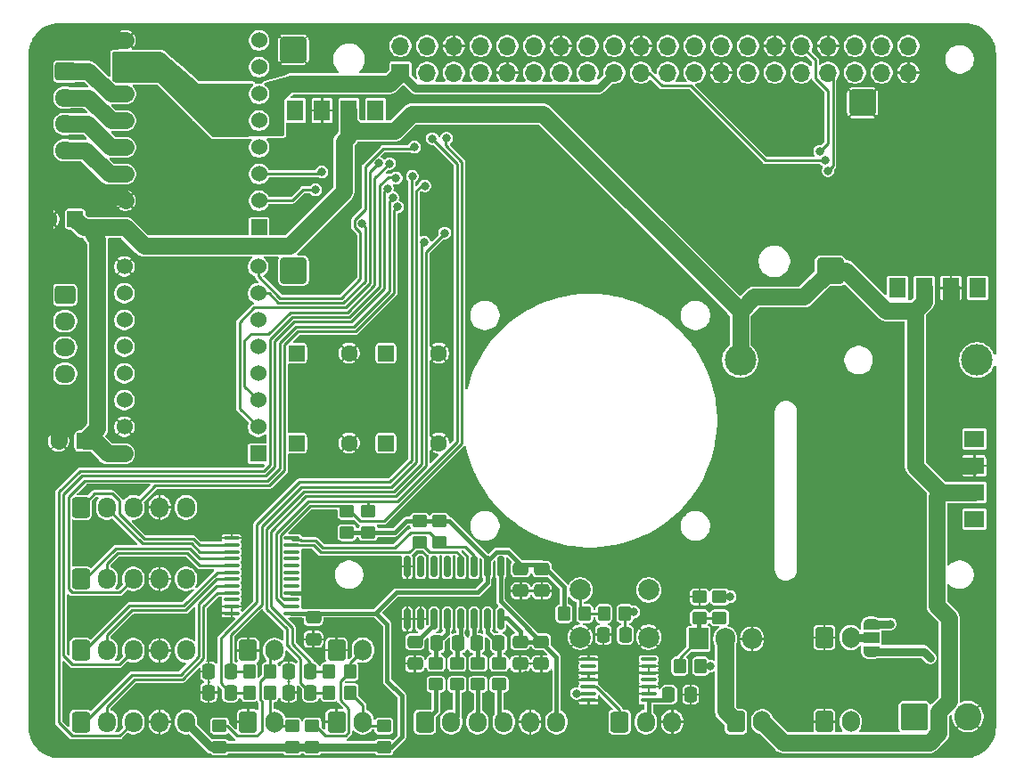
<source format=gbr>
%TF.GenerationSoftware,KiCad,Pcbnew,9.0.3*%
%TF.CreationDate,2025-07-12T01:01:34+02:00*%
%TF.ProjectId,FactoryInABoxHat,46616374-6f72-4794-996e-41426f784861,rev?*%
%TF.SameCoordinates,Original*%
%TF.FileFunction,Copper,L2,Bot*%
%TF.FilePolarity,Positive*%
%FSLAX46Y46*%
G04 Gerber Fmt 4.6, Leading zero omitted, Abs format (unit mm)*
G04 Created by KiCad (PCBNEW 9.0.3) date 2025-07-12 01:01:34*
%MOMM*%
%LPD*%
G01*
G04 APERTURE LIST*
G04 Aperture macros list*
%AMRoundRect*
0 Rectangle with rounded corners*
0 $1 Rounding radius*
0 $2 $3 $4 $5 $6 $7 $8 $9 X,Y pos of 4 corners*
0 Add a 4 corners polygon primitive as box body*
4,1,4,$2,$3,$4,$5,$6,$7,$8,$9,$2,$3,0*
0 Add four circle primitives for the rounded corners*
1,1,$1+$1,$2,$3*
1,1,$1+$1,$4,$5*
1,1,$1+$1,$6,$7*
1,1,$1+$1,$8,$9*
0 Add four rect primitives between the rounded corners*
20,1,$1+$1,$2,$3,$4,$5,0*
20,1,$1+$1,$4,$5,$6,$7,0*
20,1,$1+$1,$6,$7,$8,$9,0*
20,1,$1+$1,$8,$9,$2,$3,0*%
%AMFreePoly0*
4,1,23,0.550000,-0.750000,0.000000,-0.750000,0.000000,-0.745722,-0.065263,-0.745722,-0.191342,-0.711940,-0.304381,-0.646677,-0.396677,-0.554381,-0.461940,-0.441342,-0.495722,-0.315263,-0.495722,-0.250000,-0.500000,-0.250000,-0.500000,0.250000,-0.495722,0.250000,-0.495722,0.315263,-0.461940,0.441342,-0.396677,0.554381,-0.304381,0.646677,-0.191342,0.711940,-0.065263,0.745722,0.000000,0.745722,
0.000000,0.750000,0.550000,0.750000,0.550000,-0.750000,0.550000,-0.750000,$1*%
%AMFreePoly1*
4,1,23,0.000000,0.745722,0.065263,0.745722,0.191342,0.711940,0.304381,0.646677,0.396677,0.554381,0.461940,0.441342,0.495722,0.315263,0.495722,0.250000,0.500000,0.250000,0.500000,-0.250000,0.495722,-0.250000,0.495722,-0.315263,0.461940,-0.441342,0.396677,-0.554381,0.304381,-0.646677,0.191342,-0.711940,0.065263,-0.745722,0.000000,-0.745722,0.000000,-0.750000,-0.550000,-0.750000,
-0.550000,0.750000,0.000000,0.750000,0.000000,0.745722,0.000000,0.745722,$1*%
G04 Aperture macros list end*
%TA.AperFunction,ComponentPad*%
%ADD10RoundRect,0.250000X-0.600000X-0.725000X0.600000X-0.725000X0.600000X0.725000X-0.600000X0.725000X0*%
%TD*%
%TA.AperFunction,ComponentPad*%
%ADD11O,1.700000X1.950000*%
%TD*%
%TA.AperFunction,ComponentPad*%
%ADD12R,1.930400X1.600000*%
%TD*%
%TA.AperFunction,ComponentPad*%
%ADD13RoundRect,0.250000X-0.600000X-0.750000X0.600000X-0.750000X0.600000X0.750000X-0.600000X0.750000X0*%
%TD*%
%TA.AperFunction,ComponentPad*%
%ADD14O,1.700000X2.000000*%
%TD*%
%TA.AperFunction,ComponentPad*%
%ADD15RoundRect,0.250000X0.550000X0.550000X-0.550000X0.550000X-0.550000X-0.550000X0.550000X-0.550000X0*%
%TD*%
%TA.AperFunction,ComponentPad*%
%ADD16C,1.600000*%
%TD*%
%TA.AperFunction,ComponentPad*%
%ADD17R,1.530000X1.530000*%
%TD*%
%TA.AperFunction,ComponentPad*%
%ADD18C,1.530000*%
%TD*%
%TA.AperFunction,ComponentPad*%
%ADD19RoundRect,0.250000X-0.550000X-0.550000X0.550000X-0.550000X0.550000X0.550000X-0.550000X0.550000X0*%
%TD*%
%TA.AperFunction,ComponentPad*%
%ADD20RoundRect,0.250000X-1.050000X-1.050000X1.050000X-1.050000X1.050000X1.050000X-1.050000X1.050000X0*%
%TD*%
%TA.AperFunction,ComponentPad*%
%ADD21C,2.600000*%
%TD*%
%TA.AperFunction,ComponentPad*%
%ADD22RoundRect,0.381000X0.889000X0.889000X-0.889000X0.889000X-0.889000X-0.889000X0.889000X-0.889000X0*%
%TD*%
%TA.AperFunction,ComponentPad*%
%ADD23R,1.905000X2.000000*%
%TD*%
%TA.AperFunction,ComponentPad*%
%ADD24O,1.905000X2.000000*%
%TD*%
%TA.AperFunction,ComponentPad*%
%ADD25R,1.600000X1.930400*%
%TD*%
%TA.AperFunction,ComponentPad*%
%ADD26RoundRect,0.250000X-0.725000X0.600000X-0.725000X-0.600000X0.725000X-0.600000X0.725000X0.600000X0*%
%TD*%
%TA.AperFunction,ComponentPad*%
%ADD27O,1.950000X1.700000*%
%TD*%
%TA.AperFunction,ComponentPad*%
%ADD28C,2.000000*%
%TD*%
%TA.AperFunction,ComponentPad*%
%ADD29C,3.000000*%
%TD*%
%TA.AperFunction,ComponentPad*%
%ADD30R,1.700000X1.700000*%
%TD*%
%TA.AperFunction,ComponentPad*%
%ADD31O,1.700000X1.700000*%
%TD*%
%TA.AperFunction,SMDPad,CuDef*%
%ADD32RoundRect,0.250000X0.350000X0.450000X-0.350000X0.450000X-0.350000X-0.450000X0.350000X-0.450000X0*%
%TD*%
%TA.AperFunction,SMDPad,CuDef*%
%ADD33RoundRect,0.250000X-0.475000X0.337500X-0.475000X-0.337500X0.475000X-0.337500X0.475000X0.337500X0*%
%TD*%
%TA.AperFunction,SMDPad,CuDef*%
%ADD34RoundRect,0.250000X-0.450000X0.350000X-0.450000X-0.350000X0.450000X-0.350000X0.450000X0.350000X0*%
%TD*%
%TA.AperFunction,SMDPad,CuDef*%
%ADD35RoundRect,0.150000X0.150000X-0.850000X0.150000X0.850000X-0.150000X0.850000X-0.150000X-0.850000X0*%
%TD*%
%TA.AperFunction,SMDPad,CuDef*%
%ADD36RoundRect,0.250000X0.450000X-0.350000X0.450000X0.350000X-0.450000X0.350000X-0.450000X-0.350000X0*%
%TD*%
%TA.AperFunction,SMDPad,CuDef*%
%ADD37RoundRect,0.250000X0.337500X0.475000X-0.337500X0.475000X-0.337500X-0.475000X0.337500X-0.475000X0*%
%TD*%
%TA.AperFunction,SMDPad,CuDef*%
%ADD38RoundRect,0.250000X-0.337500X-0.475000X0.337500X-0.475000X0.337500X0.475000X-0.337500X0.475000X0*%
%TD*%
%TA.AperFunction,SMDPad,CuDef*%
%ADD39RoundRect,0.100000X-0.637500X-0.100000X0.637500X-0.100000X0.637500X0.100000X-0.637500X0.100000X0*%
%TD*%
%TA.AperFunction,SMDPad,CuDef*%
%ADD40FreePoly0,270.000000*%
%TD*%
%TA.AperFunction,SMDPad,CuDef*%
%ADD41R,1.500000X1.000000*%
%TD*%
%TA.AperFunction,SMDPad,CuDef*%
%ADD42FreePoly1,270.000000*%
%TD*%
%TA.AperFunction,ViaPad*%
%ADD43C,0.800000*%
%TD*%
%TA.AperFunction,ViaPad*%
%ADD44C,0.900000*%
%TD*%
%TA.AperFunction,Conductor*%
%ADD45C,1.600000*%
%TD*%
%TA.AperFunction,Conductor*%
%ADD46C,0.400000*%
%TD*%
%TA.AperFunction,Conductor*%
%ADD47C,0.250000*%
%TD*%
%TA.AperFunction,Conductor*%
%ADD48C,0.800000*%
%TD*%
G04 APERTURE END LIST*
D10*
%TO.P,J9,1,Pin_1*%
%TO.N,SCL3*%
X-22000000Y9900000D03*
D11*
%TO.P,J9,2,Pin_2*%
%TO.N,SDA3*%
X-19500000Y9900000D03*
%TO.P,J9,3,Pin_3*%
%TO.N,Interrupt rgb sensor*%
X-17000000Y9900000D03*
%TO.P,J9,4,Pin_4*%
%TO.N,GND*%
X-14500000Y9900000D03*
%TO.P,J9,5,Pin_5*%
%TO.N,+3V3*%
X-12000000Y9900000D03*
%TD*%
D12*
%TO.P,U5,EN,EN*%
%TO.N,unconnected-(U5-PadEN)*%
X62900000Y8790000D03*
%TO.P,U5,GND,GND*%
%TO.N,GND*%
X62900000Y13870000D03*
%TO.P,U5,IN+,IN+*%
%TO.N,+24V*%
X62900000Y11330000D03*
%TO.P,U5,VO+,VO+*%
%TO.N,+5V*%
X62900000Y16410000D03*
%TD*%
D10*
%TO.P,J3,1,Pin_1*%
%TO.N,Net-(J3-Pin_1)*%
X10700000Y-10500000D03*
D11*
%TO.P,J3,2,Pin_2*%
%TO.N,Net-(J3-Pin_2)*%
X13200000Y-10500000D03*
%TO.P,J3,3,Pin_3*%
%TO.N,Net-(J3-Pin_3)*%
X15700000Y-10500000D03*
%TO.P,J3,4,Pin_4*%
%TO.N,Net-(J3-Pin_4)*%
X18200000Y-10500000D03*
%TO.P,J3,5,Pin_5*%
%TO.N,GND*%
X20700000Y-10500000D03*
%TO.P,J3,6,Pin_6*%
%TO.N,Net-(J3-Pin_6)*%
X23200000Y-10500000D03*
%TD*%
D10*
%TO.P,J19,1,Pin_1*%
%TO.N,SCL0*%
X-22000000Y-10500000D03*
D11*
%TO.P,J19,2,Pin_2*%
%TO.N,SDA0*%
X-19500000Y-10500000D03*
%TO.P,J19,3,Pin_3*%
%TO.N,INT_TOF1*%
X-17000000Y-10500000D03*
%TO.P,J19,4,Pin_4*%
%TO.N,GND*%
X-14500000Y-10500000D03*
%TO.P,J19,5,Pin_5*%
%TO.N,+3V3*%
X-12000000Y-10500000D03*
%TD*%
D13*
%TO.P,J7,1,Pin_1*%
%TO.N,CVB V-*%
X40250000Y-10475000D03*
D14*
%TO.P,J7,2,Pin_2*%
%TO.N,+24V*%
X42750000Y-10475000D03*
%TD*%
D13*
%TO.P,J11,1,Pin_1*%
%TO.N,GND*%
X48650000Y-2475000D03*
D14*
%TO.P,J11,2,Pin_2*%
%TO.N,Net-(J11-Pin_2)*%
X51150000Y-2475000D03*
%TD*%
D15*
%TO.P,C4,1*%
%TO.N,+24V*%
X-21600000Y16200000D03*
D16*
%TO.P,C4,2*%
%TO.N,GND*%
X-24100000Y16200000D03*
%TD*%
D17*
%TO.P,U2,1,~{ENABLE}*%
%TO.N,unconnected-(U2-~{ENABLE}-Pad1)*%
X-5050000Y36510000D03*
D18*
%TO.P,U2,2,MS1*%
%TO.N,MS1 Sorting*%
X-5050000Y39050000D03*
%TO.P,U2,3,MS2*%
%TO.N,MS2 Sorting*%
X-5050000Y41590000D03*
%TO.P,U2,4,MS3*%
%TO.N,unconnected-(U2-MS3-Pad4)*%
X-5050000Y44130000D03*
%TO.P,U2,5,~{RESET}*%
%TO.N,Net-(U2-~{RESET})*%
X-5050000Y46670000D03*
%TO.P,U2,6,~{SLEEP}*%
X-5050000Y49210000D03*
%TO.P,U2,7,STEP*%
%TO.N,Step Sorting*%
X-5050000Y51750000D03*
%TO.P,U2,8,DIR*%
%TO.N,DIR Sorting*%
X-5050000Y54290000D03*
%TO.P,U2,9,GND*%
%TO.N,GND*%
X-17750000Y54290000D03*
%TO.P,U2,10,VDD*%
%TO.N,+3V3*%
X-17750000Y51750000D03*
%TO.P,U2,11,1B*%
%TO.N,1A Sorting*%
X-17750000Y49210000D03*
%TO.P,U2,12,1A*%
%TO.N,1B Sorting*%
X-17750000Y46670000D03*
%TO.P,U2,13,2A*%
%TO.N,2A Sorting*%
X-17750000Y44130000D03*
%TO.P,U2,14,2B*%
%TO.N,2B Sorting*%
X-17750000Y41590000D03*
%TO.P,U2,15,GND*%
%TO.N,GND*%
X-17750000Y39050000D03*
%TO.P,U2,16,VMOT*%
%TO.N,+24V*%
X-17750000Y36510000D03*
%TD*%
D19*
%TO.P,C12,1*%
%TO.N,+5VA*%
X-1500000Y16000000D03*
D16*
%TO.P,C12,2*%
%TO.N,GND*%
X3500000Y16000000D03*
%TD*%
D10*
%TO.P,J2,1,Pin_1*%
%TO.N,PWM_LVL*%
X29200000Y-10500000D03*
D11*
%TO.P,J2,2,Pin_2*%
%TO.N,+5V*%
X31700000Y-10500000D03*
%TO.P,J2,3,Pin_3*%
%TO.N,GND*%
X34200000Y-10500000D03*
%TD*%
D15*
%TO.P,C5,1*%
%TO.N,+24V*%
X-22517620Y37300000D03*
D16*
%TO.P,C5,2*%
%TO.N,GND*%
X-25017620Y37300000D03*
%TD*%
D20*
%TO.P,J15,1,1*%
%TO.N,+24V IN*%
X57200000Y-10000000D03*
D21*
%TO.P,J15,2,2*%
%TO.N,GND*%
X62280000Y-10000000D03*
%TD*%
D22*
%TO.P,DC-DC_PI5,1,In+*%
%TO.N,+24V*%
X49200000Y32400000D03*
%TO.P,DC-DC_PI5,2,In-*%
%TO.N,GND*%
X52275000Y48361000D03*
%TO.P,DC-DC_PI5,3,out-*%
X-1800000Y53400000D03*
%TO.P,DC-DC_PI5,4,out+*%
%TO.N,+5VA*%
X-1800000Y32400000D03*
%TD*%
D13*
%TO.P,J20,1,Pin_1*%
%TO.N,GND*%
X-6100000Y-3700000D03*
D14*
%TO.P,J20,2,Pin_2*%
%TO.N,Net-(J20-Pin_2)*%
X-3600000Y-3700000D03*
%TD*%
D19*
%TO.P,C1,1*%
%TO.N,+5VA*%
X6997349Y16000000D03*
D16*
%TO.P,C1,2*%
%TO.N,GND*%
X11997349Y16000000D03*
%TD*%
D23*
%TO.P,Q3,1,G*%
%TO.N,Net-(Q3-G)*%
X36700000Y-2600000D03*
D24*
%TO.P,Q3,2,D*%
%TO.N,CVB V-*%
X39240000Y-2600000D03*
%TO.P,Q3,3,S*%
%TO.N,GND*%
X41780000Y-2600000D03*
%TD*%
D25*
%TO.P,U6,EN,EN*%
%TO.N,unconnected-(U6-PadEN)*%
X55590000Y30754500D03*
%TO.P,U6,GND,GND*%
%TO.N,GND*%
X60670000Y30754500D03*
%TO.P,U6,IN+,IN+*%
%TO.N,+24V*%
X58130000Y30754500D03*
%TO.P,U6,VO+,VO+*%
%TO.N,+12V*%
X63210000Y30754500D03*
%TD*%
D19*
%TO.P,C6,1*%
%TO.N,+5VA*%
X6997349Y24550000D03*
D16*
%TO.P,C6,2*%
%TO.N,GND*%
X11997349Y24550000D03*
%TD*%
D13*
%TO.P,J10,1,Pin_1*%
%TO.N,GND*%
X48650000Y-10475000D03*
D14*
%TO.P,J10,2,Pin_2*%
%TO.N,+12V*%
X51150000Y-10475000D03*
%TD*%
D13*
%TO.P,J12,1,Pin_1*%
%TO.N,GND*%
X2300000Y-3675000D03*
D14*
%TO.P,J12,2,Pin_2*%
%TO.N,Net-(J12-Pin_2)*%
X4800000Y-3675000D03*
%TD*%
D26*
%TO.P,J8,1,Pin_1*%
%TO.N,1A ELEVATOR*%
X-23500000Y30100000D03*
D27*
%TO.P,J8,2,Pin_2*%
%TO.N,1B ELEVATOR*%
X-23500000Y27600000D03*
%TO.P,J8,3,Pin_3*%
%TO.N,2A ELEVATOR*%
X-23500000Y25100000D03*
%TO.P,J8,4,Pin_4*%
%TO.N,2B ELEVATOR*%
X-23500000Y22600000D03*
%TD*%
D10*
%TO.P,J18,1,Pin_1*%
%TO.N,SCL1*%
X-22000000Y-3700000D03*
D11*
%TO.P,J18,2,Pin_2*%
%TO.N,SDA1*%
X-19500000Y-3700000D03*
%TO.P,J18,3,Pin_3*%
%TO.N,INT_TOF2*%
X-17000000Y-3700000D03*
%TO.P,J18,4,Pin_4*%
%TO.N,GND*%
X-14500000Y-3700000D03*
%TO.P,J18,5,Pin_5*%
%TO.N,+3V3*%
X-12000000Y-3700000D03*
%TD*%
D25*
%TO.P,U7,EN,EN*%
%TO.N,unconnected-(U7-PadEN)*%
X6010000Y47645500D03*
%TO.P,U7,GND,GND*%
%TO.N,GND*%
X930000Y47645500D03*
%TO.P,U7,IN+,IN+*%
%TO.N,+24V*%
X3470000Y47645500D03*
%TO.P,U7,VO+,VO+*%
%TO.N,+5VA*%
X-1610000Y47645500D03*
%TD*%
D13*
%TO.P,J22,1,Pin_1*%
%TO.N,GND*%
X2300000Y-10500000D03*
D14*
%TO.P,J22,2,Pin_2*%
%TO.N,Net-(J22-Pin_2)*%
X4800000Y-10500000D03*
%TD*%
D26*
%TO.P,J13,1,Pin_1*%
%TO.N,1A Sorting*%
X-23475000Y51350000D03*
D27*
%TO.P,J13,2,Pin_2*%
%TO.N,1B Sorting*%
X-23475000Y48850000D03*
%TO.P,J13,3,Pin_3*%
%TO.N,2A Sorting*%
X-23475000Y46350000D03*
%TO.P,J13,4,Pin_4*%
%TO.N,2B Sorting*%
X-23475000Y43850000D03*
%TD*%
D28*
%TO.P,SW1,1,1*%
%TO.N,Net-(R15-Pad2)*%
X25450000Y2050000D03*
X31950000Y2050000D03*
%TO.P,SW1,2,2*%
%TO.N,GND*%
X25450000Y-2450000D03*
X31950000Y-2450000D03*
%TD*%
D29*
%TO.P,F1,1*%
%TO.N,+24V IN*%
X63150000Y23900000D03*
%TO.P,F1,2*%
%TO.N,+24V*%
X40650000Y23900000D03*
%TD*%
D10*
%TO.P,J17,1,Pin_1*%
%TO.N,SCL2*%
X-22000000Y3100000D03*
D11*
%TO.P,J17,2,Pin_2*%
%TO.N,SDA2*%
X-19500000Y3100000D03*
%TO.P,J17,3,Pin_3*%
%TO.N,INT_TOF3*%
X-17000000Y3100000D03*
%TO.P,J17,4,Pin_4*%
%TO.N,GND*%
X-14500000Y3100000D03*
%TO.P,J17,5,Pin_5*%
%TO.N,+3V3*%
X-12000000Y3100000D03*
%TD*%
D19*
%TO.P,C2,1*%
%TO.N,+5VA*%
X-1500000Y24550000D03*
D16*
%TO.P,C2,2*%
%TO.N,GND*%
X3500000Y24550000D03*
%TD*%
D17*
%TO.P,U1,1,~{ENABLE}*%
%TO.N,unconnected-(U1-~{ENABLE}-Pad1)*%
X-5150000Y15010000D03*
D18*
%TO.P,U1,2,MS1*%
%TO.N,MS1 Elevator*%
X-5150000Y17550000D03*
%TO.P,U1,3,MS2*%
%TO.N,MS2 Elevator*%
X-5150000Y20090000D03*
%TO.P,U1,4,MS3*%
%TO.N,unconnected-(U1-MS3-Pad4)*%
X-5150000Y22630000D03*
%TO.P,U1,5,~{RESET}*%
%TO.N,Net-(U1-~{RESET})*%
X-5150000Y25170000D03*
%TO.P,U1,6,~{SLEEP}*%
X-5150000Y27710000D03*
%TO.P,U1,7,STEP*%
%TO.N,Step Elevator*%
X-5150000Y30250000D03*
%TO.P,U1,8,DIR*%
%TO.N,DIR Elevator*%
X-5150000Y32790000D03*
%TO.P,U1,9,GND*%
%TO.N,GND*%
X-17850000Y32790000D03*
%TO.P,U1,10,VDD*%
%TO.N,+3V3*%
X-17850000Y30250000D03*
%TO.P,U1,11,1B*%
%TO.N,1A ELEVATOR*%
X-17850000Y27710000D03*
%TO.P,U1,12,1A*%
%TO.N,1B ELEVATOR*%
X-17850000Y25170000D03*
%TO.P,U1,13,2A*%
%TO.N,2A ELEVATOR*%
X-17850000Y22630000D03*
%TO.P,U1,14,2B*%
%TO.N,2B ELEVATOR*%
X-17850000Y20090000D03*
%TO.P,U1,15,GND*%
%TO.N,GND*%
X-17850000Y17550000D03*
%TO.P,U1,16,VMOT*%
%TO.N,+24V*%
X-17850000Y15010000D03*
%TD*%
D13*
%TO.P,J21,1,Pin_1*%
%TO.N,GND*%
X-6100000Y-10500000D03*
D14*
%TO.P,J21,2,Pin_2*%
%TO.N,Net-(J21-Pin_2)*%
X-3600000Y-10500000D03*
%TD*%
D30*
%TO.P,J1,1,Pin_1*%
%TO.N,+3V3*%
X8370000Y51230000D03*
D31*
%TO.P,J1,2,Pin_2*%
%TO.N,+5VA*%
X8370000Y53770000D03*
%TO.P,J1,3,Pin_3*%
%TO.N,SDA*%
X10910000Y51230000D03*
%TO.P,J1,4,Pin_4*%
%TO.N,+5VA*%
X10910000Y53770000D03*
%TO.P,J1,5,Pin_5*%
%TO.N,SCL*%
X13450000Y51230000D03*
%TO.P,J1,6,Pin_6*%
%TO.N,GND*%
X13450000Y53770000D03*
%TO.P,J1,7,Pin_7*%
%TO.N,unconnected-(J1-Pin_7-Pad7)*%
X15990000Y51230000D03*
%TO.P,J1,8,Pin_8*%
%TO.N,unconnected-(J1-Pin_8-Pad8)*%
X15990000Y53770000D03*
%TO.P,J1,9,Pin_9*%
%TO.N,GND*%
X18530000Y51230000D03*
%TO.P,J1,10,Pin_10*%
%TO.N,unconnected-(J1-Pin_10-Pad10)*%
X18530000Y53770000D03*
%TO.P,J1,11,Pin_11*%
%TO.N,DIR Elevator*%
X21070000Y51230000D03*
%TO.P,J1,12,Pin_12*%
%TO.N,MS1 Elevator*%
X21070000Y53770000D03*
%TO.P,J1,13,Pin_13*%
%TO.N,unconnected-(J1-Pin_13-Pad13)*%
X23610000Y51230000D03*
%TO.P,J1,14,Pin_14*%
%TO.N,GND*%
X23610000Y53770000D03*
%TO.P,J1,15,Pin_15*%
%TO.N,unconnected-(J1-Pin_15-Pad15)*%
X26150000Y51230000D03*
%TO.P,J1,16,Pin_16*%
%TO.N,MS2 Elevator*%
X26150000Y53770000D03*
%TO.P,J1,17,Pin_17*%
%TO.N,+3V3*%
X28690000Y51230000D03*
%TO.P,J1,18,Pin_18*%
%TO.N,MS2 Sorting*%
X28690000Y53770000D03*
%TO.P,J1,19,Pin_19*%
%TO.N,init Robot*%
X31230000Y51230000D03*
%TO.P,J1,20,Pin_20*%
%TO.N,GND*%
X31230000Y53770000D03*
%TO.P,J1,21,Pin_21*%
%TO.N,Elevatorunten*%
X33770000Y51230000D03*
%TO.P,J1,22,Pin_22*%
%TO.N,INT_TOF1*%
X33770000Y53770000D03*
%TO.P,J1,23,Pin_23*%
%TO.N,Elevatoroben*%
X36310000Y51230000D03*
%TO.P,J1,24,Pin_24*%
%TO.N,INT_TOF2*%
X36310000Y53770000D03*
%TO.P,J1,25,Pin_25*%
%TO.N,GND*%
X38850000Y51230000D03*
%TO.P,J1,26,Pin_26*%
%TO.N,INT_TOF3*%
X38850000Y53770000D03*
%TO.P,J1,27,Pin_27*%
%TO.N,unconnected-(J1-Pin_27-Pad27)*%
X41390000Y51230000D03*
%TO.P,J1,28,Pin_28*%
%TO.N,unconnected-(J1-Pin_28-Pad28)*%
X41390000Y53770000D03*
%TO.P,J1,29,Pin_29*%
%TO.N,Interrupt rgb sensor*%
X43930000Y51230000D03*
%TO.P,J1,30,Pin_30*%
%TO.N,GND*%
X43930000Y53770000D03*
%TO.P,J1,31,Pin_31*%
%TO.N,MS1 Sorting*%
X46470000Y51230000D03*
%TO.P,J1,32,Pin_32*%
%TO.N,CVB PWM*%
X46470000Y53770000D03*
%TO.P,J1,33,Pin_33*%
%TO.N,PWM_TO_LVL*%
X49010000Y51230000D03*
%TO.P,J1,34,Pin_34*%
%TO.N,GND*%
X49010000Y53770000D03*
%TO.P,J1,35,Pin_35*%
%TO.N,Seperatorlinks*%
X51550000Y51230000D03*
%TO.P,J1,36,Pin_36*%
%TO.N,Step Elevator*%
X51550000Y53770000D03*
%TO.P,J1,37,Pin_37*%
%TO.N,Seperatorrechts*%
X54090000Y51230000D03*
%TO.P,J1,38,Pin_38*%
%TO.N,Step Sorting*%
X54090000Y53770000D03*
%TO.P,J1,39,Pin_39*%
%TO.N,GND*%
X56630000Y51230000D03*
%TO.P,J1,40,Pin_40*%
%TO.N,DIR Sorting*%
X56630000Y53770000D03*
%TD*%
D32*
%TO.P,R2,1*%
%TO.N,Net-(D1-A)*%
X36900000Y-5200000D03*
%TO.P,R2,2*%
%TO.N,Net-(Q3-G)*%
X34900000Y-5200000D03*
%TD*%
D33*
%TO.P,C16,1*%
%TO.N,+3V3*%
X19800000Y4037500D03*
%TO.P,C16,2*%
%TO.N,GND*%
X19800000Y1962500D03*
%TD*%
%TO.P,C17,1*%
%TO.N,+3V3*%
X21800000Y4037500D03*
%TO.P,C17,2*%
%TO.N,GND*%
X21800000Y1962500D03*
%TD*%
D34*
%TO.P,R3,1*%
%TO.N,GND*%
X36800000Y1400000D03*
%TO.P,R3,2*%
%TO.N,Net-(Q3-G)*%
X36800000Y-600000D03*
%TD*%
%TO.P,R9,1*%
%TO.N,Net-(J20-Pin_2)*%
X-8800000Y-10900000D03*
%TO.P,R9,2*%
%TO.N,+3V3*%
X-8800000Y-12900000D03*
%TD*%
D35*
%TO.P,U3,1,REFP*%
%TO.N,Net-(J3-Pin_6)*%
X17895000Y-725000D03*
%TO.P,U3,2,VIN1N*%
%TO.N,Net-(U3-VIN1N)*%
X16625000Y-725000D03*
%TO.P,U3,3,VIN1P*%
%TO.N,Net-(U3-VIN1P)*%
X15355000Y-725000D03*
%TO.P,U3,4,VIN2N*%
%TO.N,Net-(U3-VIN2N)*%
X14085000Y-725000D03*
%TO.P,U3,5,VIN2P*%
%TO.N,Net-(U3-VIN2P)*%
X12815000Y-725000D03*
%TO.P,U3,6,VBG*%
%TO.N,Net-(U3-VBG)*%
X11545000Y-725000D03*
%TO.P,U3,7,REFN*%
%TO.N,GND*%
X10275000Y-725000D03*
%TO.P,U3,8,AVSS*%
X9005000Y-725000D03*
%TO.P,U3,9,DVSS*%
X9005000Y4275000D03*
%TO.P,U3,10,XIN*%
%TO.N,unconnected-(U3-XIN-Pad10)*%
X10275000Y4275000D03*
%TO.P,U3,11,XOUT*%
%TO.N,unconnected-(U3-XOUT-Pad11)*%
X11545000Y4275000D03*
%TO.P,U3,12,DRDY*%
%TO.N,unconnected-(U3-DRDY-Pad12)*%
X12815000Y4275000D03*
%TO.P,U3,13,SCL*%
%TO.N,SCL4*%
X14085000Y4275000D03*
%TO.P,U3,14,SDA*%
%TO.N,SDA4*%
X15355000Y4275000D03*
%TO.P,U3,15,DVDD*%
%TO.N,+3V3*%
X16625000Y4275000D03*
%TO.P,U3,16,AVDD*%
%TO.N,Net-(J3-Pin_6)*%
X17895000Y4275000D03*
%TD*%
D32*
%TO.P,R10,1*%
%TO.N,Net-(J20-Pin_2)*%
X-4000000Y-5700000D03*
%TO.P,R10,2*%
%TO.N,Elevatoroben*%
X-6000000Y-5700000D03*
%TD*%
D36*
%TO.P,R4,1*%
%TO.N,Net-(J3-Pin_4)*%
X17750000Y-6925000D03*
%TO.P,R4,2*%
%TO.N,Net-(U3-VIN1N)*%
X17750000Y-4925000D03*
%TD*%
D37*
%TO.P,C10,1*%
%TO.N,init Robot*%
X29737500Y-2200000D03*
%TO.P,C10,2*%
%TO.N,GND*%
X27662500Y-2200000D03*
%TD*%
D32*
%TO.P,R16,1*%
%TO.N,Net-(R15-Pad2)*%
X25900000Y-200000D03*
%TO.P,R16,2*%
%TO.N,+3V3*%
X23900000Y-200000D03*
%TD*%
D38*
%TO.P,C20,1*%
%TO.N,+5V*%
X33862500Y-7900000D03*
%TO.P,C20,2*%
%TO.N,GND*%
X35937500Y-7900000D03*
%TD*%
D37*
%TO.P,C18,1*%
%TO.N,Net-(U3-VIN1N)*%
X17687500Y-3025000D03*
%TO.P,C18,2*%
%TO.N,Net-(U3-VIN1P)*%
X15612500Y-3025000D03*
%TD*%
D32*
%TO.P,R15,1*%
%TO.N,init Robot*%
X29700000Y-200000D03*
%TO.P,R15,2*%
%TO.N,Net-(R15-Pad2)*%
X27700000Y-200000D03*
%TD*%
%TO.P,R8,1*%
%TO.N,Net-(J12-Pin_2)*%
X3600000Y-5700000D03*
%TO.P,R8,2*%
%TO.N,Seperatorlinks*%
X1600000Y-5700000D03*
%TD*%
D33*
%TO.P,C11,1*%
%TO.N,+3V3*%
X100000Y-562500D03*
%TO.P,C11,2*%
%TO.N,GND*%
X100000Y-2637500D03*
%TD*%
D37*
%TO.P,C8,1*%
%TO.N,Elevatorunten*%
X-7762500Y-7700000D03*
%TO.P,C8,2*%
%TO.N,GND*%
X-9837500Y-7700000D03*
%TD*%
D32*
%TO.P,R14,1*%
%TO.N,Net-(J22-Pin_2)*%
X3600000Y-7700000D03*
%TO.P,R14,2*%
%TO.N,Seperatorrechts*%
X1600000Y-7700000D03*
%TD*%
D36*
%TO.P,R17,1*%
%TO.N,Net-(J3-Pin_1)*%
X11750000Y-6925000D03*
%TO.P,R17,2*%
%TO.N,Net-(U3-VIN2P)*%
X11750000Y-4925000D03*
%TD*%
D34*
%TO.P,R20,1*%
%TO.N,+3V3*%
X10200000Y8600000D03*
%TO.P,R20,2*%
%TO.N,SCL4*%
X10200000Y6600000D03*
%TD*%
%TO.P,R11,1*%
%TO.N,Net-(J21-Pin_2)*%
X-1900000Y-10900000D03*
%TO.P,R11,2*%
%TO.N,+3V3*%
X-1900000Y-12900000D03*
%TD*%
D37*
%TO.P,C19,1*%
%TO.N,Net-(U3-VIN2N)*%
X13887500Y-3025000D03*
%TO.P,C19,2*%
%TO.N,Net-(U3-VIN2P)*%
X11812500Y-3025000D03*
%TD*%
D36*
%TO.P,R18,1*%
%TO.N,+3V3*%
X5300000Y7504906D03*
%TO.P,R18,2*%
%TO.N,SDA*%
X5300000Y9504906D03*
%TD*%
%TO.P,R19,1*%
%TO.N,+3V3*%
X3300000Y7500000D03*
%TO.P,R19,2*%
%TO.N,SCL*%
X3300000Y9500000D03*
%TD*%
D34*
%TO.P,R21,1*%
%TO.N,+3V3*%
X12100000Y8600000D03*
%TO.P,R21,2*%
%TO.N,SDA4*%
X12100000Y6600000D03*
%TD*%
D32*
%TO.P,R12,1*%
%TO.N,Net-(J21-Pin_2)*%
X-4000000Y-7700000D03*
%TO.P,R12,2*%
%TO.N,Elevatorunten*%
X-6000000Y-7700000D03*
%TD*%
D39*
%TO.P,U4,1*%
%TO.N,GND*%
X26237500Y-8450000D03*
%TO.P,U4,2*%
%TO.N,PWM_TO_LVL*%
X26237500Y-7800000D03*
%TO.P,U4,3*%
%TO.N,PWM_LVL*%
X26237500Y-7150000D03*
%TO.P,U4,4*%
%TO.N,GND*%
X26237500Y-6500000D03*
%TO.P,U4,5*%
X26237500Y-5850000D03*
%TO.P,U4,6*%
%TO.N,unconnected-(U4-Pad6)*%
X26237500Y-5200000D03*
%TO.P,U4,7,GND*%
%TO.N,GND*%
X26237500Y-4550000D03*
%TO.P,U4,8*%
%TO.N,unconnected-(U4-Pad8)*%
X31962500Y-4550000D03*
%TO.P,U4,9*%
%TO.N,GND*%
X31962500Y-5200000D03*
%TO.P,U4,10*%
X31962500Y-5850000D03*
%TO.P,U4,11*%
%TO.N,unconnected-(U4-Pad11)*%
X31962500Y-6500000D03*
%TO.P,U4,12*%
%TO.N,GND*%
X31962500Y-7150000D03*
%TO.P,U4,13*%
X31962500Y-7800000D03*
%TO.P,U4,14,VCC*%
%TO.N,+5V*%
X31962500Y-8450000D03*
%TD*%
D33*
%TO.P,C15,1*%
%TO.N,Net-(J3-Pin_6)*%
X21750000Y-2887500D03*
%TO.P,C15,2*%
%TO.N,GND*%
X21750000Y-4962500D03*
%TD*%
D37*
%TO.P,C9,1*%
%TO.N,Seperatorrechts*%
X-162500Y-7700000D03*
%TO.P,C9,2*%
%TO.N,GND*%
X-2237500Y-7700000D03*
%TD*%
D33*
%TO.P,C14,1*%
%TO.N,Net-(J3-Pin_6)*%
X19750000Y-2887500D03*
%TO.P,C14,2*%
%TO.N,GND*%
X19750000Y-4962500D03*
%TD*%
D36*
%TO.P,R6,1*%
%TO.N,Net-(J3-Pin_2)*%
X13750000Y-6925000D03*
%TO.P,R6,2*%
%TO.N,Net-(U3-VIN2N)*%
X13750000Y-4925000D03*
%TD*%
D34*
%TO.P,R7,1*%
%TO.N,Net-(J12-Pin_2)*%
X0Y-10900000D03*
%TO.P,R7,2*%
%TO.N,+3V3*%
X0Y-12900000D03*
%TD*%
D37*
%TO.P,C3,1*%
%TO.N,Seperatorlinks*%
X-162500Y-5700000D03*
%TO.P,C3,2*%
%TO.N,GND*%
X-2237500Y-5700000D03*
%TD*%
D39*
%TO.P,U8,1,A0*%
%TO.N,GND*%
X-7675000Y-175000D03*
%TO.P,U8,2,A1*%
X-7675000Y475000D03*
%TO.P,U8,3,~{RESET}*%
%TO.N,unconnected-(U8-~{RESET}-Pad3)*%
X-7675000Y1125000D03*
%TO.P,U8,4,SD0*%
%TO.N,SDA0*%
X-7675000Y1775000D03*
%TO.P,U8,5,SC0*%
%TO.N,SCL0*%
X-7675000Y2425000D03*
%TO.P,U8,6,SD1*%
%TO.N,SDA1*%
X-7675000Y3075000D03*
%TO.P,U8,7,SC1*%
%TO.N,SCL1*%
X-7675000Y3725000D03*
%TO.P,U8,8,SD2*%
%TO.N,SDA2*%
X-7675000Y4375000D03*
%TO.P,U8,9,SC2*%
%TO.N,SCL2*%
X-7675000Y5025000D03*
%TO.P,U8,10,SD3*%
%TO.N,SDA3*%
X-7675000Y5675000D03*
%TO.P,U8,11,SC3*%
%TO.N,SCL3*%
X-7675000Y6325000D03*
%TO.P,U8,12,GND*%
%TO.N,GND*%
X-7675000Y6975000D03*
%TO.P,U8,13,SD4*%
%TO.N,SDA4*%
X-1950000Y6975000D03*
%TO.P,U8,14,SC4*%
%TO.N,SCL4*%
X-1950000Y6325000D03*
%TO.P,U8,15,SD5*%
%TO.N,unconnected-(U8-SD5-Pad15)*%
X-1950000Y5675000D03*
%TO.P,U8,16,SC5*%
%TO.N,unconnected-(U8-SC5-Pad16)*%
X-1950000Y5025000D03*
%TO.P,U8,17,SD6*%
%TO.N,unconnected-(U8-SD6-Pad17)*%
X-1950000Y4375000D03*
%TO.P,U8,18,SC6*%
%TO.N,unconnected-(U8-SC6-Pad18)*%
X-1950000Y3725000D03*
%TO.P,U8,19,SD7*%
%TO.N,unconnected-(U8-SD7-Pad19)*%
X-1950000Y3075000D03*
%TO.P,U8,20,SC7*%
%TO.N,unconnected-(U8-SC7-Pad20)*%
X-1950000Y2425000D03*
%TO.P,U8,21,A2*%
%TO.N,GND*%
X-1950000Y1775000D03*
%TO.P,U8,22,SCL*%
%TO.N,SCL*%
X-1950000Y1125000D03*
%TO.P,U8,23,SDA*%
%TO.N,SDA*%
X-1950000Y475000D03*
%TO.P,U8,24,VCC*%
%TO.N,+3V3*%
X-1950000Y-175000D03*
%TD*%
D40*
%TO.P,JP1,1,A*%
%TO.N,+12V*%
X53100000Y-1200000D03*
D41*
%TO.P,JP1,2,C*%
%TO.N,Net-(J11-Pin_2)*%
X53100000Y-2500000D03*
D42*
%TO.P,JP1,3,B*%
%TO.N,+5V*%
X53100000Y-3800000D03*
%TD*%
D37*
%TO.P,C7,1*%
%TO.N,Elevatoroben*%
X-7762500Y-5700000D03*
%TO.P,C7,2*%
%TO.N,GND*%
X-9837500Y-5700000D03*
%TD*%
D33*
%TO.P,C13,1*%
%TO.N,Net-(U3-VBG)*%
X9750000Y-2887500D03*
%TO.P,C13,2*%
%TO.N,GND*%
X9750000Y-4962500D03*
%TD*%
D36*
%TO.P,R1,1*%
%TO.N,Net-(Q3-G)*%
X38700000Y-600000D03*
%TO.P,R1,2*%
%TO.N,CVB PWM*%
X38700000Y1400000D03*
%TD*%
%TO.P,R5,1*%
%TO.N,Net-(J3-Pin_3)*%
X15750000Y-6925000D03*
%TO.P,R5,2*%
%TO.N,Net-(U3-VIN1P)*%
X15750000Y-4925000D03*
%TD*%
D34*
%TO.P,R13,1*%
%TO.N,Net-(J22-Pin_2)*%
X6800000Y-10900000D03*
%TO.P,R13,2*%
%TO.N,+3V3*%
X6800000Y-12900000D03*
%TD*%
D43*
%TO.N,GND*%
X37300000Y-10900000D03*
X37400000Y-8300000D03*
X46000000Y23900000D03*
X12300000Y19200000D03*
X29200000Y-5700000D03*
X38700000Y4600000D03*
X-22400000Y39400000D03*
X12100000Y27000000D03*
X45700000Y-9700000D03*
X63900000Y-11800000D03*
D44*
X-20000000Y-6250000D03*
D43*
X-25476000Y49100000D03*
X2700000Y33700000D03*
X34000000Y-3700000D03*
X44100000Y28200000D03*
D44*
X30000000Y52500000D03*
X-16700000Y-8150000D03*
D43*
X30300000Y-13400000D03*
X100000Y14000000D03*
X28600000Y33400000D03*
X52100000Y16300000D03*
X21400000Y37600000D03*
X60000000Y42500000D03*
X24200000Y4600000D03*
D44*
X45300000Y52500000D03*
X-7300000Y53400000D03*
D43*
X-5600000Y-1500000D03*
X26600000Y-10200000D03*
D44*
X-350000Y5100000D03*
X5350000Y-6000000D03*
D43*
X-25476000Y43700000D03*
X50100000Y-6200000D03*
D44*
X-18050000Y11550000D03*
X9600000Y2750000D03*
D43*
X29600000Y49800000D03*
D44*
X7050000Y-9150000D03*
X14650000Y52550000D03*
D43*
X62200000Y47400000D03*
X53100000Y42400000D03*
X18200000Y-12700000D03*
X-4100000Y-1900000D03*
X900000Y20400000D03*
X27300000Y44500000D03*
D44*
X16350000Y33700000D03*
D43*
X54400000Y-10300000D03*
X48200000Y8700000D03*
X52500000Y11700000D03*
D44*
X-9400000Y-1200000D03*
D43*
X10400000Y45700000D03*
D44*
X9550000Y900000D03*
D43*
X52400000Y6500000D03*
X3400000Y37800000D03*
D44*
X-8750000Y40650000D03*
D43*
X47600000Y18100000D03*
X35000000Y-6700000D03*
X12200000Y22000000D03*
X17000000Y37900000D03*
X32300000Y43800000D03*
X36500000Y47400000D03*
D44*
X-23700000Y42300000D03*
D43*
X5000000Y44000000D03*
X34200000Y-1400000D03*
X12600000Y30300000D03*
X52000000Y1100000D03*
X-25476000Y39700000D03*
X12500000Y39900000D03*
X62500000Y-5200000D03*
D44*
X14750000Y-8750000D03*
D43*
X-22300000Y54290000D03*
D44*
X40000000Y52550000D03*
X10100000Y-13100000D03*
X17100000Y52550000D03*
X42600000Y52500000D03*
D43*
X15000000Y48700000D03*
D44*
X13450000Y2700000D03*
D43*
X50300000Y-300000D03*
X43700000Y-5900000D03*
D44*
X-6200000Y1950000D03*
X-1050000Y-9400000D03*
D43*
X37400000Y34100000D03*
X21300000Y-100000D03*
X21600000Y-12900000D03*
X64200000Y19300000D03*
D44*
X-22300000Y150000D03*
D43*
X30200000Y-8500000D03*
D44*
X-8250000Y17500000D03*
X3850000Y-1550000D03*
X-8950000Y30850000D03*
D43*
X50800000Y45100000D03*
X13600000Y45900000D03*
X61261400Y7161400D03*
X51200000Y29000000D03*
X64100000Y-800000D03*
D44*
X16901992Y927992D03*
X-14700000Y-1550000D03*
X350000Y-4100000D03*
X-8250000Y43600000D03*
D43*
X20300000Y-6000000D03*
X33200000Y48800000D03*
X48000000Y2800000D03*
D44*
X8150000Y-3650000D03*
D43*
X3600000Y32400000D03*
D44*
X900000Y8800000D03*
D43*
X64400000Y12700000D03*
X33500000Y4400000D03*
X2700000Y31100000D03*
D44*
X-24050000Y13950000D03*
D43*
X63700000Y21200000D03*
X63800000Y37600000D03*
D44*
X-23950000Y-12200000D03*
X-10350000Y8000000D03*
D43*
X48400000Y26400000D03*
X20400000Y41700000D03*
X700000Y45800000D03*
X-25476000Y33800000D03*
D44*
X-13700000Y45750000D03*
X-7950000Y-9350000D03*
D43*
X64100000Y-7500000D03*
X-17000000Y-1600000D03*
X61300000Y18100000D03*
X-1000000Y-1600000D03*
X23400000Y-3000000D03*
X800000Y43500000D03*
X56100000Y48000000D03*
D44*
X-6200000Y6500000D03*
D43*
X9700000Y9900000D03*
X55500000Y39000000D03*
X47500000Y48500000D03*
D44*
X-20950000Y7550000D03*
D43*
X42300000Y47500000D03*
X33500000Y41100000D03*
X62300000Y-7500000D03*
X19100000Y-8600000D03*
X62700000Y42600000D03*
X24200000Y37600000D03*
X43800000Y300000D03*
X10200000Y48700000D03*
X29900000Y-3600000D03*
D44*
X4600000Y17600000D03*
X10150000Y-8550000D03*
D43*
X14600000Y11000000D03*
X62300000Y-2700000D03*
X61200000Y20000000D03*
X55100000Y26000000D03*
D44*
X9400000Y-6750000D03*
D43*
X60600000Y33900000D03*
X35200000Y38100000D03*
D44*
X800000Y-9300000D03*
D43*
X-100000Y44700000D03*
D44*
X-8550000Y27150000D03*
D43*
X24100000Y-6200000D03*
D44*
X14600000Y-13000000D03*
D43*
X-14300000Y8000000D03*
X-100000Y39000000D03*
D44*
X-13400000Y40350000D03*
D43*
X-19600000Y400000D03*
D44*
X-8400000Y22350000D03*
D43*
X45100000Y41300000D03*
D44*
X-20100000Y-13200000D03*
D43*
X19600000Y32800000D03*
X46000000Y47000000D03*
X7600000Y4000000D03*
X62100000Y-500000D03*
X30500000Y32200000D03*
X19700000Y52600000D03*
D44*
X12150000Y12800000D03*
D43*
X64100000Y-4200000D03*
D44*
X-6600000Y10400000D03*
D43*
X28000000Y4200000D03*
D44*
X-14550000Y-7700000D03*
X-8200000Y37500000D03*
X-300000Y800000D03*
D43*
X48200000Y13800000D03*
D44*
X-22650000Y-6300000D03*
D43*
X61800000Y-12800000D03*
X49500000Y37200000D03*
D44*
X-9850000Y9650000D03*
X-10250000Y-9400000D03*
X-12250000Y-12800000D03*
X-10800000Y54650000D03*
D43*
X28400000Y37500000D03*
X21900000Y-8300000D03*
D44*
X43350000Y35850000D03*
X-21750000Y5850000D03*
D43*
X39200000Y49200000D03*
X24800000Y-13400000D03*
X2600000Y36400000D03*
X12500000Y33400000D03*
X3700000Y34800000D03*
X7500000Y13600000D03*
X37800000Y25900000D03*
D44*
X36450000Y43600000D03*
D43*
X7900000Y48400000D03*
X41000000Y10700000D03*
X64200000Y7300000D03*
X64300000Y14800000D03*
X44000000Y49400000D03*
X-25000000Y53100000D03*
%TO.N,Seperatorlinks*%
X12575000Y35975000D03*
%TO.N,Elevatoroben*%
X10703209Y40469000D03*
%TO.N,Elevatorunten*%
X9500000Y41371000D03*
%TO.N,Seperatorrechts*%
X10623000Y35100000D03*
%TO.N,init Robot*%
X48729210Y42900000D03*
X30537347Y-37347D03*
%TO.N,Net-(D1-A)*%
X37800000Y-5200000D03*
%TO.N,MS1 Elevator*%
X6337685Y42604240D03*
%TO.N,SDA*%
X11400000Y44950000D03*
%TO.N,Interrupt rgb sensor*%
X8094796Y38462252D03*
%TO.N,INT_TOF2*%
X7125000Y40208590D03*
%TO.N,PWM_TO_LVL*%
X49000000Y41900000D03*
X25100000Y-7800000D03*
%TO.N,INT_TOF3*%
X7653209Y39359473D03*
%TO.N,MS2 Elevator*%
X7337347Y42578127D03*
%TO.N,MS2 Sorting*%
X900000Y41800000D03*
%TO.N,SCL*%
X12750000Y45000000D03*
%TO.N,CVB PWM*%
X48219775Y43760512D03*
X39700000Y1400000D03*
%TO.N,Step Elevator*%
X4745059Y36848304D03*
%TO.N,INT_TOF1*%
X7960142Y41196341D03*
%TO.N,+5V*%
X58700000Y-4400000D03*
%TO.N,DIR Elevator*%
X9700000Y44174000D03*
%TO.N,MS1 Sorting*%
X300000Y40100000D03*
%TO.N,+12V*%
X54900000Y-1200000D03*
%TD*%
D45*
%TO.N,GND*%
X-25476000Y43700000D02*
X-25476000Y39700000D01*
X-22400000Y39400000D02*
X-25476000Y39400000D01*
X-23810000Y54290000D02*
X-25000000Y53100000D01*
X-25476000Y33800000D02*
X-25476000Y18526000D01*
X59100000Y26619300D02*
X59100000Y15200000D01*
X-25476000Y49100000D02*
X-25476000Y43700000D01*
X-24100000Y17150000D02*
X-24100000Y16200000D01*
X59100000Y15200000D02*
X60430000Y13870000D01*
X-22300000Y54290000D02*
X-23810000Y54290000D01*
X60670000Y30754500D02*
X60670000Y28189300D01*
X-25476000Y52624000D02*
X-25476000Y49100000D01*
X60670000Y28189300D02*
X59100000Y26619300D01*
X-25476000Y39400000D02*
X-25476000Y33800000D01*
X-25476000Y39700000D02*
X-25476000Y39400000D01*
D46*
X-300000Y1800000D02*
X-325000Y1775000D01*
D45*
X-25476000Y18526000D02*
X-24100000Y17150000D01*
D46*
X-1950000Y1775000D02*
X-325000Y1775000D01*
D45*
X-25000000Y53100000D02*
X-25476000Y52624000D01*
X60430000Y13870000D02*
X62900000Y13870000D01*
X-17750000Y54290000D02*
X-22300000Y54290000D01*
X-17750000Y39050000D02*
X-18100000Y39400000D01*
X-18100000Y39400000D02*
X-22400000Y39400000D01*
D47*
%TO.N,Seperatorlinks*%
X-3913500Y7628432D02*
X-3913500Y445774D01*
X-162500Y-4837500D02*
X-162500Y-5700000D01*
X10800000Y13837810D02*
X7913190Y10951000D01*
X-1900000Y-1567726D02*
X-1900000Y-3100000D01*
X-3913500Y445774D02*
X-1900000Y-1567726D01*
X12575000Y35975000D02*
X10800000Y34200000D01*
X7913190Y10951000D02*
X-590932Y10951000D01*
X-590932Y10951000D02*
X-3913500Y7628432D01*
X1600000Y-5700000D02*
X-162500Y-5700000D01*
X-1900000Y-3100000D02*
X-162500Y-4837500D01*
X10800000Y34200000D02*
X10800000Y13837810D01*
D45*
%TO.N,+24V*%
X59770000Y11330000D02*
X59349000Y10909000D01*
X3000000Y39900000D02*
X3000000Y44700000D01*
X57299000Y13801000D02*
X59770000Y11330000D01*
X58130000Y30754500D02*
X58130000Y29430000D01*
X-19460000Y15010000D02*
X-17850000Y15010000D01*
X4209000Y45679300D02*
X3470000Y46418300D01*
X7811000Y45679300D02*
X4209000Y45679300D01*
X-17750000Y36510000D02*
X-20800000Y36510000D01*
X59770000Y11330000D02*
X62900000Y11330000D01*
X40650000Y23900000D02*
X40650000Y28550000D01*
X58600108Y-12476000D02*
X44751000Y-12476000D01*
X-20400000Y35400000D02*
X-20400000Y17400000D01*
X21900000Y47300000D02*
X9431700Y47300000D01*
X59501000Y-9524894D02*
X59501000Y-11575108D01*
X3470000Y46418300D02*
X3470000Y47645500D01*
X-17750000Y36510000D02*
X-15984000Y34744000D01*
X49200000Y32400000D02*
X46700000Y29900000D01*
X42000000Y29900000D02*
X40650000Y28550000D01*
X59349000Y551000D02*
X60500000Y-600000D01*
X-20800000Y35800000D02*
X-20400000Y35400000D01*
X-20650000Y16200000D02*
X-19460000Y15010000D01*
X-20400000Y17400000D02*
X-21600000Y16200000D01*
X57299000Y28599000D02*
X54501000Y28599000D01*
X-2156000Y34744000D02*
X3000000Y39900000D01*
X59349000Y10909000D02*
X59349000Y551000D01*
X-21727620Y36510000D02*
X-22517620Y37300000D01*
X57299000Y28599000D02*
X57299000Y13801000D01*
X9431700Y47300000D02*
X7811000Y45679300D01*
X-20800000Y36510000D02*
X-20800000Y35800000D01*
X40650000Y28550000D02*
X21900000Y47300000D01*
X3470000Y45170000D02*
X3470000Y47645500D01*
X44751000Y-12476000D02*
X42750000Y-10475000D01*
X46700000Y29900000D02*
X42000000Y29900000D01*
X3000000Y44700000D02*
X3470000Y45170000D01*
X-20800000Y36510000D02*
X-21727620Y36510000D01*
X60500000Y-600000D02*
X60500000Y-8525894D01*
X54501000Y28599000D02*
X50700000Y32400000D01*
X50700000Y32400000D02*
X49200000Y32400000D01*
X58130000Y29430000D02*
X57299000Y28599000D01*
X60500000Y-8525894D02*
X59501000Y-9524894D01*
X59501000Y-11575108D02*
X58600108Y-12476000D01*
X-21600000Y16200000D02*
X-20650000Y16200000D01*
X-15984000Y34744000D02*
X-2156000Y34744000D01*
D47*
%TO.N,Elevatoroben*%
X-4813500Y8024310D02*
X-4814500Y8023310D01*
X9898000Y39998000D02*
X9898000Y14211430D01*
X9898000Y14211430D02*
X7539570Y11853000D01*
X10369000Y40469000D02*
X9898000Y39998000D01*
X-7762500Y-2262500D02*
X-7762500Y-5700000D01*
X7539570Y11853000D02*
X-1047000Y11853000D01*
X10703209Y40469000D02*
X10369000Y40469000D01*
X-4814500Y685500D02*
X-7762500Y-2262500D01*
X-4814500Y8023310D02*
X-4814500Y685500D01*
X-6000000Y-5700000D02*
X-7762500Y-5700000D01*
X-4813500Y8086500D02*
X-4813500Y8024310D01*
X-1047000Y11853000D02*
X-4813500Y8086500D01*
%TO.N,Elevatorunten*%
X7352760Y12304000D02*
X-1233810Y12304000D01*
X9447000Y14398240D02*
X7352760Y12304000D01*
X-7800000Y-7737500D02*
X-5837500Y-7737500D01*
X-5264500Y8273310D02*
X-5264500Y873310D01*
X9447000Y41318000D02*
X9447000Y14398240D01*
X-8213500Y-2077104D02*
X-8700000Y-2563604D01*
X-8700000Y-2563604D02*
X-8700000Y-6837500D01*
X-8213500Y-2075690D02*
X-8213500Y-2077104D01*
X-1233810Y12304000D02*
X-5264500Y8273310D01*
X-5264500Y873310D02*
X-8213500Y-2075690D01*
X9500000Y41371000D02*
X9447000Y41318000D01*
X-8700000Y-6837500D02*
X-7800000Y-7737500D01*
%TO.N,Seperatorrechts*%
X-4363500Y7836500D02*
X-4363500Y498690D01*
X-2424000Y-3212396D02*
X-2351000Y-3285396D01*
X-1629742Y10550000D02*
X-1650000Y10550000D01*
X1600000Y-7700000D02*
X-162500Y-7700000D01*
X-2351000Y-3285396D02*
X-2351000Y-3286810D01*
X-4363500Y498690D02*
X-4364500Y497690D01*
X-2424000Y-1681536D02*
X-2424000Y-3212396D01*
X-1100000Y-6762500D02*
X-162500Y-7700000D01*
X-1100000Y-4537810D02*
X-1100000Y-6762500D01*
X-4364500Y497690D02*
X-4364500Y258964D01*
X-4364500Y258964D02*
X-2424000Y-1681536D01*
X-1650000Y10550000D02*
X-4363500Y7836500D01*
X-777742Y11402000D02*
X-1629742Y10550000D01*
X10349000Y14024620D02*
X7726380Y11402000D01*
X10349000Y34826000D02*
X10349000Y14024620D01*
X-2351000Y-3286810D02*
X-1100000Y-4537810D01*
X10623000Y35100000D02*
X10349000Y34826000D01*
X7726380Y11402000D02*
X-777742Y11402000D01*
%TO.N,init Robot*%
X35942404Y50000000D02*
X33200000Y50000000D01*
X31970000Y51230000D02*
X31230000Y51230000D01*
X43042404Y42900000D02*
X35942404Y50000000D01*
X48729210Y42900000D02*
X43042404Y42900000D01*
X30537347Y-37347D02*
X29862653Y-37347D01*
X33200000Y50000000D02*
X31970000Y51230000D01*
X29700000Y-1862500D02*
X29700000Y-200000D01*
%TO.N,Net-(D1-A)*%
X37800000Y-5200000D02*
X36900000Y-5200000D01*
%TO.N,MS1 Elevator*%
X5470058Y41770058D02*
X5470058Y31207868D01*
X3162190Y28900000D02*
X-5502907Y28900000D01*
X-5502907Y28900000D02*
X-6900000Y27502907D01*
X-6900000Y27502907D02*
X-6900000Y19300000D01*
X-6900000Y19300000D02*
X-5150000Y17550000D01*
X6337685Y42604240D02*
X6304240Y42604240D01*
X6304240Y42604240D02*
X5470058Y41770058D01*
X5470058Y31207868D02*
X3162190Y28900000D01*
%TO.N,SDA*%
X5300000Y10500000D02*
X5300000Y9504906D01*
X-2687499Y475000D02*
X-1950000Y475000D01*
X-404122Y10500000D02*
X-3462500Y7441622D01*
X13773000Y42577000D02*
X13773000Y16173000D01*
X-3462500Y1250001D02*
X-2687499Y475000D01*
X-3462500Y7441622D02*
X-3462500Y1250001D01*
X11400000Y44950000D02*
X13773000Y42577000D01*
X5300000Y10500000D02*
X-404122Y10500000D01*
X13773000Y16173000D02*
X8100000Y10500000D01*
X8100000Y10500000D02*
X5300000Y10500000D01*
%TO.N,Interrupt rgb sensor*%
X-2647000Y13417570D02*
X-4064570Y12000000D01*
X7753000Y30301760D02*
X4096240Y26645000D01*
X-2647000Y25353000D02*
X-2647000Y13417570D01*
X-1355000Y26645000D02*
X-2647000Y25353000D01*
X7753000Y38120456D02*
X7753000Y30301760D01*
X-14900000Y12000000D02*
X-17000000Y9900000D01*
X8094796Y38462252D02*
X7753000Y38120456D01*
X-4064570Y12000000D02*
X-14900000Y12000000D01*
X4096240Y26645000D02*
X-1355000Y26645000D01*
%TO.N,INT_TOF2*%
X-23627000Y11173000D02*
X-21898000Y12902000D01*
X-4438190Y12902000D02*
X-3549000Y13791190D01*
X6851000Y30675380D02*
X6851000Y39934590D01*
X3722620Y27547000D02*
X6851000Y30675380D01*
X-1728620Y27547000D02*
X3722620Y27547000D01*
X-22845514Y-5001000D02*
X-23627000Y-4219514D01*
X-3549000Y13791190D02*
X-3549000Y25726620D01*
X-18301000Y-5001000D02*
X-22845514Y-5001000D01*
X-3549000Y25726620D02*
X-1728620Y27547000D01*
X-21898000Y12902000D02*
X-4438190Y12902000D01*
X6851000Y39934590D02*
X7125000Y40208590D01*
X-17000000Y-3700000D02*
X-18301000Y-5001000D01*
X-23627000Y-4219514D02*
X-23627000Y11173000D01*
%TO.N,PWM_TO_LVL*%
X49000000Y41900000D02*
X49454210Y42354210D01*
X25100000Y-7800000D02*
X26237500Y-7800000D01*
X49454210Y42354210D02*
X49454210Y50785790D01*
%TO.N,INT_TOF3*%
X7302000Y30488570D02*
X3909430Y27096000D01*
X-22845514Y1799000D02*
X-18301000Y1799000D01*
X-3098000Y25539810D02*
X-3098000Y13604380D01*
X7302000Y39008264D02*
X7302000Y30488570D01*
X-21595514Y12451000D02*
X-23176000Y10870514D01*
X3909430Y27096000D02*
X-1541810Y27096000D01*
X-1541810Y27096000D02*
X-3098000Y25539810D01*
X-18301000Y1799000D02*
X-17000000Y3100000D01*
X-23176000Y2129486D02*
X-22845514Y1799000D01*
X-3098000Y13604380D02*
X-4251380Y12451000D01*
X-4251380Y12451000D02*
X-21595514Y12451000D01*
X7653209Y39359473D02*
X7302000Y39008264D01*
X-23176000Y10870514D02*
X-23176000Y2129486D01*
%TO.N,MS2 Elevator*%
X3349000Y28449000D02*
X-2102240Y28449000D01*
X5921058Y31021058D02*
X3349000Y28449000D01*
X5921058Y41160893D02*
X5921058Y31021058D01*
X-4151240Y26400000D02*
X-5820907Y26400000D01*
X-2102240Y28449000D02*
X-4151240Y26400000D01*
X7337347Y42578127D02*
X7337347Y42577182D01*
X-6449000Y25771907D02*
X-6449000Y21389000D01*
X-5820907Y26400000D02*
X-6449000Y25771907D01*
X-6449000Y21389000D02*
X-5150000Y20090000D01*
X7337347Y42577182D02*
X5921058Y41160893D01*
%TO.N,MS2 Sorting*%
X700000Y41600000D02*
X-5040000Y41600000D01*
X900000Y41800000D02*
X700000Y41600000D01*
%TO.N,SCL*%
X-3012500Y1450001D02*
X-2687499Y1125000D01*
X12750000Y45000000D02*
X12650000Y44900000D01*
X12650000Y44337810D02*
X14224000Y42763810D01*
X14224000Y42763810D02*
X14224000Y15971430D01*
X2751000Y10049000D02*
X-217312Y10049000D01*
X14224000Y15971430D02*
X6826570Y8574000D01*
X-3012500Y7253812D02*
X-3012500Y1450001D01*
X-2687499Y1125000D02*
X-1950000Y1125000D01*
X6826570Y8574000D02*
X4526000Y8574000D01*
X3300000Y9500000D02*
X2751000Y10049000D01*
X4526000Y8574000D02*
X3595094Y9504906D01*
X12650000Y44900000D02*
X12650000Y44337810D01*
X-217312Y10049000D02*
X-3012500Y7253812D01*
%TO.N,CVB PWM*%
X49003210Y49496790D02*
X47800000Y50700000D01*
X38700000Y1400000D02*
X39700000Y1400000D01*
X47800000Y50700000D02*
X47800000Y52440000D01*
X49003210Y44543947D02*
X49003210Y49496790D01*
X48219775Y43760512D02*
X49003210Y44543947D01*
X47800000Y52440000D02*
X46470000Y53770000D01*
%TO.N,Step Elevator*%
X-3238810Y29351000D02*
X-4137810Y30250000D01*
X5019058Y36574305D02*
X5019058Y31419058D01*
X-4137810Y30250000D02*
X-5150000Y30250000D01*
X4745059Y36848304D02*
X5019058Y36574305D01*
X5019058Y31419058D02*
X2951000Y29351000D01*
X2951000Y29351000D02*
X-3238810Y29351000D01*
%TO.N,INT_TOF1*%
X3535810Y27998000D02*
X-1915430Y27998000D01*
X-22084810Y13353000D02*
X-24078000Y11359810D01*
X7960142Y41196341D02*
X7831483Y41325000D01*
X7831483Y41325000D02*
X7214690Y41325000D01*
X7214690Y41325000D02*
X6399000Y40509310D01*
X-18301000Y-11801000D02*
X-17000000Y-10500000D01*
X6400000Y39906870D02*
X6400000Y30862190D01*
X-24078000Y11359810D02*
X-24078000Y-10568514D01*
X6399000Y39907870D02*
X6400000Y39906870D01*
X-24078000Y-10568514D02*
X-22845514Y-11801000D01*
X-4625000Y13353000D02*
X-22084810Y13353000D01*
X-1915430Y27998000D02*
X-4000000Y25913430D01*
X6399000Y40509310D02*
X6399000Y39907870D01*
X-4000000Y13978000D02*
X-4625000Y13353000D01*
X-4000000Y25913430D02*
X-4000000Y13978000D01*
X6400000Y30862190D02*
X3535810Y27998000D01*
X-22845514Y-11801000D02*
X-18301000Y-11801000D01*
D48*
%TO.N,+5V*%
X58100000Y-3800000D02*
X58700000Y-4400000D01*
D46*
X31962500Y-8450000D02*
X31962500Y-10237500D01*
X33312500Y-8450000D02*
X31962500Y-8450000D01*
X33862500Y-7900000D02*
X33312500Y-8450000D01*
D48*
X53100000Y-3800000D02*
X58100000Y-3800000D01*
D46*
%TO.N,+3V3*%
X6000000Y-175000D02*
X-1950000Y-175000D01*
X6123869Y7500000D02*
X6118963Y7504906D01*
X6075000Y-175000D02*
X6000000Y-175000D01*
D48*
X-12000000Y-10500000D02*
X-9600000Y-12900000D01*
D45*
X4100000Y50199000D02*
X-1899000Y50199000D01*
X8370000Y51230000D02*
X7339000Y50199000D01*
D46*
X7975000Y1800000D02*
X15700000Y1800000D01*
X16625000Y4788388D02*
X17512612Y5676000D01*
D48*
X-9600000Y-12900000D02*
X6600000Y-12900000D01*
D46*
X7800000Y7500000D02*
X6123869Y7500000D01*
X10200000Y8600000D02*
X12100000Y8600000D01*
X16625000Y2725000D02*
X16625000Y4275000D01*
X6000000Y-175000D02*
X7975000Y1800000D01*
X8500000Y-8000000D02*
X7100000Y-6600000D01*
X7100000Y-6600000D02*
X7100000Y-1200000D01*
X8500000Y-11900000D02*
X8500000Y-8000000D01*
D48*
X27239000Y49779000D02*
X28690000Y51230000D01*
D45*
X7339000Y50199000D02*
X4100000Y50199000D01*
D46*
X6800000Y-12900000D02*
X7500000Y-12900000D01*
X3304906Y7504906D02*
X5300000Y7504906D01*
X21800000Y4437500D02*
X19800000Y4437500D01*
X7500000Y-12900000D02*
X8500000Y-11900000D01*
D45*
X-1899000Y50199000D02*
X-1900000Y50200000D01*
D46*
X7100000Y-1200000D02*
X6075000Y-175000D01*
X21800000Y4437500D02*
X23900000Y2337500D01*
X13000000Y8600000D02*
X12100000Y8600000D01*
X6118963Y7504906D02*
X5300000Y7504906D01*
D48*
X9821000Y49779000D02*
X27239000Y49779000D01*
D46*
X15700000Y1800000D02*
X16625000Y2725000D01*
X8900000Y8600000D02*
X7800000Y7500000D01*
X18561500Y5676000D02*
X19800000Y4437500D01*
X10200000Y8600000D02*
X8900000Y8600000D01*
X17512612Y5676000D02*
X18561500Y5676000D01*
X16625000Y4975000D02*
X13000000Y8600000D01*
D48*
X8370000Y51230000D02*
X9821000Y49779000D01*
D46*
X23900000Y2337500D02*
X23900000Y-200000D01*
D47*
%TO.N,DIR Elevator*%
X5019058Y38219058D02*
X5019058Y42312333D01*
X-5100000Y31850000D02*
X-3052000Y29802000D01*
X4445754Y36122304D02*
X4444339Y36122304D01*
X2764190Y29802000D02*
X4568058Y31605868D01*
X-5100000Y32740000D02*
X-5100000Y31850000D01*
X4568058Y36000000D02*
X4445754Y36122304D01*
X4444339Y36122304D02*
X4019059Y36547584D01*
X4019059Y37219059D02*
X5019058Y38219058D01*
X6706725Y44000000D02*
X9526000Y44000000D01*
X4019059Y36547584D02*
X4019059Y37219059D01*
X-3052000Y29802000D02*
X2764190Y29802000D01*
X5019058Y42312333D02*
X6706725Y44000000D01*
X9526000Y44000000D02*
X9700000Y44174000D01*
X4568058Y31605868D02*
X4568058Y36000000D01*
%TO.N,MS1 Sorting*%
X-900000Y40100000D02*
X-1900000Y39100000D01*
X-1900000Y39100000D02*
X-4800000Y39100000D01*
X300000Y40100000D02*
X-900000Y40100000D01*
%TO.N,PWM_LVL*%
X26974999Y-7150000D02*
X29200000Y-9375001D01*
X29200000Y-9375001D02*
X29200000Y-10500000D01*
X26237500Y-7150000D02*
X26974999Y-7150000D01*
D45*
%TO.N,CVB V-*%
X39240000Y-9465000D02*
X39240000Y-2600000D01*
X40250000Y-10475000D02*
X39240000Y-9465000D01*
D47*
%TO.N,SCL3*%
X-20699000Y11201000D02*
X-22000000Y9900000D01*
X-15936115Y6900000D02*
X-18324000Y9287885D01*
X-10725000Y6325000D02*
X-7675000Y6325000D01*
X-18324000Y9287885D02*
X-18324000Y10512115D01*
X-11300000Y6900000D02*
X-15936115Y6900000D01*
X-18324000Y10512115D02*
X-19012885Y11201000D01*
X-19012885Y11201000D02*
X-20699000Y11201000D01*
X-11300000Y6900000D02*
X-10725000Y6325000D01*
%TO.N,SDA3*%
X-10712810Y5675000D02*
X-11486810Y6449000D01*
X-11486810Y6449000D02*
X-16122925Y6449000D01*
X-16122925Y6449000D02*
X-19500000Y9826075D01*
X-7675000Y5675000D02*
X-10712810Y5675000D01*
D48*
%TO.N,+12V*%
X53100000Y-1200000D02*
X54900000Y-1200000D01*
D47*
%TO.N,Net-(J12-Pin_2)*%
X300000Y-10900000D02*
X1226000Y-11826000D01*
X3476000Y-11495514D02*
X3476000Y-9250000D01*
X2674000Y-6626000D02*
X3600000Y-5700000D01*
X3600000Y-4875000D02*
X4800000Y-3675000D01*
X3600000Y-5700000D02*
X3600000Y-4875000D01*
X3476000Y-9250000D02*
X2674000Y-8448000D01*
X2674000Y-8448000D02*
X2674000Y-6626000D01*
X3145514Y-11826000D02*
X3476000Y-11495514D01*
X1226000Y-11826000D02*
X3145514Y-11826000D01*
D45*
%TO.N,2B Sorting*%
X-21550000Y43850000D02*
X-19290000Y41590000D01*
X-23475000Y43850000D02*
X-21550000Y43850000D01*
X-19290000Y41590000D02*
X-17750000Y41590000D01*
%TO.N,2A Sorting*%
X-23475000Y46350000D02*
X-21350000Y46350000D01*
X-21350000Y46350000D02*
X-19130000Y44130000D01*
X-19130000Y44130000D02*
X-17750000Y44130000D01*
%TO.N,1A Sorting*%
X-19116002Y49210000D02*
X-17750000Y49210000D01*
X-23475000Y51350000D02*
X-21256002Y51350000D01*
X-21256002Y51350000D02*
X-19116002Y49210000D01*
%TO.N,1B Sorting*%
X-21303001Y48850000D02*
X-19123002Y46670000D01*
X-23475000Y48850000D02*
X-21303001Y48850000D01*
X-19123002Y46670000D02*
X-17750000Y46670000D01*
D47*
%TO.N,SDA2*%
X-10688430Y4375000D02*
X-11860430Y5547000D01*
X-7675000Y4375000D02*
X-10688430Y4375000D01*
X-11860430Y5547000D02*
X-16496545Y5547000D01*
X-16498545Y5549000D02*
X-18501000Y5549000D01*
X-19500000Y4550000D02*
X-19500000Y3100000D01*
X-16496545Y5547000D02*
X-16498545Y5549000D01*
X-18501000Y5549000D02*
X-19500000Y4550000D01*
%TO.N,SCL2*%
X-18687810Y6000000D02*
X-21587810Y3100000D01*
X-10700620Y5025000D02*
X-11673620Y5998000D01*
X-7675000Y5025000D02*
X-10700620Y5025000D01*
X-11673620Y5998000D02*
X-16309735Y5998000D01*
X-16311735Y6000000D02*
X-18687810Y6000000D01*
X-16309735Y5998000D02*
X-16311735Y6000000D01*
%TO.N,SDA1*%
X-19500000Y-2250000D02*
X-19500000Y-3700000D01*
X-7675000Y3075000D02*
X-9061396Y3075000D01*
X-17150000Y100000D02*
X-19500000Y-2250000D01*
X-12036396Y100000D02*
X-17150000Y100000D01*
X-9061396Y3075000D02*
X-12036396Y100000D01*
%TO.N,SCL1*%
X-17349000Y551000D02*
X-21600000Y-3700000D01*
X-7675000Y3725000D02*
X-9047792Y3725000D01*
X-9047792Y3725000D02*
X-12221792Y551000D01*
X-12221792Y551000D02*
X-17349000Y551000D01*
%TO.N,SCL0*%
X-9075000Y2425000D02*
X-10800000Y700000D01*
X-17100000Y-6000000D02*
X-21600000Y-10500000D01*
X-7675000Y2425000D02*
X-9075000Y2425000D01*
X-12511885Y-6000000D02*
X-17100000Y-6000000D01*
X-10800000Y700000D02*
X-10800000Y-4288115D01*
X-10800000Y-4288115D02*
X-12511885Y-6000000D01*
%TO.N,SDA0*%
X-7675000Y1775000D02*
X-9025000Y1775000D01*
X-12325075Y-6451000D02*
X-16901000Y-6451000D01*
X-10349000Y-4474925D02*
X-12325075Y-6451000D01*
X-9025000Y1775000D02*
X-10349000Y451000D01*
X-19500000Y-9050000D02*
X-19500000Y-10500000D01*
X-10349000Y451000D02*
X-10349000Y-4474925D01*
X-16901000Y-6451000D02*
X-19500000Y-9050000D01*
%TO.N,Net-(J20-Pin_2)*%
X-7174000Y-11826000D02*
X-5254486Y-11826000D01*
X-5254486Y-11826000D02*
X-4800000Y-11371514D01*
X-4800000Y-11371514D02*
X-4800000Y-8521514D01*
X-8100000Y-10900000D02*
X-7174000Y-11826000D01*
X-4800000Y-8521514D02*
X-4926000Y-8395514D01*
X-4926000Y-8395514D02*
X-4926000Y-6626000D01*
X-8800000Y-10900000D02*
X-8100000Y-10900000D01*
X-4926000Y-6626000D02*
X-4000000Y-5700000D01*
X-4000000Y-5700000D02*
X-4000000Y-4100000D01*
%TO.N,Net-(J21-Pin_2)*%
X-4000000Y-7700000D02*
X-4000000Y-10100000D01*
X-1900000Y-10900000D02*
X-3200000Y-10900000D01*
%TO.N,Net-(J22-Pin_2)*%
X3600000Y-7700000D02*
X4800000Y-8900000D01*
X4800000Y-8900000D02*
X4800000Y-10500000D01*
X6800000Y-10900000D02*
X5200000Y-10900000D01*
%TO.N,Net-(Q3-G)*%
X38700000Y-600000D02*
X36800000Y-600000D01*
D46*
X36700000Y-2600000D02*
X36700000Y-700000D01*
D47*
X34900000Y-5200000D02*
X34900000Y-4400000D01*
X34900000Y-4400000D02*
X36700000Y-2600000D01*
%TO.N,Net-(R15-Pad2)*%
X25450000Y250000D02*
X25450000Y2050000D01*
X27700000Y-200000D02*
X25900000Y-200000D01*
%TO.N,SDA4*%
X7852000Y6052000D02*
X1010810Y6052000D01*
X9326000Y7526000D02*
X7852000Y6052000D01*
X15355000Y5274999D02*
X14504999Y6125000D01*
X11174000Y7526000D02*
X9326000Y7526000D01*
X12100000Y6600000D02*
X11174000Y7526000D01*
X12575000Y6125000D02*
X12100000Y6600000D01*
X15355000Y4275000D02*
X15355000Y5274999D01*
X-1058274Y6776000D02*
X-1133274Y6851000D01*
X286810Y6776000D02*
X-1058274Y6776000D01*
X1010810Y6052000D02*
X286810Y6776000D01*
X-1133274Y6851000D02*
X-1826000Y6851000D01*
X14504999Y6125000D02*
X12575000Y6125000D01*
X-1826000Y6851000D02*
X-1950000Y6975000D01*
%TO.N,SCL4*%
X100000Y6325000D02*
X824000Y5601000D01*
X10200000Y6600000D02*
X11126000Y5674000D01*
X11126000Y5674000D02*
X13685999Y5674000D01*
X13685999Y5674000D02*
X14085000Y5274999D01*
X-1950000Y6325000D02*
X100000Y6325000D01*
X14085000Y5274999D02*
X14085000Y4275000D01*
X9201000Y5601000D02*
X10200000Y6600000D01*
X824000Y5601000D02*
X9201000Y5601000D01*
D46*
%TO.N,Net-(U3-VBG)*%
X9912500Y-2887500D02*
X11545000Y-1255000D01*
%TO.N,Net-(J3-Pin_1)*%
X11750000Y-6925000D02*
X11750000Y-9450000D01*
X11750000Y-9450000D02*
X10700000Y-10500000D01*
%TO.N,Net-(U3-VIN1P)*%
X15750000Y-4925000D02*
X15750000Y-3162500D01*
X15355000Y-725000D02*
X15355000Y-2767500D01*
%TO.N,Net-(U3-VIN1N)*%
X16625000Y-1962500D02*
X17687500Y-3025000D01*
X17750000Y-4925000D02*
X17750000Y-3087500D01*
X16625000Y-725000D02*
X16625000Y-1962500D01*
%TO.N,Net-(U3-VIN2N)*%
X14085000Y-725000D02*
X14085000Y-2827500D01*
X13750000Y-4925000D02*
X13750000Y-3162500D01*
%TO.N,Net-(U3-VIN2P)*%
X12815000Y-2022500D02*
X11812500Y-3025000D01*
X11750000Y-4925000D02*
X11750000Y-3087500D01*
X12815000Y-725000D02*
X12815000Y-2022500D01*
%TO.N,Net-(J3-Pin_3)*%
X15750000Y-6925000D02*
X15750000Y-10450000D01*
%TO.N,Net-(J3-Pin_4)*%
X17750000Y-6925000D02*
X17750000Y-10050000D01*
%TO.N,Net-(J3-Pin_6)*%
X23200000Y-4337500D02*
X23200000Y-10500000D01*
X17895000Y967500D02*
X23200000Y-4337500D01*
X18500000Y-650000D02*
X17970000Y-650000D01*
X17895000Y4275000D02*
X17895000Y967500D01*
X19750000Y-1900000D02*
X18500000Y-650000D01*
X21750000Y-2887500D02*
X19750000Y-2887500D01*
X19750000Y-2887500D02*
X19750000Y-1900000D01*
%TO.N,Net-(J3-Pin_2)*%
X13750000Y-6925000D02*
X13750000Y-9950000D01*
X13750000Y-9950000D02*
X13200000Y-10500000D01*
D48*
%TO.N,Net-(J11-Pin_2)*%
X53100000Y-2500000D02*
X51175000Y-2500000D01*
%TD*%
%TA.AperFunction,Conductor*%
%TO.N,GND*%
G36*
X-2014250Y-575500D02*
G01*
X-2002727Y-575500D01*
X-924500Y-575500D01*
X-866309Y-594407D01*
X-830345Y-643907D01*
X-825500Y-674500D01*
X-825500Y-954274D01*
X-822647Y-984694D01*
X-822645Y-984703D01*
X-777793Y-1112883D01*
X-697155Y-1222144D01*
X-697153Y-1222146D01*
X-697150Y-1222150D01*
X-697147Y-1222152D01*
X-697145Y-1222154D01*
X-587884Y-1302792D01*
X-587883Y-1302792D01*
X-587882Y-1302793D01*
X-459699Y-1347646D01*
X-429275Y-1350499D01*
X-429273Y-1350500D01*
X-429266Y-1350500D01*
X629273Y-1350500D01*
X629273Y-1350499D01*
X659699Y-1347646D01*
X787882Y-1302793D01*
X897150Y-1222150D01*
X977793Y-1112882D01*
X1022646Y-984699D01*
X1025499Y-954273D01*
X1025500Y-954273D01*
X1025500Y-674500D01*
X1044407Y-616309D01*
X1093907Y-580345D01*
X1124500Y-575500D01*
X5868099Y-575500D01*
X5926290Y-594407D01*
X5938103Y-604496D01*
X6670504Y-1336897D01*
X6698281Y-1391414D01*
X6699500Y-1406901D01*
X6699500Y-6547273D01*
X6699500Y-6652727D01*
X6715239Y-6711467D01*
X6726794Y-6754592D01*
X6779516Y-6845908D01*
X6779518Y-6845910D01*
X6779520Y-6845913D01*
X8070505Y-8136898D01*
X8098281Y-8191413D01*
X8099500Y-8206900D01*
X8099500Y-11693098D01*
X8080593Y-11751289D01*
X8070503Y-11763102D01*
X7651727Y-12181877D01*
X7597211Y-12209654D01*
X7536779Y-12200083D01*
X7522936Y-12191528D01*
X7462883Y-12147207D01*
X7334703Y-12102355D01*
X7334694Y-12102353D01*
X7304274Y-12099500D01*
X7304266Y-12099500D01*
X6295734Y-12099500D01*
X6295725Y-12099500D01*
X6265305Y-12102353D01*
X6265296Y-12102355D01*
X6137116Y-12147207D01*
X6027850Y-12227849D01*
X6004648Y-12259288D01*
X5954880Y-12294881D01*
X5924992Y-12299500D01*
X3345862Y-12299500D01*
X3287671Y-12280593D01*
X3251707Y-12231093D01*
X3251707Y-12169907D01*
X3287671Y-12120407D01*
X3296362Y-12114764D01*
X3345371Y-12086468D01*
X3345371Y-12086467D01*
X3345376Y-12086465D01*
X3675860Y-11755980D01*
X3675862Y-11755979D01*
X3736465Y-11695376D01*
X3776439Y-11626139D01*
X3779318Y-11621153D01*
X3801500Y-11538367D01*
X3801500Y-11452661D01*
X3801500Y-11372849D01*
X3820407Y-11314658D01*
X3869907Y-11278694D01*
X3931093Y-11278694D01*
X3980593Y-11314658D01*
X3982817Y-11317851D01*
X3984023Y-11319655D01*
X4130345Y-11465977D01*
X4302402Y-11580941D01*
X4493580Y-11660130D01*
X4696535Y-11700500D01*
X4696536Y-11700500D01*
X4903464Y-11700500D01*
X4903465Y-11700500D01*
X5106420Y-11660130D01*
X5297598Y-11580941D01*
X5469655Y-11465977D01*
X5615977Y-11319655D01*
X5649490Y-11269499D01*
X5663287Y-11258622D01*
X5673615Y-11244407D01*
X5686719Y-11240149D01*
X5697540Y-11231619D01*
X5731806Y-11225500D01*
X5801963Y-11225500D01*
X5860154Y-11244407D01*
X5896118Y-11293907D01*
X5900530Y-11315255D01*
X5902353Y-11334694D01*
X5902355Y-11334703D01*
X5947207Y-11462883D01*
X6027845Y-11572144D01*
X6027847Y-11572146D01*
X6027850Y-11572150D01*
X6027853Y-11572152D01*
X6027855Y-11572154D01*
X6137116Y-11652792D01*
X6137117Y-11652792D01*
X6137118Y-11652793D01*
X6265301Y-11697646D01*
X6295725Y-11700499D01*
X6295727Y-11700500D01*
X6295734Y-11700500D01*
X7304273Y-11700500D01*
X7304273Y-11700499D01*
X7334699Y-11697646D01*
X7462882Y-11652793D01*
X7572150Y-11572150D01*
X7652793Y-11462882D01*
X7697646Y-11334699D01*
X7700499Y-11304273D01*
X7700500Y-11304273D01*
X7700500Y-10495727D01*
X7700499Y-10495725D01*
X7697646Y-10465305D01*
X7697646Y-10465301D01*
X7652793Y-10337118D01*
X7637692Y-10316657D01*
X7572154Y-10227855D01*
X7572152Y-10227853D01*
X7572150Y-10227850D01*
X7572146Y-10227847D01*
X7572144Y-10227845D01*
X7462883Y-10147207D01*
X7334703Y-10102355D01*
X7334694Y-10102353D01*
X7304274Y-10099500D01*
X7304266Y-10099500D01*
X6295734Y-10099500D01*
X6295725Y-10099500D01*
X6265305Y-10102353D01*
X6265296Y-10102355D01*
X6137116Y-10147207D01*
X6027855Y-10227845D01*
X6027846Y-10227854D01*
X6018266Y-10240835D01*
X5968497Y-10276427D01*
X5907313Y-10275967D01*
X5858085Y-10239633D01*
X5841514Y-10201359D01*
X5830998Y-10148493D01*
X5810130Y-10043580D01*
X5730941Y-9852402D01*
X5615977Y-9680345D01*
X5469655Y-9534023D01*
X5432240Y-9509023D01*
X5297597Y-9419058D01*
X5186614Y-9373087D01*
X5140088Y-9333350D01*
X5125500Y-9281623D01*
X5125500Y-8857148D01*
X5125500Y-8857147D01*
X5105359Y-8781979D01*
X5103318Y-8774361D01*
X5060465Y-8700138D01*
X4429496Y-8069169D01*
X4401719Y-8014652D01*
X4400500Y-7999165D01*
X4400500Y-7195727D01*
X4400499Y-7195725D01*
X4397646Y-7165301D01*
X4352793Y-7037118D01*
X4342118Y-7022654D01*
X4272154Y-6927855D01*
X4272152Y-6927853D01*
X4272150Y-6927850D01*
X4272146Y-6927847D01*
X4272144Y-6927845D01*
X4162883Y-6847207D01*
X4034703Y-6802355D01*
X4034694Y-6802353D01*
X4004274Y-6799500D01*
X4004266Y-6799500D01*
X3199832Y-6799500D01*
X3177784Y-6792336D01*
X3154887Y-6788710D01*
X3149238Y-6783061D01*
X3141641Y-6780593D01*
X3128013Y-6761836D01*
X3111622Y-6745445D01*
X3110372Y-6737555D01*
X3105677Y-6731093D01*
X3105677Y-6707907D01*
X3102051Y-6685013D01*
X3105677Y-6677896D01*
X3105677Y-6669907D01*
X3129826Y-6630499D01*
X3130830Y-6629494D01*
X3185345Y-6601719D01*
X3200832Y-6600500D01*
X4004273Y-6600500D01*
X4004273Y-6600499D01*
X4034699Y-6597646D01*
X4162882Y-6552793D01*
X4272150Y-6472150D01*
X4352793Y-6362882D01*
X4397646Y-6234699D01*
X4400499Y-6204273D01*
X4400500Y-6204273D01*
X4400500Y-5195727D01*
X4400499Y-5195725D01*
X4397646Y-5165301D01*
X4352793Y-5037118D01*
X4352791Y-5037115D01*
X4287563Y-4948733D01*
X4268221Y-4890685D01*
X4286692Y-4832355D01*
X4335922Y-4796022D01*
X4397106Y-4795564D01*
X4405087Y-4798474D01*
X4493580Y-4835130D01*
X4696535Y-4875500D01*
X4696536Y-4875500D01*
X4903464Y-4875500D01*
X4903465Y-4875500D01*
X5106420Y-4835130D01*
X5297598Y-4755941D01*
X5469655Y-4640977D01*
X5615977Y-4494655D01*
X5730941Y-4322598D01*
X5810130Y-4131420D01*
X5850500Y-3928465D01*
X5850500Y-3421535D01*
X5810130Y-3218580D01*
X5730941Y-3027402D01*
X5615977Y-2855345D01*
X5469655Y-2709023D01*
X5463636Y-2705001D01*
X5297597Y-2594058D01*
X5106418Y-2514869D01*
X4903467Y-2474500D01*
X4903465Y-2474500D01*
X4696535Y-2474500D01*
X4696532Y-2474500D01*
X4493581Y-2514869D01*
X4302402Y-2594058D01*
X4130348Y-2709020D01*
X3984020Y-2855348D01*
X3869058Y-3027402D01*
X3789869Y-3218581D01*
X3749500Y-3421532D01*
X3749500Y-3928467D01*
X3764448Y-4003613D01*
X3789870Y-4131420D01*
X3791295Y-4134862D01*
X3791909Y-4136343D01*
X3796705Y-4197340D01*
X3770446Y-4244225D01*
X3519004Y-4495668D01*
X3464487Y-4523446D01*
X3404055Y-4513875D01*
X3360790Y-4470610D01*
X3350000Y-4425665D01*
X3350000Y-3780001D01*
X3349999Y-3780000D01*
X2789503Y-3780000D01*
X2800000Y-3740826D01*
X2800000Y-3609174D01*
X2789503Y-3570000D01*
X3349998Y-3570000D01*
X3349999Y-3569999D01*
X3349999Y-2870796D01*
X3347149Y-2840399D01*
X3347149Y-2840397D01*
X3302345Y-2712352D01*
X3221792Y-2603209D01*
X3221790Y-2603207D01*
X3112647Y-2522654D01*
X2984601Y-2477850D01*
X2954211Y-2475000D01*
X2405001Y-2475000D01*
X2405000Y-2475001D01*
X2405000Y-3185496D01*
X2365826Y-3175000D01*
X2234174Y-3175000D01*
X2195000Y-3185496D01*
X2195000Y-2475001D01*
X2194999Y-2475000D01*
X1645796Y-2475000D01*
X1615399Y-2477850D01*
X1615397Y-2477850D01*
X1487352Y-2522654D01*
X1378209Y-2603207D01*
X1378207Y-2603209D01*
X1297654Y-2712352D01*
X1252850Y-2840398D01*
X1250000Y-2870788D01*
X1250000Y-3569999D01*
X1250001Y-3570000D01*
X1810497Y-3570000D01*
X1800000Y-3609174D01*
X1800000Y-3740826D01*
X1810497Y-3780000D01*
X1250002Y-3780000D01*
X1250001Y-3780001D01*
X1250001Y-4479203D01*
X1252850Y-4509600D01*
X1252850Y-4509602D01*
X1297655Y-4637648D01*
X1300655Y-4641713D01*
X1319996Y-4699761D01*
X1301524Y-4758091D01*
X1252294Y-4794423D01*
X1220999Y-4799500D01*
X1195725Y-4799500D01*
X1165305Y-4802353D01*
X1165296Y-4802355D01*
X1037116Y-4847207D01*
X927855Y-4927845D01*
X927845Y-4927855D01*
X847207Y-5037116D01*
X847207Y-5037117D01*
X810317Y-5142540D01*
X773251Y-5191221D01*
X714651Y-5208817D01*
X656899Y-5188608D01*
X623428Y-5142539D01*
X622646Y-5140305D01*
X622646Y-5140301D01*
X577793Y-5012118D01*
X577791Y-5012116D01*
X577791Y-5012114D01*
X497154Y-4902855D01*
X497152Y-4902853D01*
X497150Y-4902850D01*
X497146Y-4902847D01*
X497144Y-4902845D01*
X387883Y-4822207D01*
X259703Y-4777355D01*
X259694Y-4777353D01*
X229280Y-4774500D01*
X228306Y-4774455D01*
X228144Y-4774394D01*
X226960Y-4774283D01*
X226990Y-4773958D01*
X171064Y-4752845D01*
X144371Y-4717301D01*
X144063Y-4717480D01*
X142590Y-4714930D01*
X141471Y-4713439D01*
X140819Y-4711865D01*
X140818Y-4711861D01*
X140815Y-4711856D01*
X140814Y-4711853D01*
X97968Y-4637642D01*
X97967Y-4637641D01*
X97966Y-4637640D01*
X97965Y-4637638D01*
X-1545504Y-2994169D01*
X-1573281Y-2939652D01*
X-1574500Y-2924165D01*
X-1574500Y-2742501D01*
X-824999Y-2742501D01*
X-824999Y-3029203D01*
X-822150Y-3059600D01*
X-822150Y-3059602D01*
X-777346Y-3187647D01*
X-696793Y-3296790D01*
X-696791Y-3296792D01*
X-587648Y-3377345D01*
X-459602Y-3422149D01*
X-429211Y-3424999D01*
X-5002Y-3424999D01*
X-5000Y-3424998D01*
X-5000Y-2742501D01*
X205000Y-2742501D01*
X205000Y-3424998D01*
X205001Y-3424999D01*
X629203Y-3424999D01*
X659600Y-3422149D01*
X659602Y-3422149D01*
X787647Y-3377345D01*
X896790Y-3296792D01*
X896792Y-3296790D01*
X977345Y-3187647D01*
X1022149Y-3059601D01*
X1024999Y-3029211D01*
X1025000Y-3029210D01*
X1025000Y-2742501D01*
X1024999Y-2742500D01*
X205001Y-2742500D01*
X205000Y-2742501D01*
X-5000Y-2742501D01*
X-5001Y-2742500D01*
X-824998Y-2742500D01*
X-824999Y-2742501D01*
X-1574500Y-2742501D01*
X-1574500Y-2245788D01*
X-825000Y-2245788D01*
X-825000Y-2532499D01*
X-824999Y-2532500D01*
X-5001Y-2532500D01*
X-5000Y-2532499D01*
X-5000Y-1850001D01*
X205000Y-1850001D01*
X205000Y-2532499D01*
X205001Y-2532500D01*
X1024998Y-2532500D01*
X1024999Y-2532499D01*
X1024999Y-2245796D01*
X1022149Y-2215399D01*
X1022149Y-2215397D01*
X977345Y-2087352D01*
X896792Y-1978209D01*
X896790Y-1978207D01*
X787647Y-1897654D01*
X659601Y-1852850D01*
X629211Y-1850000D01*
X205001Y-1850000D01*
X205000Y-1850001D01*
X-5000Y-1850001D01*
X-5001Y-1850000D01*
X-429204Y-1850000D01*
X-459601Y-1852850D01*
X-459603Y-1852850D01*
X-587648Y-1897654D01*
X-696791Y-1978207D01*
X-696793Y-1978209D01*
X-777346Y-2087352D01*
X-822150Y-2215398D01*
X-825000Y-2245788D01*
X-1574500Y-2245788D01*
X-1574500Y-1524874D01*
X-1574500Y-1524873D01*
X-1596682Y-1442088D01*
X-1596682Y-1442087D01*
X-1596682Y-1442086D01*
X-1639532Y-1367868D01*
X-1639533Y-1367867D01*
X-1639534Y-1367866D01*
X-1639535Y-1367864D01*
X-2262896Y-744503D01*
X-2273421Y-723847D01*
X-2287047Y-705092D01*
X-2287047Y-697102D01*
X-2290673Y-689986D01*
X-2287047Y-667091D01*
X-2287047Y-643906D01*
X-2282352Y-637443D01*
X-2281102Y-629554D01*
X-2264711Y-613162D01*
X-2251083Y-594406D01*
X-2243486Y-591937D01*
X-2237837Y-586289D01*
X-2192892Y-575499D01*
X-2014258Y-575499D01*
X-2014250Y-575500D01*
G37*
%TD.AperFunction*%
%TA.AperFunction,Conductor*%
G36*
X-2380496Y-3717641D02*
G01*
X-1454496Y-4643641D01*
X-1426719Y-4698158D01*
X-1425500Y-4713645D01*
X-1425500Y-4819803D01*
X-1444407Y-4877994D01*
X-1493907Y-4913958D01*
X-1555093Y-4913958D01*
X-1583288Y-4899458D01*
X-1687351Y-4822655D01*
X-1815399Y-4777850D01*
X-1845789Y-4775000D01*
X-2132499Y-4775000D01*
X-2132500Y-4775001D01*
X-2132500Y-6624998D01*
X-2127503Y-6629995D01*
X-2116979Y-6650650D01*
X-2103352Y-6669406D01*
X-2103352Y-6677395D01*
X-2099726Y-6684512D01*
X-2103352Y-6707406D01*
X-2103352Y-6730592D01*
X-2108304Y-6738672D01*
X-2109297Y-6744944D01*
X-2116657Y-6752303D01*
X-2127502Y-6770002D01*
X-2132500Y-6775000D01*
X-2132500Y-7594999D01*
X-2132499Y-7595000D01*
X-1450002Y-7595000D01*
X-1450001Y-7594999D01*
X-1450001Y-7170796D01*
X-1452851Y-7140400D01*
X-1455149Y-7133832D01*
X-1456525Y-7072662D01*
X-1421684Y-7022366D01*
X-1363933Y-7002154D01*
X-1305332Y-7019748D01*
X-1291703Y-7031125D01*
X-979497Y-7343330D01*
X-951719Y-7397847D01*
X-950500Y-7413334D01*
X-950500Y-8229274D01*
X-947647Y-8259694D01*
X-947645Y-8259703D01*
X-902793Y-8387883D01*
X-822155Y-8497144D01*
X-822153Y-8497146D01*
X-822150Y-8497150D01*
X-822147Y-8497152D01*
X-822145Y-8497154D01*
X-712884Y-8577792D01*
X-712883Y-8577792D01*
X-712882Y-8577793D01*
X-584699Y-8622646D01*
X-554275Y-8625499D01*
X-554273Y-8625500D01*
X-554266Y-8625500D01*
X229273Y-8625500D01*
X229273Y-8625499D01*
X259699Y-8622646D01*
X387882Y-8577793D01*
X497150Y-8497150D01*
X577793Y-8387882D01*
X622646Y-8259699D01*
X622646Y-8259693D01*
X623428Y-8257460D01*
X660493Y-8208779D01*
X719094Y-8191182D01*
X776846Y-8211390D01*
X810317Y-8257459D01*
X847207Y-8362883D01*
X927845Y-8472144D01*
X927847Y-8472146D01*
X927850Y-8472150D01*
X927853Y-8472152D01*
X927855Y-8472154D01*
X1037116Y-8552792D01*
X1037117Y-8552792D01*
X1037118Y-8552793D01*
X1165301Y-8597646D01*
X1195725Y-8600499D01*
X1195727Y-8600500D01*
X1195734Y-8600500D01*
X2004273Y-8600500D01*
X2004273Y-8600499D01*
X2034699Y-8597646D01*
X2162882Y-8552793D01*
X2214878Y-8514418D01*
X2272924Y-8495077D01*
X2331254Y-8513548D01*
X2367588Y-8562777D01*
X2369291Y-8568448D01*
X2370682Y-8573641D01*
X2370683Y-8573642D01*
X2413531Y-8647857D01*
X2413535Y-8647862D01*
X2896669Y-9130997D01*
X2924446Y-9185513D01*
X2914875Y-9245945D01*
X2871610Y-9289210D01*
X2826665Y-9300000D01*
X2405001Y-9300000D01*
X2405000Y-9300001D01*
X2405000Y-10010496D01*
X2365826Y-10000000D01*
X2234174Y-10000000D01*
X2195000Y-10010496D01*
X2195000Y-9300001D01*
X2194999Y-9300000D01*
X1645796Y-9300000D01*
X1615399Y-9302850D01*
X1615397Y-9302850D01*
X1487352Y-9347654D01*
X1378209Y-9428207D01*
X1378207Y-9428209D01*
X1297654Y-9537352D01*
X1252850Y-9665398D01*
X1250000Y-9695788D01*
X1250000Y-10394999D01*
X1250001Y-10395000D01*
X1810497Y-10395000D01*
X1800000Y-10434174D01*
X1800000Y-10565826D01*
X1810497Y-10605000D01*
X1250002Y-10605000D01*
X1250001Y-10605001D01*
X1250001Y-11150667D01*
X1231094Y-11208858D01*
X1181594Y-11244822D01*
X1120408Y-11244822D01*
X1080998Y-11220671D01*
X929495Y-11069168D01*
X901719Y-11014653D01*
X900500Y-10999166D01*
X900500Y-10495727D01*
X900499Y-10495725D01*
X897646Y-10465305D01*
X897646Y-10465301D01*
X852793Y-10337118D01*
X837692Y-10316657D01*
X772154Y-10227855D01*
X772152Y-10227853D01*
X772150Y-10227850D01*
X772146Y-10227847D01*
X772144Y-10227845D01*
X662883Y-10147207D01*
X534703Y-10102355D01*
X534694Y-10102353D01*
X504274Y-10099500D01*
X504266Y-10099500D01*
X-504266Y-10099500D01*
X-504275Y-10099500D01*
X-534695Y-10102353D01*
X-534704Y-10102355D01*
X-662884Y-10147207D01*
X-772145Y-10227845D01*
X-772155Y-10227855D01*
X-852793Y-10337115D01*
X-856556Y-10347872D01*
X-893622Y-10396552D01*
X-952223Y-10414148D01*
X-1009974Y-10393939D01*
X-1043444Y-10347872D01*
X-1047208Y-10337115D01*
X-1127846Y-10227855D01*
X-1127848Y-10227853D01*
X-1127850Y-10227850D01*
X-1127854Y-10227847D01*
X-1127856Y-10227845D01*
X-1237117Y-10147207D01*
X-1365297Y-10102355D01*
X-1365306Y-10102353D01*
X-1395726Y-10099500D01*
X-1395734Y-10099500D01*
X-2404266Y-10099500D01*
X-2404275Y-10099500D01*
X-2434695Y-10102353D01*
X-2434706Y-10102355D01*
X-2461404Y-10111697D01*
X-2522574Y-10113069D01*
X-2572868Y-10078223D01*
X-2588837Y-10046988D01*
X-2589868Y-10043590D01*
X-2589870Y-10043580D01*
X-2669059Y-9852402D01*
X-2784023Y-9680345D01*
X-2930345Y-9534023D01*
X-2967760Y-9509023D01*
X-3102403Y-9419058D01*
X-3293582Y-9339869D01*
X-3496533Y-9299500D01*
X-3496535Y-9299500D01*
X-3575500Y-9299500D01*
X-3633691Y-9280593D01*
X-3669655Y-9231093D01*
X-3674500Y-9200500D01*
X-3674500Y-8698037D01*
X-3655593Y-8639846D01*
X-3606093Y-8603882D01*
X-3584745Y-8599470D01*
X-3574288Y-8598488D01*
X-3565301Y-8597646D01*
X-3437118Y-8552793D01*
X-3327850Y-8472150D01*
X-3247207Y-8362882D01*
X-3211068Y-8259602D01*
X-3210053Y-8256702D01*
X-3172988Y-8208022D01*
X-3114388Y-8190425D01*
X-3056636Y-8210633D01*
X-3023164Y-8256703D01*
X-2977346Y-8387647D01*
X-2896793Y-8496790D01*
X-2896791Y-8496792D01*
X-2787648Y-8577345D01*
X-2659602Y-8622149D01*
X-2629211Y-8624999D01*
X-2342502Y-8624999D01*
X-2342500Y-8624998D01*
X-2342500Y-7805001D01*
X-2132500Y-7805001D01*
X-2132500Y-8624998D01*
X-2132499Y-8624999D01*
X-1845797Y-8624999D01*
X-1815400Y-8622149D01*
X-1815398Y-8622149D01*
X-1687353Y-8577345D01*
X-1578210Y-8496792D01*
X-1578208Y-8496790D01*
X-1497655Y-8387647D01*
X-1452851Y-8259601D01*
X-1450001Y-8229211D01*
X-1450000Y-8229210D01*
X-1450000Y-7805001D01*
X-1450001Y-7805000D01*
X-2132499Y-7805000D01*
X-2132500Y-7805001D01*
X-2342500Y-7805001D01*
X-2342500Y-6775001D01*
X-2347498Y-6770003D01*
X-2358023Y-6749347D01*
X-2371649Y-6730592D01*
X-2371649Y-6722602D01*
X-2375275Y-6715486D01*
X-2371649Y-6692591D01*
X-2371649Y-6669406D01*
X-2366954Y-6662943D01*
X-2365704Y-6655054D01*
X-2347497Y-6629994D01*
X-2342500Y-6624997D01*
X-2342500Y-4775001D01*
X-2342501Y-4775000D01*
X-2629204Y-4775000D01*
X-2659601Y-4777850D01*
X-2659603Y-4777850D01*
X-2787648Y-4822654D01*
X-2896791Y-4903207D01*
X-2896793Y-4903209D01*
X-2977347Y-5012354D01*
X-3023165Y-5143297D01*
X-3060230Y-5191977D01*
X-3118830Y-5209574D01*
X-3176582Y-5189366D01*
X-3210053Y-5143297D01*
X-3236576Y-5067500D01*
X-3247207Y-5037118D01*
X-3250403Y-5032788D01*
X-3282956Y-4988679D01*
X-3302298Y-4930632D01*
X-3283827Y-4872301D01*
X-3241188Y-4838428D01*
X-3102402Y-4780941D01*
X-2930345Y-4665977D01*
X-2784023Y-4519655D01*
X-2669059Y-4347598D01*
X-2589870Y-4156420D01*
X-2549500Y-3953465D01*
X-2549500Y-3787645D01*
X-2530593Y-3729454D01*
X-2481093Y-3693490D01*
X-2419907Y-3693490D01*
X-2380496Y-3717641D01*
G37*
%TD.AperFunction*%
%TA.AperFunction,Conductor*%
G36*
X-4744973Y221644D02*
G01*
X-4724527Y218405D01*
X-4717046Y210924D01*
X-4707171Y207133D01*
X-4695900Y189778D01*
X-4681262Y175140D01*
X-4673846Y155820D01*
X-4667818Y133324D01*
X-4667817Y133322D01*
X-4624969Y59107D01*
X-4624967Y59105D01*
X-4624965Y59102D01*
X-2778495Y-1787368D01*
X-2750719Y-1841883D01*
X-2749500Y-1857370D01*
X-2749500Y-2675860D01*
X-2768407Y-2734051D01*
X-2817907Y-2770015D01*
X-2879093Y-2770015D01*
X-2918501Y-2745866D01*
X-2930345Y-2734023D01*
X-3102403Y-2619058D01*
X-3293582Y-2539869D01*
X-3496533Y-2499500D01*
X-3496535Y-2499500D01*
X-3703465Y-2499500D01*
X-3703468Y-2499500D01*
X-3906419Y-2539869D01*
X-4097598Y-2619058D01*
X-4269652Y-2734020D01*
X-4415980Y-2880348D01*
X-4530942Y-3052402D01*
X-4610131Y-3243581D01*
X-4650500Y-3446532D01*
X-4650500Y-3953467D01*
X-4610131Y-4156418D01*
X-4530942Y-4347597D01*
X-4417231Y-4517778D01*
X-4415977Y-4519655D01*
X-4354495Y-4581137D01*
X-4350870Y-4588252D01*
X-4344407Y-4592948D01*
X-4337244Y-4614996D01*
X-4326719Y-4635652D01*
X-4325500Y-4651139D01*
X-4325500Y-4701962D01*
X-4344407Y-4760153D01*
X-4393907Y-4796117D01*
X-4415252Y-4800529D01*
X-4434696Y-4802353D01*
X-4434704Y-4802355D01*
X-4562884Y-4847207D01*
X-4672145Y-4927845D01*
X-4672155Y-4927855D01*
X-4752793Y-5037116D01*
X-4797645Y-5165296D01*
X-4797647Y-5165305D01*
X-4800500Y-5195725D01*
X-4800500Y-5999165D01*
X-4819407Y-6057356D01*
X-4829496Y-6069169D01*
X-5030496Y-6270169D01*
X-5085013Y-6297946D01*
X-5145445Y-6288375D01*
X-5188710Y-6245110D01*
X-5199500Y-6200165D01*
X-5199500Y-5195727D01*
X-5199501Y-5195725D01*
X-5202354Y-5165301D01*
X-5247207Y-5037118D01*
X-5247209Y-5037115D01*
X-5290857Y-4977973D01*
X-5310199Y-4919925D01*
X-5291728Y-4861595D01*
X-5269990Y-4839530D01*
X-5178212Y-4771794D01*
X-5178208Y-4771790D01*
X-5097655Y-4662647D01*
X-5052851Y-4534601D01*
X-5050001Y-4504211D01*
X-5050000Y-4504210D01*
X-5050000Y-3805001D01*
X-5050001Y-3805000D01*
X-5610497Y-3805000D01*
X-5600000Y-3765826D01*
X-5600000Y-3634174D01*
X-5610497Y-3595000D01*
X-5050002Y-3595000D01*
X-5050001Y-3594999D01*
X-5050001Y-2895796D01*
X-5052851Y-2865399D01*
X-5052851Y-2865397D01*
X-5097655Y-2737352D01*
X-5178208Y-2628209D01*
X-5178210Y-2628207D01*
X-5287353Y-2547654D01*
X-5415399Y-2502850D01*
X-5445789Y-2500000D01*
X-5994999Y-2500000D01*
X-5995000Y-2500001D01*
X-5995000Y-3210496D01*
X-6034174Y-3200000D01*
X-6165826Y-3200000D01*
X-6205000Y-3210496D01*
X-6205000Y-2500001D01*
X-6205001Y-2500000D01*
X-6754204Y-2500000D01*
X-6784601Y-2502850D01*
X-6784603Y-2502850D01*
X-6912648Y-2547654D01*
X-7021791Y-2628207D01*
X-7021793Y-2628209D01*
X-7102346Y-2737352D01*
X-7147150Y-2865398D01*
X-7150000Y-2895788D01*
X-7150000Y-3594999D01*
X-7149999Y-3595000D01*
X-6589503Y-3595000D01*
X-6600000Y-3634174D01*
X-6600000Y-3765826D01*
X-6589503Y-3805000D01*
X-7149998Y-3805000D01*
X-7149999Y-3805001D01*
X-7149999Y-4504203D01*
X-7147150Y-4534600D01*
X-7147150Y-4534602D01*
X-7102346Y-4662646D01*
X-7095953Y-4671308D01*
X-7095904Y-4671456D01*
X-7095778Y-4671547D01*
X-7086274Y-4700359D01*
X-7076612Y-4729356D01*
X-7076660Y-4729504D01*
X-7076610Y-4729653D01*
X-7085886Y-4758643D01*
X-7095084Y-4787687D01*
X-7095209Y-4787778D01*
X-7095256Y-4787927D01*
X-7119892Y-4805994D01*
X-7144314Y-4824019D01*
X-7144469Y-4824020D01*
X-7144595Y-4824113D01*
X-7150177Y-4824062D01*
X-7205497Y-4824477D01*
X-7205780Y-4824387D01*
X-7211755Y-4822475D01*
X-7212118Y-4822207D01*
X-7340301Y-4777354D01*
X-7357940Y-4775699D01*
X-7368171Y-4772426D01*
X-7384712Y-4760521D01*
X-7403418Y-4752442D01*
X-7408978Y-4743055D01*
X-7417831Y-4736684D01*
X-7424215Y-4717333D01*
X-7434601Y-4699799D01*
X-7436927Y-4678797D01*
X-7436999Y-4678578D01*
X-7436964Y-4678466D01*
X-7437000Y-4678135D01*
X-7437000Y-2438334D01*
X-7418093Y-2380143D01*
X-7408004Y-2368330D01*
X-6125525Y-1085851D01*
X-4839474Y200201D01*
X-4830050Y205003D01*
X-4823393Y213222D01*
X-4803403Y218579D01*
X-4784959Y227976D01*
X-4774510Y226322D01*
X-4764292Y229059D01*
X-4744973Y221644D01*
G37*
%TD.AperFunction*%
%TA.AperFunction,Conductor*%
G36*
X-17644Y5980593D02*
G01*
X-5831Y5970504D01*
X563533Y5401141D01*
X563535Y5401138D01*
X624138Y5340535D01*
X698218Y5297765D01*
X698362Y5297682D01*
X781144Y5275500D01*
X781146Y5275499D01*
X781147Y5275499D01*
X872916Y5275499D01*
X872932Y5275500D01*
X8407618Y5275500D01*
X8465809Y5256593D01*
X8501773Y5207093D01*
X8505584Y5162231D01*
X8505000Y5158226D01*
X8505000Y4380001D01*
X8505001Y4380000D01*
X9504998Y4380000D01*
X9504999Y4380001D01*
X9504999Y5158214D01*
X9504998Y5158216D01*
X9504992Y5158260D01*
X9774500Y5158260D01*
X9774500Y3391740D01*
X9780907Y3347765D01*
X9784427Y3323605D01*
X9826778Y3236975D01*
X9835802Y3218517D01*
X9918517Y3135802D01*
X9972285Y3109517D01*
X10023604Y3084428D01*
X10023605Y3084428D01*
X10023607Y3084427D01*
X10091740Y3074500D01*
X10091743Y3074500D01*
X10458257Y3074500D01*
X10458260Y3074500D01*
X10526393Y3084427D01*
X10631483Y3135802D01*
X10714198Y3218517D01*
X10765573Y3323607D01*
X10775500Y3391740D01*
X10775500Y5158260D01*
X10765573Y5226393D01*
X10765570Y5226399D01*
X10738350Y5282079D01*
X10714198Y5331483D01*
X10631483Y5414198D01*
X10627228Y5416278D01*
X10526395Y5465573D01*
X10499139Y5469544D01*
X10458260Y5475500D01*
X10091740Y5475500D01*
X10057673Y5470537D01*
X10023604Y5465573D01*
X9918518Y5414199D01*
X9835801Y5331482D01*
X9784427Y5226396D01*
X9783714Y5221500D01*
X9774500Y5158260D01*
X9504992Y5158260D01*
X9495087Y5226251D01*
X9495085Y5226256D01*
X9457668Y5302793D01*
X9449096Y5363375D01*
X9476605Y5416278D01*
X9830832Y5770504D01*
X9885348Y5798281D01*
X9900835Y5799500D01*
X10499166Y5799500D01*
X10557357Y5780593D01*
X10569170Y5770504D01*
X10865533Y5474141D01*
X10865535Y5474138D01*
X10926138Y5413535D01*
X10963250Y5392109D01*
X11000361Y5370682D01*
X11005629Y5369271D01*
X11015836Y5363759D01*
X11029247Y5349691D01*
X11045577Y5339145D01*
X11049861Y5328068D01*
X11058055Y5319473D01*
X11060636Y5300209D01*
X11067648Y5282079D01*
X11064889Y5268463D01*
X11066180Y5258830D01*
X11060991Y5249222D01*
X11057740Y5233171D01*
X11054427Y5226396D01*
X11053714Y5221500D01*
X11044500Y5158260D01*
X11044500Y3391740D01*
X11050907Y3347765D01*
X11054427Y3323605D01*
X11096778Y3236975D01*
X11105802Y3218517D01*
X11188517Y3135802D01*
X11242285Y3109517D01*
X11293604Y3084428D01*
X11293605Y3084428D01*
X11293607Y3084427D01*
X11361740Y3074500D01*
X11361743Y3074500D01*
X11728257Y3074500D01*
X11728260Y3074500D01*
X11796393Y3084427D01*
X11901483Y3135802D01*
X11984198Y3218517D01*
X12035573Y3323607D01*
X12045500Y3391740D01*
X12045500Y5158260D01*
X12035573Y5226393D01*
X12035572Y5226396D01*
X12034464Y5234001D01*
X12037663Y5234468D01*
X12037897Y5250193D01*
X12037897Y5280093D01*
X12038350Y5280718D01*
X12038362Y5281488D01*
X12056264Y5305375D01*
X12073861Y5329593D01*
X12074596Y5329832D01*
X12075058Y5330448D01*
X12132052Y5348500D01*
X12227948Y5348500D01*
X12286139Y5329593D01*
X12322103Y5280093D01*
X12322441Y5234452D01*
X12325536Y5234001D01*
X12324428Y5226396D01*
X12324427Y5226393D01*
X12314500Y5158260D01*
X12314500Y3391740D01*
X12320907Y3347765D01*
X12324427Y3323605D01*
X12366778Y3236975D01*
X12375802Y3218517D01*
X12458517Y3135802D01*
X12512285Y3109517D01*
X12563604Y3084428D01*
X12563605Y3084428D01*
X12563607Y3084427D01*
X12631740Y3074500D01*
X12631743Y3074500D01*
X12998257Y3074500D01*
X12998260Y3074500D01*
X13066393Y3084427D01*
X13171483Y3135802D01*
X13254198Y3218517D01*
X13305573Y3323607D01*
X13315500Y3391740D01*
X13315500Y5158260D01*
X13305573Y5226393D01*
X13305572Y5226396D01*
X13304464Y5234001D01*
X13307663Y5234468D01*
X13307897Y5250193D01*
X13307897Y5280093D01*
X13308350Y5280718D01*
X13308362Y5281488D01*
X13326264Y5305375D01*
X13343861Y5329593D01*
X13344596Y5329832D01*
X13345058Y5330448D01*
X13402052Y5348500D01*
X13497948Y5348500D01*
X13556139Y5329593D01*
X13592103Y5280093D01*
X13592441Y5234452D01*
X13595536Y5234001D01*
X13594428Y5226396D01*
X13594427Y5226393D01*
X13584500Y5158260D01*
X13584500Y3391740D01*
X13590907Y3347765D01*
X13594427Y3323605D01*
X13636778Y3236975D01*
X13645802Y3218517D01*
X13728517Y3135802D01*
X13782285Y3109517D01*
X13833604Y3084428D01*
X13833605Y3084428D01*
X13833607Y3084427D01*
X13901740Y3074500D01*
X13901743Y3074500D01*
X14268257Y3074500D01*
X14268260Y3074500D01*
X14336393Y3084427D01*
X14441483Y3135802D01*
X14524198Y3218517D01*
X14575573Y3323607D01*
X14585500Y3391740D01*
X14585500Y5158260D01*
X14575573Y5226393D01*
X14575570Y5226399D01*
X14548350Y5282079D01*
X14524198Y5331483D01*
X14441483Y5414198D01*
X14383216Y5442683D01*
X14355776Y5462549D01*
X14347911Y5470625D01*
X14345465Y5474861D01*
X14284862Y5535464D01*
X14284859Y5535466D01*
X14189826Y5630499D01*
X14162051Y5685013D01*
X14171622Y5745445D01*
X14214887Y5788710D01*
X14259832Y5799500D01*
X14329164Y5799500D01*
X14387355Y5780593D01*
X14399168Y5770504D01*
X14840836Y5328836D01*
X14868613Y5274319D01*
X14865420Y5229608D01*
X14864428Y5226399D01*
X14864428Y5226396D01*
X14864427Y5226393D01*
X14854500Y5158260D01*
X14854500Y3391740D01*
X14860907Y3347765D01*
X14864427Y3323605D01*
X14906778Y3236975D01*
X14915802Y3218517D01*
X14998517Y3135802D01*
X15052285Y3109517D01*
X15103604Y3084428D01*
X15103605Y3084428D01*
X15103607Y3084427D01*
X15171740Y3074500D01*
X15171743Y3074500D01*
X15538257Y3074500D01*
X15538260Y3074500D01*
X15606393Y3084427D01*
X15711483Y3135802D01*
X15794198Y3218517D01*
X15845573Y3323607D01*
X15855500Y3391740D01*
X15855500Y4939099D01*
X15862663Y4961147D01*
X15866290Y4984044D01*
X15871938Y4989693D01*
X15874407Y4997290D01*
X15893163Y5010918D01*
X15909555Y5027309D01*
X15917444Y5028559D01*
X15923907Y5033254D01*
X15947092Y5033254D01*
X15969987Y5036880D01*
X15977104Y5033254D01*
X15985093Y5033254D01*
X16024504Y5009103D01*
X16095504Y4938103D01*
X16123281Y4883586D01*
X16124500Y4868099D01*
X16124500Y3391740D01*
X16130907Y3347765D01*
X16134427Y3323605D01*
X16176778Y3236975D01*
X16185802Y3218517D01*
X16195505Y3208814D01*
X16223281Y3154299D01*
X16224500Y3138812D01*
X16224500Y2931901D01*
X16205593Y2873710D01*
X16195504Y2861897D01*
X15563103Y2229496D01*
X15508586Y2201719D01*
X15493099Y2200500D01*
X8027727Y2200500D01*
X7922273Y2200500D01*
X7820412Y2173207D01*
X7820411Y2173207D01*
X7820409Y2173206D01*
X7785056Y2152794D01*
X7729085Y2120480D01*
X7654519Y2045914D01*
X7654520Y2045913D01*
X5863103Y254496D01*
X5808586Y226719D01*
X5793099Y225500D01*
X-913160Y225500D01*
X-971351Y244407D01*
X-1007315Y293907D01*
X-1011619Y327276D01*
X-1012000Y327276D01*
X-1012001Y474999D01*
X-1012001Y619864D01*
X-1014915Y644991D01*
X-1060294Y747765D01*
X-1060295Y747766D01*
X-1064000Y756157D01*
X-1061625Y757206D01*
X-1075038Y802739D01*
X-1061974Y842949D01*
X-1064000Y843843D01*
X-1060296Y852234D01*
X-1060294Y852235D01*
X-1014915Y955009D01*
X-1012000Y980135D01*
X-1012001Y1269864D01*
X-1014915Y1294991D01*
X-1060294Y1397765D01*
X-1060295Y1397766D01*
X-1064000Y1406157D01*
X-1061781Y1407137D01*
X-1075346Y1453194D01*
X-1062340Y1493212D01*
X-1064419Y1494130D01*
X-1015410Y1605128D01*
X-1012501Y1630203D01*
X-1012500Y1630205D01*
X-1012500Y1669999D01*
X-1012501Y1670000D01*
X-1851000Y1670000D01*
X-1865912Y1674845D01*
X-1881593Y1674845D01*
X-1894279Y1684062D01*
X-1909191Y1688907D01*
X-1918408Y1701593D01*
X-1931093Y1710809D01*
X-1935939Y1725722D01*
X-1945155Y1738407D01*
X-1950000Y1769000D01*
X-1950000Y1781000D01*
X-1931093Y1839191D01*
X-1881593Y1875155D01*
X-1851000Y1880000D01*
X-1012502Y1880000D01*
X-1012501Y1880001D01*
X-1012501Y1919790D01*
X-1012502Y1919792D01*
X-1015410Y1944875D01*
X-1064419Y2055870D01*
X-1061988Y2056944D01*
X-1075346Y2102291D01*
X-1062115Y2143011D01*
X-1064000Y2143843D01*
X-1060296Y2152234D01*
X-1060294Y2152235D01*
X-1014915Y2255009D01*
X-1012000Y2280135D01*
X-1012001Y2569864D01*
X-1014915Y2594991D01*
X-1060294Y2697765D01*
X-1060295Y2697766D01*
X-1064000Y2706157D01*
X-1061625Y2707206D01*
X-1075038Y2752739D01*
X-1061974Y2792949D01*
X-1064000Y2793843D01*
X-1060296Y2802234D01*
X-1060294Y2802235D01*
X-1014915Y2905009D01*
X-1012000Y2930135D01*
X-1012001Y3219864D01*
X-1014915Y3244991D01*
X-1060294Y3347765D01*
X-1060295Y3347766D01*
X-1064000Y3356157D01*
X-1061625Y3357206D01*
X-1075038Y3402739D01*
X-1061974Y3442949D01*
X-1064000Y3443843D01*
X-1060296Y3452234D01*
X-1060294Y3452235D01*
X-1014915Y3555009D01*
X-1012000Y3580135D01*
X-1012000Y3606291D01*
X2149500Y3606291D01*
X2149500Y3393710D01*
X2182752Y3183762D01*
X2248443Y2981588D01*
X2344948Y2792185D01*
X2344950Y2792181D01*
X2469891Y2620214D01*
X2469893Y2620212D01*
X2469896Y2620208D01*
X2620208Y2469896D01*
X2620211Y2469894D01*
X2620213Y2469892D01*
X2792180Y2344951D01*
X2792184Y2344949D01*
X2981588Y2248443D01*
X3183757Y2182754D01*
X3183758Y2182754D01*
X3183761Y2182753D01*
X3393710Y2149500D01*
X3393713Y2149500D01*
X3606290Y2149500D01*
X3816238Y2182753D01*
X3816239Y2182754D01*
X3816243Y2182754D01*
X4018412Y2248443D01*
X4207816Y2344949D01*
X4379792Y2469896D01*
X4530104Y2620208D01*
X4626393Y2752739D01*
X4655049Y2792181D01*
X4655051Y2792184D01*
X4751557Y2981588D01*
X4817246Y3183757D01*
X4821485Y3210520D01*
X4850500Y3393710D01*
X4850500Y3606291D01*
X4817247Y3816239D01*
X4817246Y3816243D01*
X4751557Y4018412D01*
X4700101Y4119401D01*
X4676326Y4166062D01*
X4676325Y4166065D01*
X4674321Y4169999D01*
X8505001Y4169999D01*
X8505001Y3391784D01*
X8514912Y3323750D01*
X8566214Y3218812D01*
X8648812Y3136214D01*
X8753751Y3084913D01*
X8821784Y3075001D01*
X8899999Y3075002D01*
X8900000Y3075002D01*
X8900000Y4169999D01*
X9110000Y4169999D01*
X9110000Y3075002D01*
X9110001Y3075001D01*
X9188213Y3075001D01*
X9188216Y3075002D01*
X9256250Y3084913D01*
X9361188Y3136215D01*
X9443786Y3218813D01*
X9495087Y3323752D01*
X9505000Y3391785D01*
X9505000Y4169999D01*
X9504999Y4170000D01*
X9110001Y4170000D01*
X9110000Y4169999D01*
X8900000Y4169999D01*
X8899999Y4170000D01*
X8505002Y4170000D01*
X8505001Y4169999D01*
X4674321Y4169999D01*
X4655057Y4207806D01*
X4655049Y4207820D01*
X4530108Y4379787D01*
X4530106Y4379789D01*
X4530104Y4379792D01*
X4379792Y4530104D01*
X4379788Y4530107D01*
X4379786Y4530109D01*
X4207819Y4655050D01*
X4207815Y4655052D01*
X4018412Y4751557D01*
X3816238Y4817248D01*
X3606290Y4850500D01*
X3606287Y4850500D01*
X3393713Y4850500D01*
X3393710Y4850500D01*
X3183761Y4817248D01*
X2981587Y4751557D01*
X2792184Y4655052D01*
X2792180Y4655050D01*
X2620213Y4530109D01*
X2469891Y4379787D01*
X2344950Y4207820D01*
X2344948Y4207816D01*
X2248443Y4018413D01*
X2182752Y3816239D01*
X2149500Y3606291D01*
X-1012000Y3606291D01*
X-1012001Y3869864D01*
X-1014915Y3894991D01*
X-1060294Y3997765D01*
X-1060295Y3997766D01*
X-1064000Y4006157D01*
X-1061625Y4007206D01*
X-1075038Y4052739D01*
X-1061974Y4092949D01*
X-1064000Y4093843D01*
X-1060296Y4102234D01*
X-1060294Y4102235D01*
X-1014915Y4205009D01*
X-1012000Y4230135D01*
X-1012001Y4519864D01*
X-1014915Y4544991D01*
X-1060294Y4647765D01*
X-1060295Y4647766D01*
X-1064000Y4656157D01*
X-1061625Y4657206D01*
X-1075038Y4702739D01*
X-1061974Y4742949D01*
X-1064000Y4743843D01*
X-1060296Y4752234D01*
X-1060294Y4752235D01*
X-1014915Y4855009D01*
X-1012000Y4880135D01*
X-1012001Y5169864D01*
X-1014915Y5194991D01*
X-1060294Y5297765D01*
X-1060295Y5297766D01*
X-1064000Y5306157D01*
X-1061625Y5307206D01*
X-1075038Y5352739D01*
X-1061974Y5392949D01*
X-1064000Y5393843D01*
X-1060296Y5402234D01*
X-1060294Y5402235D01*
X-1014915Y5505009D01*
X-1012000Y5530135D01*
X-1012001Y5819864D01*
X-1014915Y5844991D01*
X-1016020Y5847492D01*
X-1021768Y5860513D01*
X-1027975Y5921383D01*
X-997219Y5974276D01*
X-941246Y5998989D01*
X-931203Y5999500D01*
X-75835Y5999500D01*
X-17644Y5980593D01*
G37*
%TD.AperFunction*%
%TA.AperFunction,Conductor*%
G36*
X2358691Y9704593D02*
G01*
X2394655Y9655093D01*
X2399500Y9624500D01*
X2399500Y9095726D01*
X2402353Y9065306D01*
X2402355Y9065297D01*
X2447207Y8937117D01*
X2527845Y8827856D01*
X2527847Y8827854D01*
X2527850Y8827850D01*
X2527853Y8827848D01*
X2527855Y8827846D01*
X2637116Y8747208D01*
X2637117Y8747208D01*
X2637118Y8747207D01*
X2765301Y8702354D01*
X2795725Y8699501D01*
X2795727Y8699500D01*
X2795734Y8699500D01*
X3804273Y8699500D01*
X3804273Y8699501D01*
X3834699Y8702354D01*
X3851999Y8708409D01*
X3913169Y8709783D01*
X3954703Y8684969D01*
X4326137Y8313536D01*
X4326142Y8313532D01*
X4400357Y8270684D01*
X4400358Y8270684D01*
X4400361Y8270682D01*
X4424231Y8264287D01*
X4475546Y8230965D01*
X4497474Y8173844D01*
X4487940Y8125985D01*
X4483869Y8117465D01*
X4447207Y8067788D01*
X4411802Y7966608D01*
X4409473Y7961731D01*
X4391940Y7943279D01*
X4376522Y7923028D01*
X4371085Y7921329D01*
X4367329Y7917375D01*
X4345586Y7913359D01*
X4320143Y7905406D01*
X4278140Y7905406D01*
X4219949Y7924313D01*
X4184696Y7971708D01*
X4152793Y8062882D01*
X4152791Y8062884D01*
X4152791Y8062886D01*
X4072154Y8172145D01*
X4072152Y8172147D01*
X4072150Y8172150D01*
X4072146Y8172153D01*
X4072144Y8172155D01*
X3962883Y8252793D01*
X3834703Y8297645D01*
X3834694Y8297647D01*
X3804274Y8300500D01*
X3804266Y8300500D01*
X2795734Y8300500D01*
X2795725Y8300500D01*
X2765305Y8297647D01*
X2765296Y8297645D01*
X2637116Y8252793D01*
X2527855Y8172155D01*
X2527845Y8172145D01*
X2447207Y8062884D01*
X2402355Y7934704D01*
X2402353Y7934695D01*
X2399500Y7904275D01*
X2399500Y7095726D01*
X2402353Y7065306D01*
X2402355Y7065297D01*
X2447207Y6937117D01*
X2527845Y6827856D01*
X2527847Y6827854D01*
X2527850Y6827850D01*
X2527853Y6827848D01*
X2527855Y6827846D01*
X2637116Y6747208D01*
X2637117Y6747208D01*
X2637118Y6747207D01*
X2765301Y6702354D01*
X2795725Y6699501D01*
X2795727Y6699500D01*
X2795734Y6699500D01*
X3804273Y6699500D01*
X3804273Y6699501D01*
X3834699Y6702354D01*
X3962882Y6747207D01*
X4072150Y6827850D01*
X4152793Y6937118D01*
X4176289Y7004266D01*
X4188130Y7038104D01*
X4206007Y7061584D01*
X4223383Y7085499D01*
X4224490Y7085859D01*
X4225195Y7086784D01*
X4281574Y7104406D01*
X4320143Y7104406D01*
X4378334Y7085499D01*
X4413587Y7038104D01*
X4447207Y6942023D01*
X4527845Y6832762D01*
X4527847Y6832760D01*
X4527850Y6832756D01*
X4527853Y6832754D01*
X4527855Y6832752D01*
X4637116Y6752114D01*
X4637117Y6752114D01*
X4637118Y6752113D01*
X4765301Y6707260D01*
X4795725Y6704407D01*
X4795727Y6704406D01*
X4795734Y6704406D01*
X5804273Y6704406D01*
X5804273Y6704407D01*
X5834699Y6707260D01*
X5962882Y6752113D01*
X6072150Y6832756D01*
X6125912Y6905602D01*
X6152791Y6942021D01*
X6152792Y6942023D01*
X6152793Y6942024D01*
X6184696Y7033199D01*
X6221761Y7081878D01*
X6278140Y7099500D01*
X7852725Y7099500D01*
X7852727Y7099500D01*
X7954588Y7126793D01*
X7954590Y7126795D01*
X7954592Y7126795D01*
X8045908Y7179517D01*
X8045908Y7179518D01*
X8045913Y7179520D01*
X9036897Y8170504D01*
X9044014Y8174131D01*
X9048710Y8180593D01*
X9070758Y8187757D01*
X9091414Y8198281D01*
X9106901Y8199500D01*
X9220143Y8199500D01*
X9278334Y8180593D01*
X9313587Y8133198D01*
X9347206Y8037119D01*
X9367746Y8009289D01*
X9387088Y7951241D01*
X9368617Y7892910D01*
X9319387Y7856577D01*
X9288091Y7851500D01*
X9283147Y7851500D01*
X9210136Y7831938D01*
X9200357Y7829317D01*
X9163250Y7807892D01*
X9139721Y7794308D01*
X9126137Y7786465D01*
X9065534Y7725863D01*
X9065535Y7725862D01*
X7746169Y6406496D01*
X7691652Y6378719D01*
X7676165Y6377500D01*
X1186644Y6377500D01*
X1128453Y6396407D01*
X1116640Y6406496D01*
X818729Y6704407D01*
X486672Y7036465D01*
X486669Y7036467D01*
X486667Y7036469D01*
X412452Y7079317D01*
X412454Y7079317D01*
X380331Y7087924D01*
X329663Y7101500D01*
X329661Y7101500D01*
X-889625Y7101500D01*
X-939126Y7114764D01*
X-994931Y7146984D01*
X-1035872Y7192454D01*
X-1035995Y7192732D01*
X-1039425Y7200500D01*
X-1060294Y7247765D01*
X-1139735Y7327206D01*
X-1242509Y7372585D01*
X-1242510Y7372586D01*
X-1242512Y7372586D01*
X-1267631Y7375500D01*
X-1267635Y7375500D01*
X-2191478Y7375500D01*
X-2249669Y7394407D01*
X-2285633Y7443907D01*
X-2285633Y7505093D01*
X-2261482Y7544504D01*
X-111482Y9694504D01*
X-56965Y9722281D01*
X-41478Y9723500D01*
X2300500Y9723500D01*
X2358691Y9704593D01*
G37*
%TD.AperFunction*%
%TA.AperFunction,Conductor*%
G36*
X11677269Y15754394D02*
G01*
X11751743Y15679920D01*
X11798667Y15652828D01*
X11365403Y15219563D01*
X11523673Y15113810D01*
X11705659Y15038430D01*
X11898855Y15000001D01*
X11898859Y15000000D01*
X11900664Y15000000D01*
X11901448Y14999746D01*
X11903694Y14999524D01*
X11903645Y14999032D01*
X11958855Y14981093D01*
X11994819Y14931593D01*
X11994819Y14870407D01*
X11970668Y14830996D01*
X11294504Y14154832D01*
X11239987Y14127055D01*
X11179555Y14136626D01*
X11136290Y14179891D01*
X11125500Y14224836D01*
X11125500Y15267829D01*
X11144407Y15326020D01*
X11193907Y15361984D01*
X11212897Y15364043D01*
X11650175Y15801322D01*
X11677269Y15754394D01*
G37*
%TD.AperFunction*%
%TA.AperFunction,Conductor*%
G36*
X-11179555Y399772D02*
G01*
X-11136290Y356507D01*
X-11125500Y311562D01*
X-11125500Y-2724860D01*
X-11144407Y-2783051D01*
X-11193907Y-2819015D01*
X-11255093Y-2819015D01*
X-11294503Y-2794864D01*
X-11330346Y-2759022D01*
X-11502403Y-2644058D01*
X-11693582Y-2564869D01*
X-11896533Y-2524500D01*
X-11896535Y-2524500D01*
X-12103465Y-2524500D01*
X-12103468Y-2524500D01*
X-12306419Y-2564869D01*
X-12497598Y-2644058D01*
X-12669652Y-2759020D01*
X-12815980Y-2905348D01*
X-12930942Y-3077402D01*
X-12976606Y-3187647D01*
X-13010130Y-3268580D01*
X-13050500Y-3471532D01*
X-13050500Y-3928467D01*
X-13010131Y-4131418D01*
X-12930942Y-4322597D01*
X-12818884Y-4490305D01*
X-12815977Y-4494655D01*
X-12669655Y-4640977D01*
X-12497598Y-4755941D01*
X-12306420Y-4835130D01*
X-12103465Y-4875500D01*
X-12103464Y-4875500D01*
X-12086721Y-4875500D01*
X-12028530Y-4894407D01*
X-11992566Y-4943907D01*
X-11992566Y-5005093D01*
X-12016717Y-5044504D01*
X-12617716Y-5645504D01*
X-12672233Y-5673281D01*
X-12687720Y-5674500D01*
X-17057147Y-5674500D01*
X-17142853Y-5674500D01*
X-17193522Y-5688076D01*
X-17225644Y-5696683D01*
X-17299858Y-5739531D01*
X-17299859Y-5739532D01*
X-20980398Y-9420069D01*
X-21034915Y-9447846D01*
X-21095347Y-9438275D01*
X-21109190Y-9429720D01*
X-21187117Y-9372207D01*
X-21315297Y-9327355D01*
X-21315306Y-9327353D01*
X-21345726Y-9324500D01*
X-21345734Y-9324500D01*
X-22654266Y-9324500D01*
X-22654275Y-9324500D01*
X-22684695Y-9327353D01*
X-22684704Y-9327355D01*
X-22812884Y-9372207D01*
X-22922145Y-9452845D01*
X-22922155Y-9452855D01*
X-23002793Y-9562116D01*
X-23047645Y-9690296D01*
X-23047647Y-9690305D01*
X-23050500Y-9720725D01*
X-23050500Y-10896679D01*
X-23069407Y-10954870D01*
X-23118907Y-10990834D01*
X-23180093Y-10990834D01*
X-23219504Y-10966683D01*
X-23723504Y-10462683D01*
X-23751281Y-10408166D01*
X-23752500Y-10392679D01*
X-23752500Y-4793348D01*
X-23733593Y-4735157D01*
X-23684093Y-4699193D01*
X-23622907Y-4699193D01*
X-23583499Y-4723342D01*
X-23045376Y-5261465D01*
X-23045374Y-5261466D01*
X-23045372Y-5261468D01*
X-22971157Y-5304316D01*
X-22971159Y-5304316D01*
X-22971155Y-5304317D01*
X-22971153Y-5304318D01*
X-22888367Y-5326500D01*
X-22888365Y-5326500D01*
X-18258149Y-5326500D01*
X-18258147Y-5326500D01*
X-18175361Y-5304318D01*
X-18175359Y-5304316D01*
X-18175357Y-5304316D01*
X-18101143Y-5261468D01*
X-18101143Y-5261467D01*
X-18101138Y-5261465D01*
X-17613390Y-4773715D01*
X-17558875Y-4745940D01*
X-17502423Y-4754880D01*
X-17502091Y-4754080D01*
X-17498756Y-4755461D01*
X-17498443Y-4755511D01*
X-17497700Y-4755899D01*
X-17444705Y-4777850D01*
X-17306420Y-4835130D01*
X-17103465Y-4875500D01*
X-17103464Y-4875500D01*
X-16896536Y-4875500D01*
X-16896535Y-4875500D01*
X-16693580Y-4835130D01*
X-16502402Y-4755941D01*
X-16330345Y-4640977D01*
X-16184023Y-4494655D01*
X-16069059Y-4322598D01*
X-15989870Y-4131420D01*
X-15949500Y-3928465D01*
X-15949500Y-3471581D01*
X-15550000Y-3471581D01*
X-15550000Y-3594999D01*
X-15549999Y-3595000D01*
X-14963622Y-3595000D01*
X-14975000Y-3637465D01*
X-14975000Y-3762535D01*
X-14963622Y-3805000D01*
X-15549999Y-3805000D01*
X-15550000Y-3805001D01*
X-15550000Y-3928418D01*
X-15509651Y-4131272D01*
X-15430499Y-4322360D01*
X-15430492Y-4322374D01*
X-15315595Y-4494329D01*
X-15169330Y-4640594D01*
X-14997375Y-4755491D01*
X-14997361Y-4755498D01*
X-14806277Y-4834648D01*
X-14806270Y-4834650D01*
X-14605000Y-4874683D01*
X-14605000Y-4163621D01*
X-14562535Y-4175000D01*
X-14437465Y-4175000D01*
X-14395000Y-4163621D01*
X-14395000Y-4874682D01*
X-14193731Y-4834650D01*
X-14193724Y-4834648D01*
X-14002640Y-4755498D01*
X-14002626Y-4755491D01*
X-13830671Y-4640594D01*
X-13684406Y-4494329D01*
X-13569509Y-4322374D01*
X-13569502Y-4322360D01*
X-13490350Y-4131272D01*
X-13450001Y-3928418D01*
X-13450000Y-3928413D01*
X-13450000Y-3805001D01*
X-13450001Y-3805000D01*
X-14036378Y-3805000D01*
X-14025000Y-3762535D01*
X-14025000Y-3637465D01*
X-14036378Y-3595000D01*
X-13450001Y-3595000D01*
X-13450000Y-3594999D01*
X-13450000Y-3471586D01*
X-13450001Y-3471581D01*
X-13490350Y-3268727D01*
X-13569502Y-3077639D01*
X-13569509Y-3077625D01*
X-13684406Y-2905670D01*
X-13830671Y-2759405D01*
X-14002626Y-2644508D01*
X-14002640Y-2644501D01*
X-14193729Y-2565349D01*
X-14193728Y-2565349D01*
X-14395000Y-2525315D01*
X-14395000Y-3236378D01*
X-14437465Y-3225000D01*
X-14562535Y-3225000D01*
X-14605000Y-3236378D01*
X-14605000Y-2525315D01*
X-14605001Y-2525315D01*
X-14806272Y-2565349D01*
X-14997361Y-2644501D01*
X-14997375Y-2644508D01*
X-15169330Y-2759405D01*
X-15315595Y-2905670D01*
X-15430492Y-3077625D01*
X-15430499Y-3077639D01*
X-15509651Y-3268727D01*
X-15550000Y-3471581D01*
X-15949500Y-3471581D01*
X-15949500Y-3471535D01*
X-15989870Y-3268580D01*
X-16069059Y-3077402D01*
X-16184023Y-2905345D01*
X-16330345Y-2759023D01*
X-16330349Y-2759020D01*
X-16502403Y-2644058D01*
X-16693582Y-2564869D01*
X-16896533Y-2524500D01*
X-16896535Y-2524500D01*
X-17103465Y-2524500D01*
X-17103468Y-2524500D01*
X-17306419Y-2564869D01*
X-17497598Y-2644058D01*
X-17669652Y-2759020D01*
X-17815980Y-2905348D01*
X-17930942Y-3077402D01*
X-17976606Y-3187647D01*
X-18010130Y-3268580D01*
X-18050500Y-3471532D01*
X-18050500Y-3928467D01*
X-18035552Y-4003613D01*
X-18010939Y-4127355D01*
X-18010130Y-4131419D01*
X-18010130Y-4131421D01*
X-18000771Y-4154015D01*
X-17995971Y-4215012D01*
X-18022231Y-4261903D01*
X-18406830Y-4646503D01*
X-18413947Y-4650129D01*
X-18418643Y-4656593D01*
X-18440694Y-4663757D01*
X-18461347Y-4674281D01*
X-18476834Y-4675500D01*
X-18625861Y-4675500D01*
X-18684052Y-4656593D01*
X-18720016Y-4607093D01*
X-18720016Y-4545907D01*
X-18695867Y-4506498D01*
X-18684023Y-4494655D01*
X-18569059Y-4322598D01*
X-18489870Y-4131420D01*
X-18449500Y-3928465D01*
X-18449500Y-3471535D01*
X-18489870Y-3268580D01*
X-18569059Y-3077402D01*
X-18684023Y-2905345D01*
X-18830345Y-2759023D01*
X-18830349Y-2759020D01*
X-19002403Y-2644058D01*
X-19113386Y-2598087D01*
X-19133833Y-2580623D01*
X-19155593Y-2564814D01*
X-19156842Y-2560972D01*
X-19159912Y-2558350D01*
X-19174500Y-2506623D01*
X-19174500Y-2425835D01*
X-19155593Y-2367644D01*
X-19145504Y-2355831D01*
X-17044169Y-254496D01*
X-16989652Y-226719D01*
X-16974165Y-225500D01*
X-11993545Y-225500D01*
X-11993543Y-225500D01*
X-11910757Y-203318D01*
X-11910755Y-203316D01*
X-11910753Y-203316D01*
X-11836539Y-160468D01*
X-11836539Y-160467D01*
X-11836534Y-160465D01*
X-11294502Y381568D01*
X-11239987Y409343D01*
X-11179555Y399772D01*
G37*
%TD.AperFunction*%
%TA.AperFunction,Conductor*%
G36*
X-16545923Y5221661D02*
G01*
X-16545832Y5222347D01*
X-16539399Y5221500D01*
X-16539398Y5221500D01*
X-16453693Y5221500D01*
X-12036265Y5221500D01*
X-11978074Y5202593D01*
X-11966261Y5192504D01*
X-10948895Y4175138D01*
X-10948896Y4175138D01*
X-10893158Y4119401D01*
X-10888292Y4114535D01*
X-10814068Y4071682D01*
X-10731283Y4049500D01*
X-9422626Y4049500D01*
X-9364435Y4030593D01*
X-9328471Y3981093D01*
X-9328471Y3919907D01*
X-9352621Y3880499D01*
X-10182619Y3050500D01*
X-10989265Y2243854D01*
X-11043782Y2216077D01*
X-11104214Y2225648D01*
X-11147479Y2268913D01*
X-11157050Y2329345D01*
X-11141585Y2368859D01*
X-11069059Y2477402D01*
X-10989870Y2668580D01*
X-10949500Y2871535D01*
X-10949500Y3328465D01*
X-10989870Y3531420D01*
X-11069059Y3722598D01*
X-11184023Y3894655D01*
X-11330345Y4040977D01*
X-11330349Y4040980D01*
X-11502403Y4155942D01*
X-11693582Y4235131D01*
X-11896533Y4275500D01*
X-11896535Y4275500D01*
X-12103465Y4275500D01*
X-12103468Y4275500D01*
X-12306419Y4235131D01*
X-12497598Y4155942D01*
X-12669652Y4040980D01*
X-12815980Y3894652D01*
X-12930942Y3722598D01*
X-13010131Y3531419D01*
X-13050500Y3328468D01*
X-13050500Y2871533D01*
X-13010131Y2668582D01*
X-12930942Y2477403D01*
X-12816195Y2305671D01*
X-12815977Y2305345D01*
X-12669655Y2159023D01*
X-12497598Y2044059D01*
X-12306420Y1964870D01*
X-12103465Y1924500D01*
X-12103464Y1924500D01*
X-11896536Y1924500D01*
X-11896535Y1924500D01*
X-11693580Y1964870D01*
X-11502402Y2044059D01*
X-11393860Y2116585D01*
X-11334973Y2133193D01*
X-11277569Y2112016D01*
X-11243576Y2061142D01*
X-11245978Y2000004D01*
X-11268855Y1964265D01*
X-12327623Y905496D01*
X-12382140Y877719D01*
X-12397627Y876500D01*
X-17306147Y876500D01*
X-17391853Y876500D01*
X-17442522Y862924D01*
X-17474644Y854317D01*
X-17548858Y811469D01*
X-17548859Y811468D01*
X-20980398Y-2620069D01*
X-21034915Y-2647846D01*
X-21095347Y-2638275D01*
X-21109190Y-2629720D01*
X-21187117Y-2572207D01*
X-21315297Y-2527355D01*
X-21315306Y-2527353D01*
X-21345726Y-2524500D01*
X-21345734Y-2524500D01*
X-22654266Y-2524500D01*
X-22654275Y-2524500D01*
X-22684695Y-2527353D01*
X-22684704Y-2527355D01*
X-22812884Y-2572207D01*
X-22922145Y-2652845D01*
X-22922155Y-2652855D01*
X-23002793Y-2762116D01*
X-23047645Y-2890296D01*
X-23047647Y-2890305D01*
X-23050500Y-2920725D01*
X-23050500Y-4096679D01*
X-23057664Y-4118726D01*
X-23061290Y-4141624D01*
X-23066939Y-4147272D01*
X-23069407Y-4154870D01*
X-23088164Y-4168497D01*
X-23104555Y-4184889D01*
X-23112445Y-4186138D01*
X-23118907Y-4190834D01*
X-23142092Y-4190834D01*
X-23164987Y-4194460D01*
X-23172104Y-4190834D01*
X-23180093Y-4190834D01*
X-23219504Y-4166683D01*
X-23272504Y-4113683D01*
X-23300281Y-4059166D01*
X-23301500Y-4043679D01*
X-23301500Y1555653D01*
X-23282593Y1613844D01*
X-23233093Y1649808D01*
X-23171907Y1649808D01*
X-23132498Y1625657D01*
X-23111969Y1605128D01*
X-23105980Y1599139D01*
X-23105976Y1599134D01*
X-23068951Y1562110D01*
X-23045376Y1538535D01*
X-23008267Y1517111D01*
X-23008265Y1517109D01*
X-22987292Y1505000D01*
X-22971153Y1495682D01*
X-22888367Y1473500D01*
X-22888365Y1473500D01*
X-18258149Y1473500D01*
X-18258147Y1473500D01*
X-18175361Y1495682D01*
X-18175359Y1495684D01*
X-18175357Y1495684D01*
X-18101143Y1538532D01*
X-18101143Y1538533D01*
X-18101138Y1538535D01*
X-17613390Y2026285D01*
X-17558875Y2054060D01*
X-17502423Y2045120D01*
X-17502091Y2045920D01*
X-17498756Y2044539D01*
X-17498443Y2044489D01*
X-17497700Y2044101D01*
X-17457416Y2027415D01*
X-17306420Y1964870D01*
X-17103465Y1924500D01*
X-17103464Y1924500D01*
X-16896536Y1924500D01*
X-16896535Y1924500D01*
X-16693580Y1964870D01*
X-16502402Y2044059D01*
X-16330345Y2159023D01*
X-16184023Y2305345D01*
X-16069059Y2477402D01*
X-15989870Y2668580D01*
X-15949500Y2871535D01*
X-15949500Y3328419D01*
X-15550000Y3328419D01*
X-15550000Y3205001D01*
X-15549999Y3205000D01*
X-14963622Y3205000D01*
X-14975000Y3162535D01*
X-14975000Y3037465D01*
X-14963622Y2995000D01*
X-15549999Y2995000D01*
X-15550000Y2994999D01*
X-15550000Y2871582D01*
X-15509651Y2668728D01*
X-15430499Y2477640D01*
X-15430492Y2477626D01*
X-15315595Y2305671D01*
X-15169330Y2159406D01*
X-14997375Y2044509D01*
X-14997361Y2044502D01*
X-14806277Y1965352D01*
X-14806270Y1965350D01*
X-14605000Y1925317D01*
X-14605000Y2636379D01*
X-14562535Y2625000D01*
X-14437465Y2625000D01*
X-14395000Y2636379D01*
X-14395000Y1925318D01*
X-14193731Y1965350D01*
X-14193724Y1965352D01*
X-14002640Y2044502D01*
X-14002626Y2044509D01*
X-13830671Y2159406D01*
X-13684406Y2305671D01*
X-13569509Y2477626D01*
X-13569502Y2477640D01*
X-13490350Y2668728D01*
X-13450001Y2871582D01*
X-13450000Y2871587D01*
X-13450000Y2994999D01*
X-13450001Y2995000D01*
X-14036378Y2995000D01*
X-14025000Y3037465D01*
X-14025000Y3162535D01*
X-14036378Y3205000D01*
X-13450001Y3205000D01*
X-13450000Y3205001D01*
X-13450000Y3328414D01*
X-13450001Y3328419D01*
X-13490350Y3531273D01*
X-13569502Y3722361D01*
X-13569509Y3722375D01*
X-13684406Y3894330D01*
X-13830671Y4040595D01*
X-14002626Y4155492D01*
X-14002640Y4155499D01*
X-14193729Y4234651D01*
X-14193728Y4234651D01*
X-14395000Y4274685D01*
X-14395000Y3563622D01*
X-14437465Y3575000D01*
X-14562535Y3575000D01*
X-14605000Y3563622D01*
X-14605000Y4274685D01*
X-14605001Y4274685D01*
X-14806272Y4234651D01*
X-14997361Y4155499D01*
X-14997375Y4155492D01*
X-15169330Y4040595D01*
X-15315595Y3894330D01*
X-15430492Y3722375D01*
X-15430499Y3722361D01*
X-15509651Y3531273D01*
X-15550000Y3328419D01*
X-15949500Y3328419D01*
X-15949500Y3328465D01*
X-15989870Y3531420D01*
X-16069059Y3722598D01*
X-16184023Y3894655D01*
X-16330345Y4040977D01*
X-16330349Y4040980D01*
X-16502403Y4155942D01*
X-16693582Y4235131D01*
X-16896533Y4275500D01*
X-16896535Y4275500D01*
X-17103465Y4275500D01*
X-17103468Y4275500D01*
X-17306419Y4235131D01*
X-17497598Y4155942D01*
X-17669652Y4040980D01*
X-17815980Y3894652D01*
X-17930942Y3722598D01*
X-18010131Y3531419D01*
X-18050500Y3328468D01*
X-18050500Y2871533D01*
X-18033050Y2783807D01*
X-18010865Y2672273D01*
X-18010130Y2668581D01*
X-18010130Y2668579D01*
X-18000771Y2645985D01*
X-17995971Y2584988D01*
X-18022231Y2538097D01*
X-18406830Y2153497D01*
X-18413947Y2149871D01*
X-18418643Y2143407D01*
X-18440694Y2136243D01*
X-18461347Y2125719D01*
X-18476834Y2124500D01*
X-18625861Y2124500D01*
X-18684052Y2143407D01*
X-18720016Y2192907D01*
X-18720016Y2254093D01*
X-18695867Y2293502D01*
X-18684023Y2305345D01*
X-18569059Y2477402D01*
X-18489870Y2668580D01*
X-18449500Y2871535D01*
X-18449500Y3328465D01*
X-18489870Y3531420D01*
X-18569059Y3722598D01*
X-18684023Y3894655D01*
X-18830345Y4040977D01*
X-18830349Y4040980D01*
X-19002403Y4155942D01*
X-19113386Y4201913D01*
X-19159912Y4241650D01*
X-19174500Y4293377D01*
X-19174500Y4374165D01*
X-19155593Y4432356D01*
X-19145504Y4444169D01*
X-18395169Y5194504D01*
X-18340652Y5222281D01*
X-18325165Y5223500D01*
X-16559896Y5223500D01*
X-16545923Y5221661D01*
G37*
%TD.AperFunction*%
%TA.AperFunction,Conductor*%
G36*
X-20315948Y10856593D02*
G01*
X-20279984Y10807093D01*
X-20279984Y10745907D01*
X-20304134Y10706499D01*
X-20315977Y10694655D01*
X-20315980Y10694652D01*
X-20430942Y10522598D01*
X-20510131Y10331419D01*
X-20550500Y10128468D01*
X-20550500Y9671533D01*
X-20510131Y9468582D01*
X-20430942Y9277403D01*
X-20316195Y9105671D01*
X-20315977Y9105345D01*
X-20169655Y8959023D01*
X-19997598Y8844059D01*
X-19806420Y8764870D01*
X-19603465Y8724500D01*
X-19603464Y8724500D01*
X-19396536Y8724500D01*
X-19396535Y8724500D01*
X-19193580Y8764870D01*
X-19046480Y8825802D01*
X-18985486Y8830602D01*
X-18938593Y8804341D01*
X-16628756Y6494504D01*
X-16600979Y6439987D01*
X-16610550Y6379555D01*
X-16653815Y6336290D01*
X-16698760Y6325500D01*
X-18730663Y6325500D01*
X-18813448Y6303318D01*
X-18813449Y6303318D01*
X-18813451Y6303317D01*
X-18843719Y6285842D01*
X-18850117Y6282147D01*
X-18887672Y6260465D01*
X-20973384Y4174755D01*
X-21027901Y4146978D01*
X-21088333Y4156549D01*
X-21102176Y4165104D01*
X-21187117Y4227793D01*
X-21315297Y4272645D01*
X-21315306Y4272647D01*
X-21345726Y4275500D01*
X-21345734Y4275500D01*
X-22654266Y4275500D01*
X-22654275Y4275500D01*
X-22684695Y4272647D01*
X-22684702Y4272646D01*
X-22718804Y4260713D01*
X-22779974Y4259341D01*
X-22830268Y4294186D01*
X-22850475Y4351938D01*
X-22850500Y4354158D01*
X-22850500Y8645843D01*
X-22831593Y8704034D01*
X-22782093Y8739998D01*
X-22720907Y8739998D01*
X-22718802Y8739287D01*
X-22684699Y8727354D01*
X-22654275Y8724501D01*
X-22654273Y8724500D01*
X-22654266Y8724500D01*
X-21345727Y8724500D01*
X-21345727Y8724501D01*
X-21315301Y8727354D01*
X-21187118Y8772207D01*
X-21077850Y8852850D01*
X-20997207Y8962118D01*
X-20952354Y9090301D01*
X-20949501Y9120727D01*
X-20949500Y9120727D01*
X-20949500Y10449165D01*
X-20930593Y10507356D01*
X-20920504Y10519169D01*
X-20593169Y10846504D01*
X-20586052Y10850131D01*
X-20581356Y10856593D01*
X-20559308Y10863757D01*
X-20538652Y10874281D01*
X-20523165Y10875500D01*
X-20374139Y10875500D01*
X-20315948Y10856593D01*
G37*
%TD.AperFunction*%
%TA.AperFunction,Conductor*%
G36*
X-15415644Y12106593D02*
G01*
X-15379680Y12057093D01*
X-15379680Y11995907D01*
X-15403831Y11956496D01*
X-16386611Y10973718D01*
X-16441128Y10945941D01*
X-16497578Y10954882D01*
X-16497909Y10954080D01*
X-16501247Y10955463D01*
X-16501560Y10955512D01*
X-16502304Y10955901D01*
X-16693582Y11035131D01*
X-16896533Y11075500D01*
X-16896535Y11075500D01*
X-17103465Y11075500D01*
X-17103468Y11075500D01*
X-17306419Y11035131D01*
X-17497598Y10955942D01*
X-17669652Y10840980D01*
X-17815981Y10694651D01*
X-17854969Y10636301D01*
X-17903019Y10598422D01*
X-17964157Y10596020D01*
X-18015031Y10630013D01*
X-18023016Y10641796D01*
X-18063535Y10711977D01*
X-18124138Y10772580D01*
X-18124141Y10772582D01*
X-18813023Y11461465D01*
X-18813026Y11461467D01*
X-18813028Y11461469D01*
X-18887243Y11504317D01*
X-18887241Y11504317D01*
X-18919364Y11512924D01*
X-18970032Y11526500D01*
X-20656147Y11526500D01*
X-20741853Y11526500D01*
X-20792522Y11512924D01*
X-20824644Y11504317D01*
X-20898858Y11461469D01*
X-20898863Y11461465D01*
X-21257141Y11103188D01*
X-21311657Y11075411D01*
X-21336382Y11074624D01*
X-21345728Y11075500D01*
X-21345734Y11075500D01*
X-22271679Y11075500D01*
X-22329870Y11094407D01*
X-22365834Y11143907D01*
X-22365834Y11205093D01*
X-22341683Y11244504D01*
X-21489684Y12096504D01*
X-21435167Y12124281D01*
X-21419680Y12125500D01*
X-15473835Y12125500D01*
X-15415644Y12106593D01*
G37*
%TD.AperFunction*%
%TA.AperFunction,Conductor*%
G36*
X62002777Y55949345D02*
G01*
X62324692Y55931266D01*
X62335715Y55930024D01*
X62650854Y55876480D01*
X62661648Y55874017D01*
X62968821Y55785522D01*
X62979292Y55781858D01*
X63274605Y55659535D01*
X63284607Y55654718D01*
X63564362Y55500103D01*
X63573757Y55494200D01*
X63834464Y55309219D01*
X63843115Y55302319D01*
X64081473Y55089309D01*
X64089308Y55081474D01*
X64302317Y54843118D01*
X64309219Y54834462D01*
X64473347Y54603147D01*
X64494196Y54573763D01*
X64500102Y54564363D01*
X64654717Y54284608D01*
X64659534Y54274606D01*
X64781855Y53979297D01*
X64785522Y53968818D01*
X64874012Y53661664D01*
X64876482Y53650840D01*
X64930022Y53335721D01*
X64931265Y53324689D01*
X64949344Y53002778D01*
X64949500Y52997227D01*
X64949500Y24496950D01*
X64930593Y24438759D01*
X64881093Y24402795D01*
X64819907Y24402795D01*
X64770407Y24438759D01*
X64759036Y24459065D01*
X64678407Y24653723D01*
X64678404Y24653728D01*
X64566949Y24846772D01*
X64566948Y24846774D01*
X64431247Y25023624D01*
X64273624Y25181247D01*
X64096774Y25316948D01*
X64083616Y25324545D01*
X63903727Y25428405D01*
X63903722Y25428408D01*
X63697782Y25513710D01*
X63571129Y25547646D01*
X63482463Y25571404D01*
X63482460Y25571405D01*
X63482458Y25571405D01*
X63261457Y25600500D01*
X63038543Y25600500D01*
X63038542Y25600500D01*
X62817544Y25571405D01*
X62817539Y25571405D01*
X62602217Y25513710D01*
X62396277Y25428408D01*
X62396272Y25428405D01*
X62203228Y25316950D01*
X62026379Y25181250D01*
X61868750Y25023621D01*
X61733050Y24846772D01*
X61621595Y24653728D01*
X61621592Y24653723D01*
X61536290Y24447783D01*
X61478595Y24232461D01*
X61478595Y24232456D01*
X61449500Y24011458D01*
X61449500Y23788543D01*
X61478595Y23567545D01*
X61478595Y23567540D01*
X61536290Y23352218D01*
X61621592Y23146278D01*
X61621595Y23146273D01*
X61733050Y22953229D01*
X61733052Y22953226D01*
X61868753Y22776376D01*
X62026376Y22618753D01*
X62203226Y22483052D01*
X62203228Y22483051D01*
X62396272Y22371596D01*
X62396277Y22371593D01*
X62564179Y22302047D01*
X62602219Y22286290D01*
X62817537Y22228596D01*
X63038543Y22199500D01*
X63038544Y22199500D01*
X63261456Y22199500D01*
X63261457Y22199500D01*
X63482463Y22228596D01*
X63697781Y22286290D01*
X63827647Y22340083D01*
X63903722Y22371593D01*
X63903723Y22371595D01*
X63903726Y22371595D01*
X64096774Y22483052D01*
X64273624Y22618753D01*
X64431247Y22776376D01*
X64566948Y22953226D01*
X64678405Y23146274D01*
X64759036Y23340938D01*
X64798772Y23387462D01*
X64858267Y23401746D01*
X64914795Y23378332D01*
X64946765Y23326163D01*
X64949500Y23303051D01*
X64949500Y-10997226D01*
X64949344Y-11002777D01*
X64931265Y-11324688D01*
X64930022Y-11335720D01*
X64876482Y-11650839D01*
X64874012Y-11661663D01*
X64785522Y-11968817D01*
X64781855Y-11979296D01*
X64659534Y-12274605D01*
X64654717Y-12284607D01*
X64500102Y-12564362D01*
X64494196Y-12573762D01*
X64309227Y-12834452D01*
X64302309Y-12843125D01*
X64139790Y-13024983D01*
X64089315Y-13081466D01*
X64081466Y-13089315D01*
X63843125Y-13302309D01*
X63834452Y-13309227D01*
X63573762Y-13494196D01*
X63564362Y-13500102D01*
X63284607Y-13654717D01*
X63274605Y-13659534D01*
X62979296Y-13781855D01*
X62968817Y-13785522D01*
X62661663Y-13874012D01*
X62650839Y-13876482D01*
X62335720Y-13930022D01*
X62324688Y-13931265D01*
X62002778Y-13949344D01*
X61997227Y-13949500D01*
X-23997227Y-13949500D01*
X-24002778Y-13949344D01*
X-24324689Y-13931265D01*
X-24335721Y-13930022D01*
X-24650840Y-13876482D01*
X-24661664Y-13874012D01*
X-24968818Y-13785522D01*
X-24979297Y-13781855D01*
X-25274606Y-13659534D01*
X-25284608Y-13654717D01*
X-25564363Y-13500102D01*
X-25573763Y-13494196D01*
X-25598703Y-13476500D01*
X-25834462Y-13309219D01*
X-25843118Y-13302317D01*
X-26081474Y-13089308D01*
X-26089309Y-13081473D01*
X-26302319Y-12843115D01*
X-26309219Y-12834464D01*
X-26494200Y-12573757D01*
X-26500103Y-12564362D01*
X-26654718Y-12284607D01*
X-26659535Y-12274605D01*
X-26662188Y-12268199D01*
X-26781858Y-11979292D01*
X-26785523Y-11968817D01*
X-26790158Y-11952727D01*
X-26874017Y-11661648D01*
X-26876480Y-11650854D01*
X-26930024Y-11335715D01*
X-26931266Y-11324688D01*
X-26931549Y-11319655D01*
X-26949344Y-11002777D01*
X-26949500Y-10997226D01*
X-26949500Y11402663D01*
X-24403500Y11402663D01*
X-24403500Y-10525661D01*
X-24403500Y-10611367D01*
X-24390400Y-10660256D01*
X-24381317Y-10694157D01*
X-24338469Y-10768371D01*
X-24338468Y-10768372D01*
X-24338467Y-10768373D01*
X-24338465Y-10768376D01*
X-23720990Y-11385851D01*
X-23105980Y-12000861D01*
X-23105979Y-12000862D01*
X-23105980Y-12000862D01*
X-23057820Y-12049021D01*
X-23045376Y-12061465D01*
X-22971152Y-12104318D01*
X-22888367Y-12126500D01*
X-22888365Y-12126500D01*
X-18258149Y-12126500D01*
X-18258147Y-12126500D01*
X-18175361Y-12104318D01*
X-18175359Y-12104316D01*
X-18175357Y-12104316D01*
X-18101143Y-12061468D01*
X-18101143Y-12061467D01*
X-18101138Y-12061465D01*
X-17613390Y-11573715D01*
X-17558875Y-11545940D01*
X-17502423Y-11554880D01*
X-17502091Y-11554080D01*
X-17498756Y-11555461D01*
X-17498443Y-11555511D01*
X-17497700Y-11555899D01*
X-17454683Y-11573717D01*
X-17306420Y-11635130D01*
X-17103465Y-11675500D01*
X-17103464Y-11675500D01*
X-16896536Y-11675500D01*
X-16896535Y-11675500D01*
X-16693580Y-11635130D01*
X-16502402Y-11555941D01*
X-16330345Y-11440977D01*
X-16184023Y-11294655D01*
X-16069059Y-11122598D01*
X-15989870Y-10931420D01*
X-15949500Y-10728465D01*
X-15949500Y-10271581D01*
X-15550000Y-10271581D01*
X-15550000Y-10394999D01*
X-15549999Y-10395000D01*
X-14963622Y-10395000D01*
X-14975000Y-10437465D01*
X-14975000Y-10562535D01*
X-14963622Y-10605000D01*
X-15549999Y-10605000D01*
X-15550000Y-10605001D01*
X-15550000Y-10728418D01*
X-15509651Y-10931272D01*
X-15430499Y-11122360D01*
X-15430492Y-11122374D01*
X-15315595Y-11294329D01*
X-15169330Y-11440594D01*
X-14997375Y-11555491D01*
X-14997361Y-11555498D01*
X-14806277Y-11634648D01*
X-14806270Y-11634650D01*
X-14605000Y-11674683D01*
X-14605000Y-10963621D01*
X-14562535Y-10975000D01*
X-14437465Y-10975000D01*
X-14395000Y-10963621D01*
X-14395000Y-11674682D01*
X-14193731Y-11634650D01*
X-14193724Y-11634648D01*
X-14002640Y-11555498D01*
X-14002626Y-11555491D01*
X-13830671Y-11440594D01*
X-13684406Y-11294329D01*
X-13569509Y-11122374D01*
X-13569502Y-11122360D01*
X-13490350Y-10931272D01*
X-13450001Y-10728418D01*
X-13450000Y-10728413D01*
X-13450000Y-10605001D01*
X-13450001Y-10605000D01*
X-14036378Y-10605000D01*
X-14025000Y-10562535D01*
X-14025000Y-10437465D01*
X-14036378Y-10395000D01*
X-13450001Y-10395000D01*
X-13450000Y-10394999D01*
X-13450000Y-10271585D01*
X-13450001Y-10271582D01*
X-13450011Y-10271532D01*
X-13050500Y-10271532D01*
X-13050500Y-10728467D01*
X-13010131Y-10931418D01*
X-12930942Y-11122597D01*
X-12823821Y-11282916D01*
X-12815977Y-11294655D01*
X-12669655Y-11440977D01*
X-12497598Y-11555941D01*
X-12306420Y-11635130D01*
X-12103465Y-11675500D01*
X-12103464Y-11675500D01*
X-11896536Y-11675500D01*
X-11896535Y-11675500D01*
X-11762599Y-11648858D01*
X-11701840Y-11656050D01*
X-11673284Y-11675951D01*
X-9968716Y-13380520D01*
X-9831784Y-13459577D01*
X-9831782Y-13459577D01*
X-9831781Y-13459578D01*
X-9768632Y-13476499D01*
X-9679060Y-13500500D01*
X-9679058Y-13500501D01*
X-9679057Y-13500501D01*
X-9675007Y-13500501D01*
X-9616816Y-13519408D01*
X-9595352Y-13540713D01*
X-9572155Y-13572144D01*
X-9572153Y-13572146D01*
X-9572150Y-13572150D01*
X-9572147Y-13572152D01*
X-9572145Y-13572154D01*
X-9462884Y-13652792D01*
X-9462883Y-13652792D01*
X-9462882Y-13652793D01*
X-9334699Y-13697646D01*
X-9304275Y-13700499D01*
X-9304273Y-13700500D01*
X-9304266Y-13700500D01*
X-8295727Y-13700500D01*
X-8295727Y-13700499D01*
X-8265301Y-13697646D01*
X-8137118Y-13652793D01*
X-8027850Y-13572150D01*
X-8004648Y-13540711D01*
X-7954880Y-13505119D01*
X-7924992Y-13500500D01*
X-2775008Y-13500500D01*
X-2716817Y-13519407D01*
X-2695353Y-13540711D01*
X-2679733Y-13561875D01*
X-2672150Y-13572150D01*
X-2562884Y-13652792D01*
X-2562883Y-13652792D01*
X-2562882Y-13652793D01*
X-2434699Y-13697646D01*
X-2404275Y-13700499D01*
X-2404273Y-13700500D01*
X-2404266Y-13700500D01*
X-1395727Y-13700500D01*
X-1395727Y-13700499D01*
X-1365301Y-13697646D01*
X-1237118Y-13652793D01*
X-1127850Y-13572150D01*
X-1104648Y-13540711D01*
X-1092188Y-13531800D01*
X-1083183Y-13519407D01*
X-1067928Y-13514450D01*
X-1054880Y-13505119D01*
X-1024992Y-13500500D01*
X-875008Y-13500500D01*
X-816817Y-13519407D01*
X-795353Y-13540711D01*
X-779733Y-13561875D01*
X-772150Y-13572150D01*
X-662884Y-13652792D01*
X-662883Y-13652792D01*
X-662882Y-13652793D01*
X-534699Y-13697646D01*
X-504275Y-13700499D01*
X-504273Y-13700500D01*
X-504266Y-13700500D01*
X504273Y-13700500D01*
X504273Y-13700499D01*
X534699Y-13697646D01*
X662882Y-13652793D01*
X772150Y-13572150D01*
X795352Y-13540711D01*
X845120Y-13505119D01*
X875008Y-13500500D01*
X5924992Y-13500500D01*
X5983183Y-13519407D01*
X6004647Y-13540711D01*
X6020267Y-13561875D01*
X6027850Y-13572150D01*
X6137116Y-13652792D01*
X6137117Y-13652792D01*
X6137118Y-13652793D01*
X6265301Y-13697646D01*
X6295725Y-13700499D01*
X6295727Y-13700500D01*
X6295734Y-13700500D01*
X7304273Y-13700500D01*
X7304273Y-13700499D01*
X7334699Y-13697646D01*
X7462882Y-13652793D01*
X7572150Y-13572150D01*
X7652793Y-13462882D01*
X7697646Y-13334699D01*
X7700499Y-13304273D01*
X7700500Y-13304273D01*
X7700500Y-13303856D01*
X7700522Y-13303785D01*
X7700608Y-13301961D01*
X7700716Y-13301966D01*
X7700717Y-13301960D01*
X7700846Y-13301972D01*
X7701108Y-13301984D01*
X7719407Y-13245665D01*
X7741678Y-13225616D01*
X7740767Y-13224429D01*
X7745906Y-13220485D01*
X7745908Y-13220482D01*
X7745913Y-13220480D01*
X8745910Y-12220481D01*
X8745913Y-12220480D01*
X8820480Y-12145913D01*
X8873207Y-12054587D01*
X8880904Y-12025862D01*
X8900501Y-11952727D01*
X8900501Y-11847273D01*
X8900501Y-11841211D01*
X8900500Y-11841193D01*
X8900500Y-9720725D01*
X9649500Y-9720725D01*
X9649500Y-11279274D01*
X9652353Y-11309694D01*
X9652355Y-11309703D01*
X9697207Y-11437883D01*
X9777845Y-11547144D01*
X9777847Y-11547146D01*
X9777850Y-11547150D01*
X9777853Y-11547152D01*
X9777855Y-11547154D01*
X9887116Y-11627792D01*
X9887117Y-11627792D01*
X9887118Y-11627793D01*
X10015301Y-11672646D01*
X10045725Y-11675499D01*
X10045727Y-11675500D01*
X10045734Y-11675500D01*
X11354273Y-11675500D01*
X11354273Y-11675499D01*
X11384699Y-11672646D01*
X11512882Y-11627793D01*
X11622150Y-11547150D01*
X11702793Y-11437882D01*
X11747646Y-11309699D01*
X11750499Y-11279273D01*
X11750500Y-11279273D01*
X11750500Y-10271532D01*
X12149500Y-10271532D01*
X12149500Y-10728467D01*
X12189869Y-10931418D01*
X12269058Y-11122597D01*
X12376179Y-11282916D01*
X12384023Y-11294655D01*
X12530345Y-11440977D01*
X12702402Y-11555941D01*
X12893580Y-11635130D01*
X13096535Y-11675500D01*
X13096536Y-11675500D01*
X13303464Y-11675500D01*
X13303465Y-11675500D01*
X13506420Y-11635130D01*
X13697598Y-11555941D01*
X13869655Y-11440977D01*
X14015977Y-11294655D01*
X14130941Y-11122598D01*
X14210130Y-10931420D01*
X14250500Y-10728465D01*
X14250500Y-10271535D01*
X14250499Y-10271532D01*
X14649500Y-10271532D01*
X14649500Y-10728467D01*
X14689869Y-10931418D01*
X14769058Y-11122597D01*
X14876179Y-11282916D01*
X14884023Y-11294655D01*
X15030345Y-11440977D01*
X15202402Y-11555941D01*
X15393580Y-11635130D01*
X15596535Y-11675500D01*
X15596536Y-11675500D01*
X15803464Y-11675500D01*
X15803465Y-11675500D01*
X16006420Y-11635130D01*
X16197598Y-11555941D01*
X16369655Y-11440977D01*
X16515977Y-11294655D01*
X16630941Y-11122598D01*
X16710130Y-10931420D01*
X16750500Y-10728465D01*
X16750500Y-10271535D01*
X16710130Y-10068580D01*
X16630941Y-9877402D01*
X16515977Y-9705345D01*
X16369655Y-9559023D01*
X16332240Y-9534023D01*
X16194499Y-9441988D01*
X16156619Y-9393938D01*
X16150500Y-9359672D01*
X16150500Y-7824500D01*
X16169407Y-7766309D01*
X16218907Y-7730345D01*
X16249500Y-7725500D01*
X16254273Y-7725500D01*
X16254273Y-7725499D01*
X16284699Y-7722646D01*
X16412882Y-7677793D01*
X16522150Y-7597150D01*
X16602793Y-7487882D01*
X16647646Y-7359699D01*
X16650499Y-7329273D01*
X16650500Y-7329273D01*
X16650500Y-6520727D01*
X16650499Y-6520725D01*
X16849500Y-6520725D01*
X16849500Y-7329274D01*
X16852353Y-7359694D01*
X16852355Y-7359703D01*
X16897207Y-7487883D01*
X16977845Y-7597144D01*
X16977847Y-7597146D01*
X16977850Y-7597150D01*
X16977853Y-7597152D01*
X16977855Y-7597154D01*
X17087116Y-7677792D01*
X17087117Y-7677792D01*
X17087118Y-7677793D01*
X17215301Y-7722646D01*
X17245725Y-7725499D01*
X17245727Y-7725500D01*
X17245734Y-7725500D01*
X17250500Y-7725500D01*
X17308691Y-7744407D01*
X17344655Y-7793907D01*
X17349500Y-7824500D01*
X17349500Y-9726980D01*
X17332816Y-9781981D01*
X17269058Y-9877402D01*
X17189869Y-10068581D01*
X17149500Y-10271532D01*
X17149500Y-10728467D01*
X17189869Y-10931418D01*
X17269058Y-11122597D01*
X17376179Y-11282916D01*
X17384023Y-11294655D01*
X17530345Y-11440977D01*
X17702402Y-11555941D01*
X17893580Y-11635130D01*
X18096535Y-11675500D01*
X18096536Y-11675500D01*
X18303464Y-11675500D01*
X18303465Y-11675500D01*
X18506420Y-11635130D01*
X18697598Y-11555941D01*
X18869655Y-11440977D01*
X19015977Y-11294655D01*
X19130941Y-11122598D01*
X19210130Y-10931420D01*
X19250500Y-10728465D01*
X19250500Y-10271581D01*
X19650000Y-10271581D01*
X19650000Y-10394999D01*
X19650001Y-10395000D01*
X20236378Y-10395000D01*
X20225000Y-10437465D01*
X20225000Y-10562535D01*
X20236378Y-10605000D01*
X19650001Y-10605000D01*
X19650000Y-10605001D01*
X19650000Y-10728418D01*
X19690349Y-10931272D01*
X19769501Y-11122360D01*
X19769508Y-11122374D01*
X19884405Y-11294329D01*
X20030670Y-11440594D01*
X20202625Y-11555491D01*
X20202639Y-11555498D01*
X20393723Y-11634648D01*
X20393730Y-11634650D01*
X20595000Y-11674683D01*
X20595000Y-10963621D01*
X20637465Y-10975000D01*
X20762535Y-10975000D01*
X20805000Y-10963621D01*
X20805000Y-11674682D01*
X21006269Y-11634650D01*
X21006276Y-11634648D01*
X21197360Y-11555498D01*
X21197374Y-11555491D01*
X21369329Y-11440594D01*
X21515594Y-11294329D01*
X21630491Y-11122374D01*
X21630498Y-11122360D01*
X21709650Y-10931272D01*
X21749999Y-10728418D01*
X21750000Y-10728413D01*
X21750000Y-10605001D01*
X21749999Y-10605000D01*
X21163622Y-10605000D01*
X21175000Y-10562535D01*
X21175000Y-10437465D01*
X21163622Y-10395000D01*
X21749999Y-10395000D01*
X21750000Y-10394999D01*
X21750000Y-10271586D01*
X21749999Y-10271581D01*
X21709650Y-10068727D01*
X21630498Y-9877639D01*
X21630491Y-9877625D01*
X21515594Y-9705670D01*
X21369329Y-9559405D01*
X21197374Y-9444508D01*
X21197360Y-9444501D01*
X21006271Y-9365349D01*
X21006272Y-9365349D01*
X20805000Y-9325315D01*
X20805000Y-10036378D01*
X20762535Y-10025000D01*
X20637465Y-10025000D01*
X20595000Y-10036378D01*
X20595000Y-9325315D01*
X20594999Y-9325315D01*
X20393728Y-9365349D01*
X20202639Y-9444501D01*
X20202625Y-9444508D01*
X20030670Y-9559405D01*
X19884405Y-9705670D01*
X19769508Y-9877625D01*
X19769501Y-9877639D01*
X19690349Y-10068727D01*
X19650000Y-10271581D01*
X19250500Y-10271581D01*
X19250500Y-10271535D01*
X19210130Y-10068580D01*
X19130941Y-9877402D01*
X19015977Y-9705345D01*
X18869655Y-9559023D01*
X18832240Y-9534023D01*
X18697597Y-9444058D01*
X18506418Y-9364869D01*
X18303467Y-9324500D01*
X18303465Y-9324500D01*
X18249500Y-9324500D01*
X18191309Y-9305593D01*
X18155345Y-9256093D01*
X18150500Y-9225500D01*
X18150500Y-7824500D01*
X18169407Y-7766309D01*
X18218907Y-7730345D01*
X18249500Y-7725500D01*
X18254273Y-7725500D01*
X18254273Y-7725499D01*
X18284699Y-7722646D01*
X18412882Y-7677793D01*
X18522150Y-7597150D01*
X18602793Y-7487882D01*
X18647646Y-7359699D01*
X18650499Y-7329273D01*
X18650500Y-7329273D01*
X18650500Y-6520727D01*
X18650499Y-6520725D01*
X18647646Y-6490301D01*
X18602793Y-6362118D01*
X18597640Y-6355136D01*
X18522154Y-6252855D01*
X18522152Y-6252853D01*
X18522150Y-6252850D01*
X18522146Y-6252847D01*
X18522144Y-6252845D01*
X18412883Y-6172207D01*
X18284703Y-6127355D01*
X18284694Y-6127353D01*
X18254274Y-6124500D01*
X18254266Y-6124500D01*
X17245734Y-6124500D01*
X17245725Y-6124500D01*
X17215305Y-6127353D01*
X17215296Y-6127355D01*
X17087116Y-6172207D01*
X16977855Y-6252845D01*
X16977845Y-6252855D01*
X16897207Y-6362116D01*
X16852355Y-6490296D01*
X16852353Y-6490305D01*
X16849500Y-6520725D01*
X16650499Y-6520725D01*
X16647646Y-6490301D01*
X16602793Y-6362118D01*
X16597640Y-6355136D01*
X16522154Y-6252855D01*
X16522152Y-6252853D01*
X16522150Y-6252850D01*
X16522146Y-6252847D01*
X16522144Y-6252845D01*
X16412883Y-6172207D01*
X16284703Y-6127355D01*
X16284694Y-6127353D01*
X16254274Y-6124500D01*
X16254266Y-6124500D01*
X15245734Y-6124500D01*
X15245725Y-6124500D01*
X15215305Y-6127353D01*
X15215296Y-6127355D01*
X15087116Y-6172207D01*
X14977855Y-6252845D01*
X14977845Y-6252855D01*
X14897207Y-6362116D01*
X14852355Y-6490296D01*
X14852353Y-6490305D01*
X14849500Y-6520725D01*
X14849500Y-7329274D01*
X14852353Y-7359694D01*
X14852355Y-7359703D01*
X14897207Y-7487883D01*
X14977845Y-7597144D01*
X14977847Y-7597146D01*
X14977850Y-7597150D01*
X14977853Y-7597152D01*
X14977855Y-7597154D01*
X15087116Y-7677792D01*
X15087117Y-7677792D01*
X15087118Y-7677793D01*
X15215301Y-7722646D01*
X15245725Y-7725499D01*
X15245727Y-7725500D01*
X15245734Y-7725500D01*
X15250500Y-7725500D01*
X15308691Y-7744407D01*
X15344655Y-7793907D01*
X15349500Y-7824500D01*
X15349500Y-9316978D01*
X15330593Y-9375169D01*
X15288387Y-9408442D01*
X15202401Y-9444059D01*
X15030348Y-9559020D01*
X14884020Y-9705348D01*
X14769058Y-9877402D01*
X14689869Y-10068581D01*
X14649500Y-10271532D01*
X14250499Y-10271532D01*
X14210130Y-10068580D01*
X14181723Y-9999999D01*
X14158036Y-9942813D01*
X14150500Y-9904928D01*
X14150500Y-7824500D01*
X14169407Y-7766309D01*
X14218907Y-7730345D01*
X14249500Y-7725500D01*
X14254273Y-7725500D01*
X14254273Y-7725499D01*
X14284699Y-7722646D01*
X14412882Y-7677793D01*
X14522150Y-7597150D01*
X14602793Y-7487882D01*
X14647646Y-7359699D01*
X14650499Y-7329273D01*
X14650500Y-7329273D01*
X14650500Y-6520727D01*
X14650499Y-6520725D01*
X14647646Y-6490301D01*
X14602793Y-6362118D01*
X14597640Y-6355136D01*
X14522154Y-6252855D01*
X14522152Y-6252853D01*
X14522150Y-6252850D01*
X14522146Y-6252847D01*
X14522144Y-6252845D01*
X14412883Y-6172207D01*
X14284703Y-6127355D01*
X14284694Y-6127353D01*
X14254274Y-6124500D01*
X14254266Y-6124500D01*
X13245734Y-6124500D01*
X13245725Y-6124500D01*
X13215305Y-6127353D01*
X13215296Y-6127355D01*
X13087116Y-6172207D01*
X12977855Y-6252845D01*
X12977845Y-6252855D01*
X12897207Y-6362116D01*
X12852355Y-6490296D01*
X12852353Y-6490305D01*
X12849500Y-6520725D01*
X12849500Y-7329274D01*
X12852353Y-7359694D01*
X12852355Y-7359703D01*
X12897207Y-7487883D01*
X12977845Y-7597144D01*
X12977847Y-7597146D01*
X12977850Y-7597150D01*
X12977853Y-7597152D01*
X12977855Y-7597154D01*
X13087116Y-7677792D01*
X13087117Y-7677792D01*
X13087118Y-7677793D01*
X13215301Y-7722646D01*
X13245725Y-7725499D01*
X13245727Y-7725500D01*
X13245734Y-7725500D01*
X13250500Y-7725500D01*
X13308691Y-7744407D01*
X13344655Y-7793907D01*
X13349500Y-7824500D01*
X13349500Y-9225500D01*
X13330593Y-9283691D01*
X13281093Y-9319655D01*
X13250500Y-9324500D01*
X13096532Y-9324500D01*
X12893581Y-9364869D01*
X12702402Y-9444058D01*
X12530348Y-9559020D01*
X12384020Y-9705348D01*
X12269058Y-9877402D01*
X12189869Y-10068581D01*
X12149500Y-10271532D01*
X11750500Y-10271532D01*
X11750500Y-10056900D01*
X11769407Y-9998709D01*
X11779490Y-9986902D01*
X12070480Y-9695913D01*
X12078070Y-9682767D01*
X12123205Y-9604592D01*
X12123205Y-9604590D01*
X12123207Y-9604588D01*
X12150500Y-9502727D01*
X12150500Y-9397273D01*
X12150500Y-7824500D01*
X12169407Y-7766309D01*
X12218907Y-7730345D01*
X12249500Y-7725500D01*
X12254273Y-7725500D01*
X12254273Y-7725499D01*
X12284699Y-7722646D01*
X12412882Y-7677793D01*
X12522150Y-7597150D01*
X12602793Y-7487882D01*
X12647646Y-7359699D01*
X12650499Y-7329273D01*
X12650500Y-7329273D01*
X12650500Y-6520727D01*
X12650499Y-6520725D01*
X12647646Y-6490301D01*
X12602793Y-6362118D01*
X12597640Y-6355136D01*
X12522154Y-6252855D01*
X12522152Y-6252853D01*
X12522150Y-6252850D01*
X12522146Y-6252847D01*
X12522144Y-6252845D01*
X12412883Y-6172207D01*
X12284703Y-6127355D01*
X12284694Y-6127353D01*
X12254274Y-6124500D01*
X12254266Y-6124500D01*
X11245734Y-6124500D01*
X11245725Y-6124500D01*
X11215305Y-6127353D01*
X11215296Y-6127355D01*
X11087116Y-6172207D01*
X10977855Y-6252845D01*
X10977845Y-6252855D01*
X10897207Y-6362116D01*
X10852355Y-6490296D01*
X10852353Y-6490305D01*
X10849500Y-6520725D01*
X10849500Y-7329274D01*
X10852353Y-7359694D01*
X10852355Y-7359703D01*
X10897207Y-7487883D01*
X10977845Y-7597144D01*
X10977847Y-7597146D01*
X10977850Y-7597150D01*
X10977853Y-7597152D01*
X10977855Y-7597154D01*
X11087116Y-7677792D01*
X11087117Y-7677792D01*
X11087118Y-7677793D01*
X11215301Y-7722646D01*
X11245725Y-7725499D01*
X11245727Y-7725500D01*
X11245734Y-7725500D01*
X11250500Y-7725500D01*
X11308691Y-7744407D01*
X11344655Y-7793907D01*
X11349500Y-7824500D01*
X11349500Y-9225500D01*
X11330593Y-9283691D01*
X11281093Y-9319655D01*
X11250500Y-9324500D01*
X10045725Y-9324500D01*
X10015305Y-9327353D01*
X10015296Y-9327355D01*
X9887116Y-9372207D01*
X9777855Y-9452845D01*
X9777845Y-9452855D01*
X9697207Y-9562116D01*
X9652355Y-9690296D01*
X9652353Y-9690305D01*
X9649500Y-9720725D01*
X8900500Y-9720725D01*
X8900500Y-7947274D01*
X8900499Y-7947270D01*
X8899668Y-7944170D01*
X8896236Y-7931360D01*
X8894703Y-7925637D01*
X8894703Y-7925638D01*
X8873207Y-7845412D01*
X8873204Y-7845406D01*
X8820483Y-7754091D01*
X8820482Y-7754090D01*
X8820481Y-7754089D01*
X8820480Y-7754087D01*
X7529496Y-6463103D01*
X7501719Y-6408586D01*
X7500500Y-6393099D01*
X7500500Y-5067501D01*
X8825001Y-5067501D01*
X8825001Y-5354203D01*
X8827850Y-5384600D01*
X8827850Y-5384602D01*
X8872654Y-5512647D01*
X8953207Y-5621790D01*
X8953209Y-5621792D01*
X9062352Y-5702345D01*
X9190398Y-5747149D01*
X9220789Y-5749999D01*
X9644998Y-5749999D01*
X9645000Y-5749998D01*
X9645000Y-5067501D01*
X9644999Y-5067500D01*
X8825002Y-5067500D01*
X8825001Y-5067501D01*
X7500500Y-5067501D01*
X7500500Y-4570788D01*
X8825000Y-4570788D01*
X8825000Y-4857499D01*
X8825001Y-4857500D01*
X9644999Y-4857500D01*
X9645000Y-4857499D01*
X9645000Y-4175001D01*
X9644999Y-4175000D01*
X9220796Y-4175000D01*
X9190399Y-4177850D01*
X9190397Y-4177850D01*
X9062352Y-4222654D01*
X8953209Y-4303207D01*
X8953207Y-4303209D01*
X8872654Y-4412352D01*
X8827850Y-4540398D01*
X8825000Y-4570788D01*
X7500500Y-4570788D01*
X7500500Y-1147274D01*
X7500500Y-1147273D01*
X7480844Y-1073914D01*
X7480844Y-1073913D01*
X7480844Y-1073912D01*
X7473207Y-1045412D01*
X7473205Y-1045408D01*
X7420483Y-954091D01*
X7420481Y-954089D01*
X7420480Y-954087D01*
X7296394Y-830001D01*
X8505001Y-830001D01*
X8505001Y-1608216D01*
X8514912Y-1676250D01*
X8566214Y-1781188D01*
X8648812Y-1863786D01*
X8753751Y-1915087D01*
X8821784Y-1924999D01*
X8899999Y-1924998D01*
X8900000Y-1924998D01*
X8900000Y-830001D01*
X9110000Y-830001D01*
X9110000Y-1924811D01*
X9278421Y-1904247D01*
X9361188Y-1863785D01*
X9443786Y-1781187D01*
X9495087Y-1676248D01*
X9505000Y-1608215D01*
X9505000Y-830001D01*
X9504999Y-830000D01*
X9110001Y-830000D01*
X9110000Y-830001D01*
X8900000Y-830001D01*
X8899999Y-830000D01*
X8505002Y-830000D01*
X8505001Y-830001D01*
X7296394Y-830001D01*
X6673893Y-207500D01*
X6646118Y-152986D01*
X6655689Y-92554D01*
X6673892Y-67498D01*
X6899606Y158216D01*
X8505000Y158216D01*
X8505000Y-619999D01*
X8505001Y-620000D01*
X8899999Y-620000D01*
X8900000Y-619999D01*
X8900000Y474999D01*
X9110000Y474999D01*
X9110000Y-619999D01*
X9110001Y-620000D01*
X9504998Y-620000D01*
X9504999Y-619999D01*
X9504999Y158213D01*
X9504998Y158216D01*
X9775000Y158216D01*
X9775000Y-619999D01*
X9775001Y-620000D01*
X10169999Y-620000D01*
X10170000Y-619999D01*
X10170000Y474999D01*
X10380000Y474999D01*
X10380000Y-619999D01*
X10380001Y-620000D01*
X10774998Y-620000D01*
X10774999Y-619999D01*
X10774999Y158214D01*
X10774998Y158217D01*
X10765087Y226251D01*
X10713785Y331189D01*
X10631187Y413787D01*
X10526248Y465088D01*
X10458216Y475000D01*
X10380001Y475000D01*
X10380000Y474999D01*
X10170000Y474999D01*
X10170000Y475001D01*
X10091786Y475000D01*
X10091782Y474999D01*
X10023750Y465088D01*
X9918811Y413786D01*
X9836213Y331188D01*
X9784912Y226249D01*
X9775000Y158216D01*
X9504998Y158216D01*
X9504998Y158217D01*
X9495087Y226251D01*
X9443785Y331189D01*
X9361187Y413787D01*
X9256248Y465088D01*
X9188216Y475000D01*
X9110001Y475000D01*
X9110000Y474999D01*
X8900000Y474999D01*
X8900000Y475001D01*
X8821786Y475000D01*
X8821782Y474999D01*
X8753750Y465088D01*
X8648811Y413786D01*
X8566213Y331188D01*
X8514912Y226249D01*
X8505000Y158216D01*
X6899606Y158216D01*
X8111896Y1370504D01*
X8166413Y1398281D01*
X8181900Y1399500D01*
X15752725Y1399500D01*
X15752727Y1399500D01*
X15854588Y1426793D01*
X15854590Y1426795D01*
X15854592Y1426795D01*
X15945908Y1479517D01*
X15945908Y1479518D01*
X15945913Y1479520D01*
X16870910Y2404519D01*
X16870913Y2404520D01*
X16945480Y2479087D01*
X16998207Y2570413D01*
X17004793Y2594991D01*
X17025501Y2672273D01*
X17025501Y2777727D01*
X17025501Y2783789D01*
X17025500Y2783807D01*
X17025500Y3138812D01*
X17044407Y3197003D01*
X17054490Y3208810D01*
X17064198Y3218517D01*
X17115573Y3323607D01*
X17125500Y3391740D01*
X17125500Y4681487D01*
X17127968Y4689085D01*
X17126719Y4696974D01*
X17137243Y4717630D01*
X17144407Y4739678D01*
X17154496Y4751491D01*
X17225496Y4822491D01*
X17280013Y4850268D01*
X17340445Y4840697D01*
X17383710Y4797432D01*
X17394500Y4752487D01*
X17394500Y3391740D01*
X17400907Y3347765D01*
X17404427Y3323605D01*
X17446778Y3236975D01*
X17455802Y3218517D01*
X17465505Y3208814D01*
X17493281Y3154299D01*
X17494500Y3138812D01*
X17494500Y1020227D01*
X17494500Y914773D01*
X17513505Y843843D01*
X17521794Y812908D01*
X17574516Y721592D01*
X17574518Y721590D01*
X17574520Y721587D01*
X17671111Y624996D01*
X17698887Y570481D01*
X17689316Y510049D01*
X17646051Y466784D01*
X17644587Y466054D01*
X17538521Y414201D01*
X17538519Y414200D01*
X17455801Y331482D01*
X17404427Y226396D01*
X17400238Y197645D01*
X17394500Y158260D01*
X17394500Y-1608260D01*
X17399183Y-1640398D01*
X17404427Y-1676395D01*
X17445092Y-1759576D01*
X17455802Y-1781483D01*
X17538517Y-1864198D01*
X17603621Y-1896025D01*
X17635396Y-1911559D01*
X17679370Y-1954103D01*
X17689939Y-2014368D01*
X17663066Y-2069337D01*
X17609016Y-2098012D01*
X17591915Y-2099500D01*
X17369401Y-2099500D01*
X17311210Y-2080593D01*
X17299397Y-2070504D01*
X17096507Y-1867614D01*
X17068730Y-1813097D01*
X17077570Y-1754129D01*
X17079589Y-1750000D01*
X17115573Y-1676393D01*
X17125500Y-1608260D01*
X17125500Y158260D01*
X17115573Y226393D01*
X17114799Y227976D01*
X17082568Y293907D01*
X17064198Y331483D01*
X16981483Y414198D01*
X16980229Y414811D01*
X16876395Y465573D01*
X16849139Y469544D01*
X16808260Y475500D01*
X16441740Y475500D01*
X16407673Y470537D01*
X16373604Y465573D01*
X16268518Y414199D01*
X16185801Y331482D01*
X16134427Y226396D01*
X16130238Y197645D01*
X16124500Y158260D01*
X16124500Y-1608260D01*
X16129183Y-1640398D01*
X16134427Y-1676395D01*
X16175092Y-1759576D01*
X16185802Y-1781483D01*
X16195505Y-1791186D01*
X16198991Y-1798028D01*
X16205233Y-1802505D01*
X16212410Y-1824365D01*
X16223281Y-1845701D01*
X16224498Y-1860578D01*
X16224500Y-1860902D01*
X16224500Y-1909773D01*
X16224500Y-2015227D01*
X16225473Y-2018860D01*
X16225536Y-2028994D01*
X16218043Y-2052546D01*
X16213538Y-2076848D01*
X16208918Y-2081231D01*
X16206988Y-2087300D01*
X16187080Y-2101951D01*
X16169153Y-2118962D01*
X16162839Y-2119792D01*
X16157710Y-2123568D01*
X16132995Y-2123720D01*
X16108491Y-2126945D01*
X16097196Y-2123940D01*
X16096526Y-2123945D01*
X16096121Y-2123654D01*
X16093840Y-2123048D01*
X16034703Y-2102355D01*
X16034694Y-2102353D01*
X16004274Y-2099500D01*
X16004266Y-2099500D01*
X15854500Y-2099500D01*
X15839588Y-2094655D01*
X15823907Y-2094655D01*
X15811221Y-2085438D01*
X15796309Y-2080593D01*
X15787092Y-2067907D01*
X15774407Y-2058691D01*
X15769561Y-2043778D01*
X15760345Y-2031093D01*
X15755500Y-2000500D01*
X15755500Y-1861188D01*
X15774407Y-1802997D01*
X15784490Y-1791190D01*
X15794198Y-1781483D01*
X15845573Y-1676393D01*
X15855500Y-1608260D01*
X15855500Y158260D01*
X15845573Y226393D01*
X15844799Y227976D01*
X15812568Y293907D01*
X15794198Y331483D01*
X15711483Y414198D01*
X15710229Y414811D01*
X15606395Y465573D01*
X15579139Y469544D01*
X15538260Y475500D01*
X15171740Y475500D01*
X15137673Y470537D01*
X15103604Y465573D01*
X14998518Y414199D01*
X14915801Y331482D01*
X14864427Y226396D01*
X14860238Y197645D01*
X14854500Y158260D01*
X14854500Y-1608260D01*
X14859183Y-1640398D01*
X14864427Y-1676395D01*
X14905092Y-1759576D01*
X14915802Y-1781483D01*
X14925505Y-1791186D01*
X14953281Y-1845701D01*
X14954500Y-1861188D01*
X14954500Y-2193037D01*
X14935593Y-2251228D01*
X14935155Y-2251825D01*
X14872207Y-2337116D01*
X14843444Y-2419317D01*
X14806379Y-2467997D01*
X14747778Y-2485594D01*
X14690027Y-2465386D01*
X14656556Y-2419317D01*
X14639299Y-2369999D01*
X14627793Y-2337118D01*
X14612489Y-2316382D01*
X14547154Y-2227855D01*
X14547152Y-2227853D01*
X14547150Y-2227850D01*
X14538594Y-2221535D01*
X14525710Y-2212026D01*
X14490119Y-2162257D01*
X14485500Y-2132372D01*
X14485500Y-1861188D01*
X14504407Y-1802997D01*
X14514490Y-1791190D01*
X14524198Y-1781483D01*
X14575573Y-1676393D01*
X14585500Y-1608260D01*
X14585500Y158260D01*
X14575573Y226393D01*
X14574799Y227976D01*
X14542568Y293907D01*
X14524198Y331483D01*
X14441483Y414198D01*
X14440229Y414811D01*
X14336395Y465573D01*
X14309139Y469544D01*
X14268260Y475500D01*
X13901740Y475500D01*
X13867673Y470537D01*
X13833604Y465573D01*
X13728518Y414199D01*
X13645801Y331482D01*
X13594427Y226396D01*
X13590238Y197645D01*
X13584500Y158260D01*
X13584500Y-1608260D01*
X13589183Y-1640398D01*
X13594427Y-1676395D01*
X13635092Y-1759576D01*
X13645802Y-1781483D01*
X13655505Y-1791186D01*
X13659130Y-1798301D01*
X13665593Y-1802997D01*
X13672756Y-1825045D01*
X13683281Y-1845701D01*
X13684500Y-1861188D01*
X13684500Y-2000500D01*
X13665593Y-2058691D01*
X13616093Y-2094655D01*
X13585500Y-2099500D01*
X13495725Y-2099500D01*
X13465305Y-2102353D01*
X13465301Y-2102354D01*
X13347197Y-2143680D01*
X13346034Y-2143706D01*
X13345093Y-2144390D01*
X13315542Y-2144390D01*
X13286027Y-2145052D01*
X13285071Y-2144390D01*
X13283907Y-2144390D01*
X13259995Y-2127017D01*
X13235733Y-2110208D01*
X13235348Y-2109110D01*
X13234407Y-2108426D01*
X13225276Y-2080324D01*
X13215525Y-2052456D01*
X13215500Y-2050235D01*
X13215500Y-1861188D01*
X13234407Y-1802997D01*
X13244490Y-1791190D01*
X13254198Y-1781483D01*
X13305573Y-1676393D01*
X13315500Y-1608260D01*
X13315500Y158260D01*
X13305573Y226393D01*
X13304799Y227976D01*
X13272568Y293907D01*
X13254198Y331483D01*
X13171483Y414198D01*
X13170229Y414811D01*
X13066395Y465573D01*
X13039139Y469544D01*
X12998260Y475500D01*
X12631740Y475500D01*
X12597673Y470537D01*
X12563604Y465573D01*
X12458518Y414199D01*
X12375801Y331482D01*
X12324427Y226396D01*
X12320238Y197645D01*
X12314500Y158260D01*
X12314500Y-1608260D01*
X12319183Y-1640398D01*
X12324427Y-1676395D01*
X12379405Y-1788853D01*
X12377667Y-1789702D01*
X12392919Y-1837992D01*
X12373532Y-1896025D01*
X12363926Y-1907179D01*
X12200603Y-2070503D01*
X12146086Y-2098281D01*
X12130599Y-2099500D01*
X11848085Y-2099500D01*
X11789894Y-2080593D01*
X11753930Y-2031093D01*
X11753930Y-1969907D01*
X11789894Y-1920407D01*
X11804604Y-1911559D01*
X11828248Y-1900000D01*
X11901483Y-1864198D01*
X11984198Y-1781483D01*
X12035573Y-1676393D01*
X12045500Y-1608260D01*
X12045500Y158260D01*
X12035573Y226393D01*
X12034799Y227976D01*
X12002568Y293907D01*
X11984198Y331483D01*
X11901483Y414198D01*
X11900229Y414811D01*
X11796395Y465573D01*
X11769139Y469544D01*
X11728260Y475500D01*
X11361740Y475500D01*
X11327673Y470537D01*
X11293604Y465573D01*
X11188518Y414199D01*
X11105801Y331482D01*
X11054427Y226396D01*
X11050238Y197645D01*
X11045086Y162276D01*
X11044500Y158257D01*
X11044500Y-1148099D01*
X11042031Y-1155696D01*
X11043281Y-1163586D01*
X11032756Y-1184241D01*
X11025593Y-1206290D01*
X11015504Y-1218103D01*
X10944003Y-1289604D01*
X10889486Y-1317381D01*
X10829054Y-1307810D01*
X10785789Y-1264545D01*
X10774999Y-1219600D01*
X10774999Y-830000D01*
X9775002Y-830000D01*
X9775001Y-830001D01*
X9775001Y-1608216D01*
X9784912Y-1676250D01*
X9836214Y-1781188D01*
X9918812Y-1863786D01*
X10016533Y-1911559D01*
X10060507Y-1954102D01*
X10071077Y-2014368D01*
X10044205Y-2069336D01*
X9990155Y-2098012D01*
X9973053Y-2099500D01*
X9220734Y-2099500D01*
X9190301Y-2102354D01*
X9137092Y-2120972D01*
X9137088Y-2120973D01*
X9062116Y-2147207D01*
X8952855Y-2227845D01*
X8952845Y-2227855D01*
X8872207Y-2337116D01*
X8827355Y-2465296D01*
X8827353Y-2465305D01*
X8824500Y-2495725D01*
X8824500Y-3279274D01*
X8827353Y-3309694D01*
X8827355Y-3309703D01*
X8872207Y-3437883D01*
X8952845Y-3547144D01*
X8952847Y-3547146D01*
X8952850Y-3547150D01*
X8952853Y-3547152D01*
X8952855Y-3547154D01*
X9062116Y-3627792D01*
X9062117Y-3627792D01*
X9062118Y-3627793D01*
X9190301Y-3672646D01*
X9220725Y-3675499D01*
X9220727Y-3675500D01*
X9220734Y-3675500D01*
X10279273Y-3675500D01*
X10279273Y-3675499D01*
X10309699Y-3672646D01*
X10437882Y-3627793D01*
X10547150Y-3547150D01*
X10627793Y-3437882D01*
X10672646Y-3309699D01*
X10675499Y-3279273D01*
X10675500Y-3279273D01*
X10675500Y-2731900D01*
X10694407Y-2673709D01*
X10704496Y-2661896D01*
X10855496Y-2510896D01*
X10910013Y-2483119D01*
X10970445Y-2492690D01*
X11013710Y-2535955D01*
X11024500Y-2580900D01*
X11024500Y-3554274D01*
X11027353Y-3584694D01*
X11027355Y-3584703D01*
X11072207Y-3712883D01*
X11152845Y-3822144D01*
X11152847Y-3822146D01*
X11152850Y-3822150D01*
X11152853Y-3822152D01*
X11152855Y-3822154D01*
X11262114Y-3902791D01*
X11262116Y-3902791D01*
X11262118Y-3902793D01*
X11283198Y-3910169D01*
X11306694Y-3928058D01*
X11330593Y-3945422D01*
X11330952Y-3946528D01*
X11331878Y-3947233D01*
X11349500Y-4003613D01*
X11349500Y-4025500D01*
X11330593Y-4083691D01*
X11281093Y-4119655D01*
X11250500Y-4124500D01*
X11245725Y-4124500D01*
X11215305Y-4127353D01*
X11215296Y-4127355D01*
X11087116Y-4172207D01*
X10977855Y-4252845D01*
X10977845Y-4252855D01*
X10897207Y-4362116D01*
X10852355Y-4490296D01*
X10851069Y-4496185D01*
X10848230Y-4495565D01*
X10828479Y-4541031D01*
X10775770Y-4572102D01*
X10714864Y-4566258D01*
X10669026Y-4525730D01*
X10660866Y-4508153D01*
X10627344Y-4412352D01*
X10546792Y-4303209D01*
X10546790Y-4303207D01*
X10437647Y-4222654D01*
X10309601Y-4177850D01*
X10279211Y-4175000D01*
X9855001Y-4175000D01*
X9855000Y-4175001D01*
X9855000Y-5749998D01*
X9855001Y-5749999D01*
X10279203Y-5749999D01*
X10309600Y-5747149D01*
X10309602Y-5747149D01*
X10437647Y-5702345D01*
X10546790Y-5621792D01*
X10546792Y-5621790D01*
X10627344Y-5512647D01*
X10673163Y-5381703D01*
X10710228Y-5333022D01*
X10768828Y-5315425D01*
X10826581Y-5335633D01*
X10860052Y-5381702D01*
X10897207Y-5487883D01*
X10977845Y-5597144D01*
X10977847Y-5597146D01*
X10977850Y-5597150D01*
X10977853Y-5597152D01*
X10977855Y-5597154D01*
X11087116Y-5677792D01*
X11087117Y-5677792D01*
X11087118Y-5677793D01*
X11215301Y-5722646D01*
X11245725Y-5725499D01*
X11245727Y-5725500D01*
X11245734Y-5725500D01*
X12254273Y-5725500D01*
X12254273Y-5725499D01*
X12284699Y-5722646D01*
X12412882Y-5677793D01*
X12522150Y-5597150D01*
X12602793Y-5487882D01*
X12647646Y-5359699D01*
X12650499Y-5329273D01*
X12650500Y-5329273D01*
X12650500Y-4520727D01*
X12650499Y-4520725D01*
X12650223Y-4517778D01*
X12647646Y-4490301D01*
X12602793Y-4362118D01*
X12592076Y-4347597D01*
X12522154Y-4252855D01*
X12522152Y-4252853D01*
X12522150Y-4252850D01*
X12522146Y-4252847D01*
X12522144Y-4252845D01*
X12412883Y-4172207D01*
X12284702Y-4127354D01*
X12279438Y-4126205D01*
X12226622Y-4095317D01*
X12202048Y-4039283D01*
X12215103Y-3979507D01*
X12260801Y-3938820D01*
X12267847Y-3936046D01*
X12362882Y-3902793D01*
X12373832Y-3894712D01*
X12462196Y-3829496D01*
X12472150Y-3822150D01*
X12552793Y-3712882D01*
X12597646Y-3584699D01*
X12600499Y-3554273D01*
X12600500Y-3554273D01*
X12600500Y-2844400D01*
X12619407Y-2786209D01*
X12629490Y-2774402D01*
X12930498Y-2473394D01*
X12985013Y-2445619D01*
X13045445Y-2455190D01*
X13088710Y-2498455D01*
X13099500Y-2543400D01*
X13099500Y-3554274D01*
X13102353Y-3584694D01*
X13102355Y-3584703D01*
X13147207Y-3712883D01*
X13227845Y-3822144D01*
X13227847Y-3822146D01*
X13227850Y-3822150D01*
X13227853Y-3822152D01*
X13227854Y-3822153D01*
X13309288Y-3882254D01*
X13318198Y-3894712D01*
X13330593Y-3903718D01*
X13335549Y-3918973D01*
X13344881Y-3932021D01*
X13349500Y-3961909D01*
X13349500Y-4025500D01*
X13330593Y-4083691D01*
X13281093Y-4119655D01*
X13250500Y-4124500D01*
X13245725Y-4124500D01*
X13215305Y-4127353D01*
X13215296Y-4127355D01*
X13087116Y-4172207D01*
X12977855Y-4252845D01*
X12977845Y-4252855D01*
X12897207Y-4362116D01*
X12852355Y-4490296D01*
X12852353Y-4490305D01*
X12849500Y-4520725D01*
X12849500Y-5329274D01*
X12852353Y-5359694D01*
X12852355Y-5359703D01*
X12897207Y-5487883D01*
X12977845Y-5597144D01*
X12977847Y-5597146D01*
X12977850Y-5597150D01*
X12977853Y-5597152D01*
X12977855Y-5597154D01*
X13087116Y-5677792D01*
X13087117Y-5677792D01*
X13087118Y-5677793D01*
X13215301Y-5722646D01*
X13245725Y-5725499D01*
X13245727Y-5725500D01*
X13245734Y-5725500D01*
X14254273Y-5725500D01*
X14254273Y-5725499D01*
X14284699Y-5722646D01*
X14412882Y-5677793D01*
X14522150Y-5597150D01*
X14602793Y-5487882D01*
X14647646Y-5359699D01*
X14650499Y-5329273D01*
X14650500Y-5329273D01*
X14650500Y-4520727D01*
X14650499Y-4520725D01*
X14650223Y-4517778D01*
X14647646Y-4490301D01*
X14602793Y-4362118D01*
X14592076Y-4347597D01*
X14522154Y-4252855D01*
X14522152Y-4252853D01*
X14522150Y-4252850D01*
X14522146Y-4252847D01*
X14522144Y-4252845D01*
X14412883Y-4172207D01*
X14307459Y-4135317D01*
X14258778Y-4098251D01*
X14241182Y-4039651D01*
X14261391Y-3981899D01*
X14307460Y-3948428D01*
X14309693Y-3947646D01*
X14309699Y-3947646D01*
X14437882Y-3902793D01*
X14448832Y-3894712D01*
X14537196Y-3829496D01*
X14547150Y-3822150D01*
X14627793Y-3712882D01*
X14654182Y-3637465D01*
X14656556Y-3630682D01*
X14693621Y-3582002D01*
X14752221Y-3564405D01*
X14809973Y-3584613D01*
X14843444Y-3630682D01*
X14872207Y-3712883D01*
X14952845Y-3822144D01*
X14952847Y-3822146D01*
X14952850Y-3822150D01*
X14952853Y-3822152D01*
X14952855Y-3822154D01*
X15062114Y-3902791D01*
X15062116Y-3902791D01*
X15062118Y-3902793D01*
X15190301Y-3947646D01*
X15190305Y-3947646D01*
X15192539Y-3948428D01*
X15241220Y-3985494D01*
X15258817Y-4044094D01*
X15238609Y-4101846D01*
X15192540Y-4135317D01*
X15087117Y-4172207D01*
X15087116Y-4172207D01*
X14977855Y-4252845D01*
X14977845Y-4252855D01*
X14897207Y-4362116D01*
X14852355Y-4490296D01*
X14852353Y-4490305D01*
X14849500Y-4520725D01*
X14849500Y-5329274D01*
X14852353Y-5359694D01*
X14852355Y-5359703D01*
X14897207Y-5487883D01*
X14977845Y-5597144D01*
X14977847Y-5597146D01*
X14977850Y-5597150D01*
X14977853Y-5597152D01*
X14977855Y-5597154D01*
X15087116Y-5677792D01*
X15087117Y-5677792D01*
X15087118Y-5677793D01*
X15215301Y-5722646D01*
X15245725Y-5725499D01*
X15245727Y-5725500D01*
X15245734Y-5725500D01*
X16254273Y-5725500D01*
X16254273Y-5725499D01*
X16284699Y-5722646D01*
X16412882Y-5677793D01*
X16522150Y-5597150D01*
X16602793Y-5487882D01*
X16647646Y-5359699D01*
X16650499Y-5329273D01*
X16650500Y-5329273D01*
X16650500Y-4520727D01*
X16650499Y-4520725D01*
X16650223Y-4517778D01*
X16647646Y-4490301D01*
X16602793Y-4362118D01*
X16592076Y-4347597D01*
X16522154Y-4252855D01*
X16522152Y-4252853D01*
X16522150Y-4252850D01*
X16522146Y-4252847D01*
X16522144Y-4252845D01*
X16412883Y-4172207D01*
X16284703Y-4127355D01*
X16284694Y-4127353D01*
X16254274Y-4124500D01*
X16254266Y-4124500D01*
X16249500Y-4124500D01*
X16234588Y-4119655D01*
X16218907Y-4119655D01*
X16206221Y-4110438D01*
X16191309Y-4105593D01*
X16182092Y-4092907D01*
X16169407Y-4083691D01*
X16164561Y-4068778D01*
X16155345Y-4056093D01*
X16150500Y-4025500D01*
X16150500Y-3961909D01*
X16169407Y-3903718D01*
X16190712Y-3882254D01*
X16262196Y-3829496D01*
X16272150Y-3822150D01*
X16352793Y-3712882D01*
X16397646Y-3584699D01*
X16400499Y-3554273D01*
X16400500Y-3554273D01*
X16400500Y-2543400D01*
X16419407Y-2485209D01*
X16468907Y-2449245D01*
X16530093Y-2449245D01*
X16569501Y-2473394D01*
X16870505Y-2774398D01*
X16898281Y-2828913D01*
X16899500Y-2844400D01*
X16899500Y-3554274D01*
X16902353Y-3584694D01*
X16902355Y-3584703D01*
X16947207Y-3712883D01*
X17027845Y-3822144D01*
X17027847Y-3822146D01*
X17027850Y-3822150D01*
X17027853Y-3822152D01*
X17027855Y-3822154D01*
X17137116Y-3902792D01*
X17137117Y-3902792D01*
X17137118Y-3902793D01*
X17158195Y-3910168D01*
X17232135Y-3936041D01*
X17280815Y-3973106D01*
X17298412Y-4031706D01*
X17278204Y-4089458D01*
X17227909Y-4124302D01*
X17220563Y-4126205D01*
X17215295Y-4127355D01*
X17087116Y-4172207D01*
X16977855Y-4252845D01*
X16977845Y-4252855D01*
X16897207Y-4362116D01*
X16852355Y-4490296D01*
X16852353Y-4490305D01*
X16849500Y-4520725D01*
X16849500Y-5329274D01*
X16852353Y-5359694D01*
X16852355Y-5359703D01*
X16897207Y-5487883D01*
X16977845Y-5597144D01*
X16977847Y-5597146D01*
X16977850Y-5597150D01*
X16977853Y-5597152D01*
X16977855Y-5597154D01*
X17087116Y-5677792D01*
X17087117Y-5677792D01*
X17087118Y-5677793D01*
X17215301Y-5722646D01*
X17245725Y-5725499D01*
X17245727Y-5725500D01*
X17245734Y-5725500D01*
X18254273Y-5725500D01*
X18254273Y-5725499D01*
X18284699Y-5722646D01*
X18412882Y-5677793D01*
X18522150Y-5597150D01*
X18602793Y-5487882D01*
X18638933Y-5384600D01*
X18639947Y-5381702D01*
X18677012Y-5333022D01*
X18735612Y-5315425D01*
X18793364Y-5335633D01*
X18826836Y-5381703D01*
X18872654Y-5512647D01*
X18953207Y-5621790D01*
X18953209Y-5621792D01*
X19062352Y-5702345D01*
X19190398Y-5747149D01*
X19220789Y-5749999D01*
X19644998Y-5749999D01*
X19645000Y-5749998D01*
X19645000Y-5067501D01*
X19855000Y-5067501D01*
X19855000Y-5749998D01*
X19855001Y-5749999D01*
X20279203Y-5749999D01*
X20309600Y-5747149D01*
X20309602Y-5747149D01*
X20437647Y-5702345D01*
X20546790Y-5621792D01*
X20546792Y-5621790D01*
X20627344Y-5512647D01*
X20656555Y-5429168D01*
X20693620Y-5380487D01*
X20752221Y-5362890D01*
X20809973Y-5383098D01*
X20843445Y-5429168D01*
X20872655Y-5512647D01*
X20953207Y-5621790D01*
X20953209Y-5621792D01*
X21062352Y-5702345D01*
X21190398Y-5747149D01*
X21220789Y-5749999D01*
X21644998Y-5749999D01*
X21645000Y-5749998D01*
X21645000Y-5067501D01*
X21644999Y-5067500D01*
X20825001Y-5067500D01*
X20820003Y-5072498D01*
X20799345Y-5083022D01*
X20780594Y-5096647D01*
X20772604Y-5096647D01*
X20765486Y-5100274D01*
X20742591Y-5096647D01*
X20719408Y-5096648D01*
X20711325Y-5091695D01*
X20705054Y-5090702D01*
X20697694Y-5083342D01*
X20679996Y-5072497D01*
X20674999Y-5067500D01*
X19855001Y-5067500D01*
X19855000Y-5067501D01*
X19645000Y-5067501D01*
X19645000Y-4175001D01*
X19855000Y-4175001D01*
X19855000Y-4857499D01*
X19855001Y-4857500D01*
X20674997Y-4857500D01*
X20679994Y-4852503D01*
X20700652Y-4841977D01*
X20719405Y-4828352D01*
X20727392Y-4828351D01*
X20734511Y-4824725D01*
X20757408Y-4828351D01*
X20780591Y-4828351D01*
X20787054Y-4833046D01*
X20794943Y-4834296D01*
X20820003Y-4852502D01*
X20825001Y-4857500D01*
X21644999Y-4857500D01*
X21645000Y-4857499D01*
X21645000Y-4175001D01*
X21644999Y-4175000D01*
X21220796Y-4175000D01*
X21190399Y-4177850D01*
X21190397Y-4177850D01*
X21062352Y-4222654D01*
X20953209Y-4303207D01*
X20953207Y-4303209D01*
X20872654Y-4412352D01*
X20843445Y-4495831D01*
X20806379Y-4544512D01*
X20747779Y-4562109D01*
X20690027Y-4541901D01*
X20656555Y-4495831D01*
X20627345Y-4412352D01*
X20546792Y-4303209D01*
X20546790Y-4303207D01*
X20437647Y-4222654D01*
X20309601Y-4177850D01*
X20279211Y-4175000D01*
X19855001Y-4175000D01*
X19855000Y-4175001D01*
X19645000Y-4175001D01*
X19644999Y-4175000D01*
X19220796Y-4175000D01*
X19190399Y-4177850D01*
X19190397Y-4177850D01*
X19062352Y-4222654D01*
X18953209Y-4303207D01*
X18953207Y-4303209D01*
X18872653Y-4412354D01*
X18839132Y-4508154D01*
X18802067Y-4556834D01*
X18743467Y-4574431D01*
X18685715Y-4554223D01*
X18650871Y-4503928D01*
X18649344Y-4496094D01*
X18648931Y-4496185D01*
X18647646Y-4490305D01*
X18647646Y-4490301D01*
X18602793Y-4362118D01*
X18592076Y-4347597D01*
X18522154Y-4252855D01*
X18522152Y-4252853D01*
X18522150Y-4252850D01*
X18522146Y-4252847D01*
X18522144Y-4252845D01*
X18412883Y-4172207D01*
X18284703Y-4127355D01*
X18284694Y-4127353D01*
X18254274Y-4124500D01*
X18254266Y-4124500D01*
X18249500Y-4124500D01*
X18234588Y-4119655D01*
X18218907Y-4119655D01*
X18206221Y-4110438D01*
X18191309Y-4105593D01*
X18182092Y-4092907D01*
X18169407Y-4083691D01*
X18164561Y-4068778D01*
X18155345Y-4056093D01*
X18150500Y-4025500D01*
X18150500Y-4003613D01*
X18169407Y-3945422D01*
X18216800Y-3910169D01*
X18237882Y-3902793D01*
X18248832Y-3894712D01*
X18337196Y-3829496D01*
X18347150Y-3822150D01*
X18427793Y-3712882D01*
X18472646Y-3584699D01*
X18475499Y-3554273D01*
X18475500Y-3554273D01*
X18475500Y-2495727D01*
X18475499Y-2495725D01*
X18475431Y-2494999D01*
X18472646Y-2465301D01*
X18427793Y-2337118D01*
X18412489Y-2316382D01*
X18347154Y-2227855D01*
X18347152Y-2227853D01*
X18347150Y-2227850D01*
X18347146Y-2227847D01*
X18347144Y-2227845D01*
X18237883Y-2147207D01*
X18124409Y-2107501D01*
X18075729Y-2070436D01*
X18058132Y-2011836D01*
X18078340Y-1954084D01*
X18128635Y-1919240D01*
X18142829Y-1916092D01*
X18146393Y-1915573D01*
X18251483Y-1864198D01*
X18334198Y-1781483D01*
X18385573Y-1676393D01*
X18395500Y-1608260D01*
X18395500Y-1350901D01*
X18414407Y-1292710D01*
X18463907Y-1256746D01*
X18525093Y-1256746D01*
X18564504Y-1280897D01*
X19223833Y-1940226D01*
X19251610Y-1994743D01*
X19242039Y-2055175D01*
X19198774Y-2098440D01*
X19186527Y-2103674D01*
X19062116Y-2147207D01*
X18952855Y-2227845D01*
X18952845Y-2227855D01*
X18872207Y-2337116D01*
X18827355Y-2465296D01*
X18827353Y-2465305D01*
X18824500Y-2495725D01*
X18824500Y-3279274D01*
X18827353Y-3309694D01*
X18827355Y-3309703D01*
X18872207Y-3437883D01*
X18952845Y-3547144D01*
X18952847Y-3547146D01*
X18952850Y-3547150D01*
X18952853Y-3547152D01*
X18952855Y-3547154D01*
X19062116Y-3627792D01*
X19062117Y-3627792D01*
X19062118Y-3627793D01*
X19190301Y-3672646D01*
X19220725Y-3675499D01*
X19220727Y-3675500D01*
X19220734Y-3675500D01*
X20279273Y-3675500D01*
X20279273Y-3675499D01*
X20309699Y-3672646D01*
X20437882Y-3627793D01*
X20547150Y-3547150D01*
X20627793Y-3437882D01*
X20656556Y-3355682D01*
X20693621Y-3307002D01*
X20752221Y-3289405D01*
X20809973Y-3309613D01*
X20843444Y-3355682D01*
X20872207Y-3437883D01*
X20952845Y-3547144D01*
X20952847Y-3547146D01*
X20952850Y-3547150D01*
X20952853Y-3547152D01*
X20952855Y-3547154D01*
X21062116Y-3627792D01*
X21062117Y-3627792D01*
X21062118Y-3627793D01*
X21190301Y-3672646D01*
X21220725Y-3675499D01*
X21220727Y-3675500D01*
X21220734Y-3675500D01*
X21930599Y-3675500D01*
X21988790Y-3694407D01*
X22000603Y-3704496D01*
X22302103Y-4005996D01*
X22329880Y-4060513D01*
X22320309Y-4120945D01*
X22277044Y-4164210D01*
X22232099Y-4175000D01*
X21855001Y-4175000D01*
X21855000Y-4175001D01*
X21855000Y-5749998D01*
X21855001Y-5749999D01*
X22279203Y-5749999D01*
X22309600Y-5747149D01*
X22309602Y-5747149D01*
X22437647Y-5702345D01*
X22546790Y-5621792D01*
X22546792Y-5621790D01*
X22620845Y-5521454D01*
X22670613Y-5485862D01*
X22731797Y-5486320D01*
X22781026Y-5522653D01*
X22799500Y-5580243D01*
X22799500Y-9337689D01*
X22780593Y-9395880D01*
X22738387Y-9429152D01*
X22702405Y-9444056D01*
X22530348Y-9559020D01*
X22384020Y-9705348D01*
X22269058Y-9877402D01*
X22189869Y-10068581D01*
X22149500Y-10271532D01*
X22149500Y-10728467D01*
X22189869Y-10931418D01*
X22269058Y-11122597D01*
X22376179Y-11282916D01*
X22384023Y-11294655D01*
X22530345Y-11440977D01*
X22702402Y-11555941D01*
X22893580Y-11635130D01*
X23096535Y-11675500D01*
X23096536Y-11675500D01*
X23303464Y-11675500D01*
X23303465Y-11675500D01*
X23506420Y-11635130D01*
X23697598Y-11555941D01*
X23869655Y-11440977D01*
X24015977Y-11294655D01*
X24130941Y-11122598D01*
X24210130Y-10931420D01*
X24250500Y-10728465D01*
X24250500Y-10271535D01*
X24210130Y-10068580D01*
X24130941Y-9877402D01*
X24015977Y-9705345D01*
X23869655Y-9559023D01*
X23832236Y-9534020D01*
X23697594Y-9444056D01*
X23661613Y-9429152D01*
X23615088Y-9389415D01*
X23600500Y-9337689D01*
X23600500Y-8573077D01*
X25300001Y-8573077D01*
X25300001Y-8594791D01*
X25302909Y-8619874D01*
X25348213Y-8722477D01*
X25427522Y-8801786D01*
X25530127Y-8847090D01*
X25555203Y-8849999D01*
X26132498Y-8849999D01*
X26132500Y-8849998D01*
X26132500Y-8555001D01*
X26342500Y-8555001D01*
X26342500Y-8849998D01*
X26342501Y-8849999D01*
X26919790Y-8849999D01*
X26919791Y-8849998D01*
X26944874Y-8847090D01*
X27047477Y-8801786D01*
X27126786Y-8722477D01*
X27172090Y-8619872D01*
X27174999Y-8594797D01*
X27175000Y-8594795D01*
X27175000Y-8555001D01*
X27174999Y-8555000D01*
X26342501Y-8555000D01*
X26342500Y-8555001D01*
X26132500Y-8555001D01*
X26132499Y-8555000D01*
X25367469Y-8555000D01*
X25300001Y-8573077D01*
X23600500Y-8573077D01*
X23600500Y-7720943D01*
X24499500Y-7720943D01*
X24499500Y-7879057D01*
X24540423Y-8031784D01*
X24619480Y-8168716D01*
X24731284Y-8280520D01*
X24868216Y-8359577D01*
X25020943Y-8400500D01*
X25020945Y-8400500D01*
X25179056Y-8400500D01*
X25179057Y-8400500D01*
X25331784Y-8359577D01*
X25334056Y-8358264D01*
X25336594Y-8357584D01*
X25337782Y-8357093D01*
X25337846Y-8357249D01*
X25383559Y-8345000D01*
X27174998Y-8345000D01*
X27174999Y-8344999D01*
X27174999Y-8305210D01*
X27174998Y-8305208D01*
X27172090Y-8280125D01*
X27123081Y-8169130D01*
X27125512Y-8168056D01*
X27112154Y-8122709D01*
X27120920Y-8084637D01*
X27125536Y-8074434D01*
X27127206Y-8072765D01*
X27164088Y-7989234D01*
X27164221Y-7988941D01*
X27184520Y-7966668D01*
X27204652Y-7944170D01*
X27205116Y-7944069D01*
X27205436Y-7943719D01*
X27234969Y-7937627D01*
X27264461Y-7931264D01*
X27264895Y-7931455D01*
X27265360Y-7931360D01*
X27292830Y-7943789D01*
X27320433Y-7955977D01*
X27321045Y-7956556D01*
X27321104Y-7956583D01*
X27321139Y-7956645D01*
X27324421Y-7959749D01*
X27932290Y-8567618D01*
X28534807Y-9170134D01*
X28562584Y-9224651D01*
X28553013Y-9285083D01*
X28509748Y-9328348D01*
X28497501Y-9333582D01*
X28387116Y-9372207D01*
X28277855Y-9452845D01*
X28277845Y-9452855D01*
X28197207Y-9562116D01*
X28152355Y-9690296D01*
X28152353Y-9690305D01*
X28149500Y-9720725D01*
X28149500Y-11279274D01*
X28152353Y-11309694D01*
X28152355Y-11309703D01*
X28197207Y-11437883D01*
X28277845Y-11547144D01*
X28277847Y-11547146D01*
X28277850Y-11547150D01*
X28277853Y-11547152D01*
X28277855Y-11547154D01*
X28387116Y-11627792D01*
X28387117Y-11627792D01*
X28387118Y-11627793D01*
X28515301Y-11672646D01*
X28545725Y-11675499D01*
X28545727Y-11675500D01*
X28545734Y-11675500D01*
X29854273Y-11675500D01*
X29854273Y-11675499D01*
X29884699Y-11672646D01*
X30012882Y-11627793D01*
X30122150Y-11547150D01*
X30202793Y-11437882D01*
X30247646Y-11309699D01*
X30250499Y-11279273D01*
X30250500Y-11279273D01*
X30250500Y-10271532D01*
X30649500Y-10271532D01*
X30649500Y-10728467D01*
X30689869Y-10931418D01*
X30769058Y-11122597D01*
X30876179Y-11282916D01*
X30884023Y-11294655D01*
X31030345Y-11440977D01*
X31202402Y-11555941D01*
X31393580Y-11635130D01*
X31596535Y-11675500D01*
X31596536Y-11675500D01*
X31803464Y-11675500D01*
X31803465Y-11675500D01*
X32006420Y-11635130D01*
X32197598Y-11555941D01*
X32369655Y-11440977D01*
X32515977Y-11294655D01*
X32630941Y-11122598D01*
X32710130Y-10931420D01*
X32750500Y-10728465D01*
X32750500Y-10271581D01*
X33150000Y-10271581D01*
X33150000Y-10394999D01*
X33150001Y-10395000D01*
X33736378Y-10395000D01*
X33725000Y-10437465D01*
X33725000Y-10562535D01*
X33736378Y-10605000D01*
X33150001Y-10605000D01*
X33150000Y-10605001D01*
X33150000Y-10728418D01*
X33190349Y-10931272D01*
X33269501Y-11122360D01*
X33269508Y-11122374D01*
X33384405Y-11294329D01*
X33530670Y-11440594D01*
X33702625Y-11555491D01*
X33702639Y-11555498D01*
X33893723Y-11634648D01*
X33893730Y-11634650D01*
X34095000Y-11674683D01*
X34095000Y-10963621D01*
X34137465Y-10975000D01*
X34262535Y-10975000D01*
X34305000Y-10963621D01*
X34305000Y-11674682D01*
X34506269Y-11634650D01*
X34506276Y-11634648D01*
X34697360Y-11555498D01*
X34697374Y-11555491D01*
X34869329Y-11440594D01*
X35015594Y-11294329D01*
X35130491Y-11122374D01*
X35130498Y-11122360D01*
X35209650Y-10931272D01*
X35249999Y-10728418D01*
X35250000Y-10728413D01*
X35250000Y-10605001D01*
X35249999Y-10605000D01*
X34663622Y-10605000D01*
X34675000Y-10562535D01*
X34675000Y-10437465D01*
X34663622Y-10395000D01*
X35249999Y-10395000D01*
X35250000Y-10394999D01*
X35250000Y-10271586D01*
X35249999Y-10271581D01*
X35209650Y-10068727D01*
X35130498Y-9877639D01*
X35130491Y-9877625D01*
X35015594Y-9705670D01*
X34869329Y-9559405D01*
X34697374Y-9444508D01*
X34697360Y-9444501D01*
X34506271Y-9365349D01*
X34506272Y-9365349D01*
X34305000Y-9325315D01*
X34305000Y-10036378D01*
X34262535Y-10025000D01*
X34137465Y-10025000D01*
X34095000Y-10036378D01*
X34095000Y-9325315D01*
X34094999Y-9325315D01*
X33893728Y-9365349D01*
X33702639Y-9444501D01*
X33702625Y-9444508D01*
X33530670Y-9559405D01*
X33384405Y-9705670D01*
X33269508Y-9877625D01*
X33269501Y-9877639D01*
X33190349Y-10068727D01*
X33150000Y-10271581D01*
X32750500Y-10271581D01*
X32750500Y-10271535D01*
X32710130Y-10068580D01*
X32630941Y-9877402D01*
X32515977Y-9705345D01*
X32391994Y-9581362D01*
X32364219Y-9526848D01*
X32363000Y-9511361D01*
X32363000Y-8949500D01*
X32381907Y-8891309D01*
X32431407Y-8855345D01*
X32462000Y-8850500D01*
X33365226Y-8850500D01*
X33365227Y-8850500D01*
X33430252Y-8833076D01*
X33445942Y-8828873D01*
X33471564Y-8825500D01*
X34254273Y-8825500D01*
X34254273Y-8825499D01*
X34284699Y-8822646D01*
X34412882Y-8777793D01*
X34522150Y-8697150D01*
X34602793Y-8587882D01*
X34647646Y-8459699D01*
X34650499Y-8429273D01*
X34650500Y-8429273D01*
X34650500Y-8005001D01*
X35150001Y-8005001D01*
X35150001Y-8429203D01*
X35152850Y-8459600D01*
X35152850Y-8459602D01*
X35197654Y-8587647D01*
X35278207Y-8696790D01*
X35278209Y-8696792D01*
X35387352Y-8777345D01*
X35515398Y-8822149D01*
X35545789Y-8824999D01*
X35832498Y-8824999D01*
X35832500Y-8824998D01*
X35832500Y-8005001D01*
X36042500Y-8005001D01*
X36042500Y-8824998D01*
X36042501Y-8824999D01*
X36329203Y-8824999D01*
X36359600Y-8822149D01*
X36359602Y-8822149D01*
X36487647Y-8777345D01*
X36596790Y-8696792D01*
X36596792Y-8696790D01*
X36677345Y-8587647D01*
X36722149Y-8459601D01*
X36724999Y-8429211D01*
X36725000Y-8429210D01*
X36725000Y-8005001D01*
X36724999Y-8005000D01*
X36042501Y-8005000D01*
X36042500Y-8005001D01*
X35832500Y-8005001D01*
X35832499Y-8005000D01*
X35150002Y-8005000D01*
X35150001Y-8005001D01*
X34650500Y-8005001D01*
X34650500Y-7370788D01*
X35150000Y-7370788D01*
X35150000Y-7794999D01*
X35150001Y-7795000D01*
X35832499Y-7795000D01*
X35832500Y-7794999D01*
X35832500Y-6975001D01*
X36042500Y-6975001D01*
X36042500Y-7794999D01*
X36042501Y-7795000D01*
X36724998Y-7795000D01*
X36724999Y-7794999D01*
X36724999Y-7370796D01*
X36722149Y-7340399D01*
X36722149Y-7340397D01*
X36677345Y-7212352D01*
X36596792Y-7103209D01*
X36596790Y-7103207D01*
X36487647Y-7022654D01*
X36359601Y-6977850D01*
X36329211Y-6975000D01*
X36042501Y-6975000D01*
X36042500Y-6975001D01*
X35832500Y-6975001D01*
X35832499Y-6975000D01*
X35545796Y-6975000D01*
X35515399Y-6977850D01*
X35515397Y-6977850D01*
X35387352Y-7022654D01*
X35278209Y-7103207D01*
X35278207Y-7103209D01*
X35197654Y-7212352D01*
X35152850Y-7340398D01*
X35150000Y-7370788D01*
X34650500Y-7370788D01*
X34650500Y-7370727D01*
X34650499Y-7370725D01*
X34649817Y-7363452D01*
X34647646Y-7340301D01*
X34602793Y-7212118D01*
X34600915Y-7209574D01*
X34522154Y-7102855D01*
X34522152Y-7102853D01*
X34522150Y-7102850D01*
X34522146Y-7102847D01*
X34522144Y-7102845D01*
X34412883Y-7022207D01*
X34284703Y-6977355D01*
X34284694Y-6977353D01*
X34254274Y-6974500D01*
X34254266Y-6974500D01*
X33470734Y-6974500D01*
X33470725Y-6974500D01*
X33440305Y-6977353D01*
X33440296Y-6977355D01*
X33312116Y-7022207D01*
X33202855Y-7102845D01*
X33202845Y-7102855D01*
X33122207Y-7212116D01*
X33092444Y-7297175D01*
X33055379Y-7345855D01*
X32996778Y-7363452D01*
X32939027Y-7343244D01*
X32904183Y-7292949D01*
X32900000Y-7264477D01*
X32900000Y-7255001D01*
X32899999Y-7255000D01*
X32067501Y-7255000D01*
X32067500Y-7255001D01*
X32067500Y-7701000D01*
X32062655Y-7715911D01*
X32062655Y-7731593D01*
X32053438Y-7744278D01*
X32048593Y-7759191D01*
X32035907Y-7768407D01*
X32026691Y-7781093D01*
X32011778Y-7785938D01*
X31999093Y-7795155D01*
X31968500Y-7800000D01*
X31962500Y-7800000D01*
X31962500Y-7806000D01*
X31943593Y-7864191D01*
X31894093Y-7900155D01*
X31863500Y-7905000D01*
X31025002Y-7905000D01*
X31025001Y-7905001D01*
X31025001Y-7944791D01*
X31027909Y-7969874D01*
X31076919Y-8080870D01*
X31074488Y-8081943D01*
X31087845Y-8127295D01*
X31074618Y-8168012D01*
X31076500Y-8168843D01*
X31072794Y-8177234D01*
X31072794Y-8177235D01*
X31049820Y-8229266D01*
X31027414Y-8280011D01*
X31024500Y-8305130D01*
X31024500Y-8594859D01*
X31024501Y-8594864D01*
X31027414Y-8619990D01*
X31039719Y-8647857D01*
X31072794Y-8722765D01*
X31152235Y-8802206D01*
X31255009Y-8847585D01*
X31280135Y-8850500D01*
X31463000Y-8850499D01*
X31521190Y-8869406D01*
X31557154Y-8918906D01*
X31562000Y-8949499D01*
X31562000Y-9250121D01*
X31543093Y-9308312D01*
X31493593Y-9344276D01*
X31482315Y-9347219D01*
X31393580Y-9364870D01*
X31202402Y-9444058D01*
X31030348Y-9559020D01*
X30884020Y-9705348D01*
X30769058Y-9877402D01*
X30689869Y-10068581D01*
X30649500Y-10271532D01*
X30250500Y-10271532D01*
X30250500Y-9720727D01*
X30250499Y-9720725D01*
X30248172Y-9695909D01*
X30247646Y-9690301D01*
X30202793Y-9562118D01*
X30166064Y-9512352D01*
X30122154Y-9452855D01*
X30122152Y-9452853D01*
X30122150Y-9452850D01*
X30122146Y-9452847D01*
X30122144Y-9452845D01*
X30012883Y-9372207D01*
X29884703Y-9327355D01*
X29884694Y-9327353D01*
X29854274Y-9324500D01*
X29854266Y-9324500D01*
X29599416Y-9324500D01*
X29541225Y-9305593D01*
X29505261Y-9256093D01*
X29503793Y-9251138D01*
X29503318Y-9249363D01*
X29492770Y-9231093D01*
X29489540Y-9225498D01*
X29489540Y-9225497D01*
X29460468Y-9175143D01*
X29460466Y-9175141D01*
X29460465Y-9175139D01*
X29399862Y-9114536D01*
X29399859Y-9114534D01*
X27940528Y-7655202D01*
X31025000Y-7655202D01*
X31025000Y-7694999D01*
X31025001Y-7695000D01*
X31857500Y-7695000D01*
X31857500Y-7255001D01*
X31857499Y-7255000D01*
X31025002Y-7255000D01*
X31025001Y-7255001D01*
X31025001Y-7294791D01*
X31027909Y-7319874D01*
X31076919Y-7430870D01*
X31074643Y-7431874D01*
X31088153Y-7477749D01*
X31074985Y-7518276D01*
X31076919Y-7519130D01*
X31027909Y-7630127D01*
X31025000Y-7655202D01*
X27940528Y-7655202D01*
X27174861Y-6889535D01*
X27172327Y-6888072D01*
X27170924Y-6886514D01*
X27169712Y-6885584D01*
X27169884Y-6885359D01*
X27131385Y-6842605D01*
X27124987Y-6781755D01*
X27131259Y-6762346D01*
X27172090Y-6669872D01*
X27174999Y-6644797D01*
X27175000Y-6644795D01*
X27175000Y-6605001D01*
X27174999Y-6605000D01*
X25300002Y-6605000D01*
X25300001Y-6605001D01*
X25300001Y-6644791D01*
X25302909Y-6669874D01*
X25351919Y-6780870D01*
X25349488Y-6781943D01*
X25362845Y-6827295D01*
X25349618Y-6868012D01*
X25351500Y-6868843D01*
X25347794Y-6877234D01*
X25347794Y-6877235D01*
X25325443Y-6927855D01*
X25302414Y-6980011D01*
X25299500Y-7005130D01*
X25299500Y-7102753D01*
X25280593Y-7160944D01*
X25231093Y-7196908D01*
X25185784Y-7198098D01*
X25185489Y-7200347D01*
X25179057Y-7199500D01*
X25020943Y-7199500D01*
X24868216Y-7240423D01*
X24731284Y-7319480D01*
X24619480Y-7431284D01*
X24540423Y-7568216D01*
X24499500Y-7720943D01*
X23600500Y-7720943D01*
X23600500Y-6369458D01*
X25300000Y-6369458D01*
X25300000Y-6394999D01*
X25300001Y-6395000D01*
X26132499Y-6395000D01*
X26132500Y-6394999D01*
X26132500Y-5955001D01*
X26342500Y-5955001D01*
X26342500Y-6394999D01*
X26342501Y-6395000D01*
X27174998Y-6395000D01*
X27174999Y-6394999D01*
X27174999Y-6369402D01*
X27169912Y-6355130D01*
X31024500Y-6355130D01*
X31024500Y-6644859D01*
X31024501Y-6644864D01*
X31027414Y-6669990D01*
X31041646Y-6702221D01*
X31071574Y-6770003D01*
X31076500Y-6781157D01*
X31074280Y-6782137D01*
X31087845Y-6828198D01*
X31074845Y-6868214D01*
X31076919Y-6869130D01*
X31027909Y-6980127D01*
X31025000Y-7005202D01*
X31025000Y-7044999D01*
X31025001Y-7045000D01*
X32899998Y-7045000D01*
X32899999Y-7044999D01*
X32899999Y-7005210D01*
X32899998Y-7005208D01*
X32897090Y-6980125D01*
X32848081Y-6869130D01*
X32850512Y-6868056D01*
X32837154Y-6822709D01*
X32850385Y-6781989D01*
X32848500Y-6781157D01*
X32852204Y-6772766D01*
X32852206Y-6772765D01*
X32897585Y-6669991D01*
X32900500Y-6644865D01*
X32900499Y-6355136D01*
X32897585Y-6330009D01*
X32852206Y-6227235D01*
X32852205Y-6227234D01*
X32848500Y-6218843D01*
X32850719Y-6217863D01*
X32837154Y-6171806D01*
X32850160Y-6131788D01*
X32848081Y-6130870D01*
X32897090Y-6019872D01*
X32899999Y-5994797D01*
X32900000Y-5994795D01*
X32900000Y-5955001D01*
X32899999Y-5955000D01*
X31025002Y-5955000D01*
X31025001Y-5955001D01*
X31025001Y-5994791D01*
X31027909Y-6019874D01*
X31076919Y-6130870D01*
X31074488Y-6131943D01*
X31087845Y-6177295D01*
X31074618Y-6218012D01*
X31076500Y-6218843D01*
X31072794Y-6227234D01*
X31072794Y-6227235D01*
X31058504Y-6259600D01*
X31027414Y-6330011D01*
X31024500Y-6355130D01*
X27169912Y-6355130D01*
X27117555Y-6208239D01*
X27117036Y-6189882D01*
X27111846Y-6172267D01*
X27116163Y-6158979D01*
X27115827Y-6147078D01*
X27123830Y-6135381D01*
X27125018Y-6131725D01*
X27123081Y-6130870D01*
X27172090Y-6019872D01*
X27174999Y-5994797D01*
X27175000Y-5994795D01*
X27175000Y-5955001D01*
X27174999Y-5955000D01*
X26342501Y-5955000D01*
X26342500Y-5955001D01*
X26132500Y-5955001D01*
X26132499Y-5955000D01*
X25300002Y-5955000D01*
X25300001Y-5955001D01*
X25300001Y-5994791D01*
X25302909Y-6019874D01*
X25351919Y-6130870D01*
X25349643Y-6131874D01*
X25350303Y-6134113D01*
X25359169Y-6147067D01*
X25358728Y-6162724D01*
X25363153Y-6177749D01*
X25357846Y-6194082D01*
X25357448Y-6208228D01*
X25300000Y-6369458D01*
X23600500Y-6369458D01*
X23600500Y-5055135D01*
X25299500Y-5055135D01*
X25299500Y-5069398D01*
X25299500Y-5069399D01*
X25299500Y-5344859D01*
X25299501Y-5344864D01*
X25302414Y-5369990D01*
X25351500Y-5481157D01*
X25349280Y-5482137D01*
X25362845Y-5528198D01*
X25349845Y-5568214D01*
X25351919Y-5569130D01*
X25302909Y-5680127D01*
X25300000Y-5705202D01*
X25300000Y-5744999D01*
X25300001Y-5745000D01*
X27174998Y-5745000D01*
X27174999Y-5744999D01*
X27174999Y-5719421D01*
X27169945Y-5705202D01*
X31025000Y-5705202D01*
X31025000Y-5744999D01*
X31025001Y-5745000D01*
X31857499Y-5745000D01*
X31857500Y-5744999D01*
X31857500Y-5305001D01*
X32067500Y-5305001D01*
X32067500Y-5744999D01*
X32067501Y-5745000D01*
X32899998Y-5745000D01*
X32899999Y-5744999D01*
X32899999Y-5705210D01*
X32899998Y-5705208D01*
X32897090Y-5680125D01*
X32848081Y-5569130D01*
X32850357Y-5568124D01*
X32836846Y-5522267D01*
X32850018Y-5481725D01*
X32848081Y-5480870D01*
X32897090Y-5369872D01*
X32899999Y-5344797D01*
X32900000Y-5344795D01*
X32900000Y-5305001D01*
X32899999Y-5305000D01*
X32067501Y-5305000D01*
X32067500Y-5305001D01*
X31857500Y-5305001D01*
X31857499Y-5305000D01*
X31025002Y-5305000D01*
X31025001Y-5305001D01*
X31025001Y-5344791D01*
X31027909Y-5369874D01*
X31076919Y-5480870D01*
X31074643Y-5481874D01*
X31088153Y-5527749D01*
X31074985Y-5568276D01*
X31076919Y-5569130D01*
X31027909Y-5680127D01*
X31025000Y-5705202D01*
X27169945Y-5705202D01*
X27117834Y-5558608D01*
X27117332Y-5540286D01*
X27112154Y-5522709D01*
X27116485Y-5509378D01*
X27116159Y-5497446D01*
X27124152Y-5485785D01*
X27125385Y-5481989D01*
X27123500Y-5481157D01*
X27127204Y-5472766D01*
X27127206Y-5472765D01*
X27172585Y-5369991D01*
X27175500Y-5344865D01*
X27175499Y-5055136D01*
X27172585Y-5030009D01*
X27127206Y-4927235D01*
X27127205Y-4927234D01*
X27123500Y-4918843D01*
X27125719Y-4917863D01*
X27112154Y-4871806D01*
X27125160Y-4831788D01*
X27123081Y-4830870D01*
X27172090Y-4719872D01*
X27174999Y-4694797D01*
X27175000Y-4694795D01*
X27175000Y-4655001D01*
X27174999Y-4655000D01*
X25300002Y-4655000D01*
X25300001Y-4655001D01*
X25300001Y-4694791D01*
X25302909Y-4719874D01*
X25351919Y-4830870D01*
X25349488Y-4831943D01*
X25349997Y-4833674D01*
X25358869Y-4846644D01*
X25358424Y-4862285D01*
X25362845Y-4877295D01*
X25357532Y-4893649D01*
X25357130Y-4907805D01*
X25351534Y-4923494D01*
X25347794Y-4927235D01*
X25302415Y-5030009D01*
X25299500Y-5055135D01*
X23600500Y-5055135D01*
X23600500Y-4405202D01*
X25300000Y-4405202D01*
X25300000Y-4444999D01*
X25300001Y-4445000D01*
X26132499Y-4445000D01*
X26132500Y-4444999D01*
X26132500Y-4150001D01*
X26342500Y-4150001D01*
X26342500Y-4444999D01*
X26342501Y-4445000D01*
X27174998Y-4445000D01*
X27174999Y-4444999D01*
X27174999Y-4405212D01*
X27174998Y-4405205D01*
X27174989Y-4405130D01*
X31024500Y-4405130D01*
X31024500Y-4694859D01*
X31024501Y-4694864D01*
X31027414Y-4719990D01*
X31044238Y-4758091D01*
X31072745Y-4822655D01*
X31076500Y-4831157D01*
X31074280Y-4832137D01*
X31087845Y-4878198D01*
X31074845Y-4918214D01*
X31076919Y-4919130D01*
X31027909Y-5030127D01*
X31025000Y-5055202D01*
X31025000Y-5094999D01*
X31025001Y-5095000D01*
X32899998Y-5095000D01*
X32899999Y-5094999D01*
X32899999Y-5055210D01*
X32899998Y-5055208D01*
X32897090Y-5030125D01*
X32848081Y-4919130D01*
X32850512Y-4918056D01*
X32837154Y-4872709D01*
X32842622Y-4842894D01*
X32848255Y-4826715D01*
X32852206Y-4822765D01*
X32897585Y-4719991D01*
X32900400Y-4695725D01*
X34099500Y-4695725D01*
X34099500Y-5704274D01*
X34102353Y-5734694D01*
X34102355Y-5734703D01*
X34147207Y-5862883D01*
X34227845Y-5972144D01*
X34227847Y-5972146D01*
X34227850Y-5972150D01*
X34227853Y-5972152D01*
X34227855Y-5972154D01*
X34337116Y-6052792D01*
X34337117Y-6052792D01*
X34337118Y-6052793D01*
X34465301Y-6097646D01*
X34495725Y-6100499D01*
X34495727Y-6100500D01*
X34495734Y-6100500D01*
X35304273Y-6100500D01*
X35304273Y-6100499D01*
X35334699Y-6097646D01*
X35462882Y-6052793D01*
X35572150Y-5972150D01*
X35652793Y-5862882D01*
X35697646Y-5734699D01*
X35700499Y-5704273D01*
X35700500Y-5704273D01*
X35700500Y-4695727D01*
X35700499Y-4695725D01*
X35697646Y-4665301D01*
X35652793Y-4537118D01*
X35650936Y-4534602D01*
X35572154Y-4427855D01*
X35572152Y-4427853D01*
X35572150Y-4427850D01*
X35551151Y-4412352D01*
X35526811Y-4394388D01*
X35491219Y-4344620D01*
X35491677Y-4283436D01*
X35515597Y-4244729D01*
X35930832Y-3829496D01*
X35985348Y-3801719D01*
X36000835Y-3800500D01*
X37672247Y-3800500D01*
X37672248Y-3800500D01*
X37730731Y-3788867D01*
X37797052Y-3744552D01*
X37841367Y-3678231D01*
X37853000Y-3619748D01*
X37853000Y-1580252D01*
X37841367Y-1521769D01*
X37797052Y-1455448D01*
X37777058Y-1442088D01*
X37730733Y-1411134D01*
X37730731Y-1411133D01*
X37730728Y-1411132D01*
X37730727Y-1411132D01*
X37672258Y-1399501D01*
X37667412Y-1399024D01*
X37667579Y-1397326D01*
X37661599Y-1395383D01*
X37648293Y-1396031D01*
X37633218Y-1386161D01*
X37616079Y-1380593D01*
X37608247Y-1369813D01*
X37597102Y-1362517D01*
X37590707Y-1345672D01*
X37580115Y-1331093D01*
X37580115Y-1317769D01*
X37575387Y-1305315D01*
X37580115Y-1289675D01*
X37580115Y-1269907D01*
X37591442Y-1246274D01*
X37592971Y-1243937D01*
X37652793Y-1162882D01*
X37660549Y-1140716D01*
X37667172Y-1130600D01*
X37682053Y-1118639D01*
X37693621Y-1103448D01*
X37705332Y-1099931D01*
X37714864Y-1092271D01*
X37733934Y-1091342D01*
X37752221Y-1085851D01*
X37763763Y-1089889D01*
X37775977Y-1089295D01*
X37791950Y-1099752D01*
X37809973Y-1106059D01*
X37817583Y-1116534D01*
X37827168Y-1122809D01*
X37832666Y-1137294D01*
X37843443Y-1152127D01*
X37844693Y-1155696D01*
X37847208Y-1162885D01*
X37927845Y-1272144D01*
X37927847Y-1272146D01*
X37927850Y-1272150D01*
X37927853Y-1272152D01*
X37927855Y-1272154D01*
X38037116Y-1352792D01*
X38037117Y-1352792D01*
X38037118Y-1352793D01*
X38165301Y-1397646D01*
X38195725Y-1400499D01*
X38195727Y-1400500D01*
X38195734Y-1400500D01*
X38559300Y-1400500D01*
X38617491Y-1419407D01*
X38653455Y-1468907D01*
X38653455Y-1530093D01*
X38617491Y-1579592D01*
X38488876Y-1673036D01*
X38360540Y-1801372D01*
X38253864Y-1948198D01*
X38171473Y-2109901D01*
X38115389Y-2282509D01*
X38087000Y-2461753D01*
X38087000Y-2738246D01*
X38115389Y-2917490D01*
X38140304Y-2994169D01*
X38171473Y-3090098D01*
X38227215Y-3199499D01*
X38228710Y-3202432D01*
X38239500Y-3247377D01*
X38239500Y-4588874D01*
X38220593Y-4647065D01*
X38171093Y-4683029D01*
X38109907Y-4683029D01*
X38091001Y-4674611D01*
X38031785Y-4640423D01*
X37960957Y-4621445D01*
X37879057Y-4599500D01*
X37744865Y-4599500D01*
X37686674Y-4580593D01*
X37658381Y-4542551D01*
X37656258Y-4543674D01*
X37652792Y-4537116D01*
X37572154Y-4427855D01*
X37572152Y-4427853D01*
X37572150Y-4427850D01*
X37572146Y-4427847D01*
X37572144Y-4427845D01*
X37462883Y-4347207D01*
X37334703Y-4302355D01*
X37334694Y-4302353D01*
X37304274Y-4299500D01*
X37304266Y-4299500D01*
X36495734Y-4299500D01*
X36495725Y-4299500D01*
X36465305Y-4302353D01*
X36465296Y-4302355D01*
X36337116Y-4347207D01*
X36227855Y-4427845D01*
X36227845Y-4427855D01*
X36147207Y-4537116D01*
X36102355Y-4665296D01*
X36102353Y-4665305D01*
X36099500Y-4695725D01*
X36099500Y-5704274D01*
X36102353Y-5734694D01*
X36102355Y-5734703D01*
X36147207Y-5862883D01*
X36227845Y-5972144D01*
X36227847Y-5972146D01*
X36227850Y-5972150D01*
X36227853Y-5972152D01*
X36227855Y-5972154D01*
X36337116Y-6052792D01*
X36337117Y-6052792D01*
X36337118Y-6052793D01*
X36465301Y-6097646D01*
X36495725Y-6100499D01*
X36495727Y-6100500D01*
X36495734Y-6100500D01*
X37304273Y-6100500D01*
X37304273Y-6100499D01*
X37334699Y-6097646D01*
X37462882Y-6052793D01*
X37572150Y-5972150D01*
X37652793Y-5862882D01*
X37652793Y-5862879D01*
X37656258Y-5856326D01*
X37658498Y-5857509D01*
X37688476Y-5818129D01*
X37744865Y-5800500D01*
X37879055Y-5800500D01*
X37879057Y-5800500D01*
X38031784Y-5759577D01*
X38091002Y-5725387D01*
X38150848Y-5712667D01*
X38206744Y-5737554D01*
X38237337Y-5790542D01*
X38239500Y-5811125D01*
X38239500Y-9563542D01*
X38277949Y-9756837D01*
X38277950Y-9756840D01*
X38288364Y-9781981D01*
X38300038Y-9810165D01*
X38327889Y-9877402D01*
X38353367Y-9938912D01*
X38353371Y-9938921D01*
X38423304Y-10043581D01*
X38462861Y-10102782D01*
X38462864Y-10102785D01*
X38462868Y-10102790D01*
X38602219Y-10242140D01*
X38602220Y-10242140D01*
X39170504Y-10810424D01*
X39198281Y-10864941D01*
X39199500Y-10880428D01*
X39199500Y-11279274D01*
X39202353Y-11309694D01*
X39202355Y-11309703D01*
X39247207Y-11437883D01*
X39327845Y-11547144D01*
X39327847Y-11547146D01*
X39327850Y-11547150D01*
X39327853Y-11547152D01*
X39327855Y-11547154D01*
X39437116Y-11627792D01*
X39437117Y-11627792D01*
X39437118Y-11627793D01*
X39565301Y-11672646D01*
X39595725Y-11675499D01*
X39595727Y-11675500D01*
X39595734Y-11675500D01*
X40904273Y-11675500D01*
X40904273Y-11675499D01*
X40934699Y-11672646D01*
X41062882Y-11627793D01*
X41172150Y-11547150D01*
X41252793Y-11437882D01*
X41297646Y-11309699D01*
X41300499Y-11279273D01*
X41300500Y-11279273D01*
X41300500Y-9670727D01*
X41300499Y-9670725D01*
X41297646Y-9640301D01*
X41252793Y-9512118D01*
X41252234Y-9511361D01*
X41172154Y-9402855D01*
X41172152Y-9402853D01*
X41172150Y-9402850D01*
X41172146Y-9402847D01*
X41172144Y-9402845D01*
X41062883Y-9322207D01*
X40934703Y-9277355D01*
X40934694Y-9277353D01*
X40904274Y-9274500D01*
X40904266Y-9274500D01*
X40505429Y-9274500D01*
X40447238Y-9255593D01*
X40435425Y-9245504D01*
X40269496Y-9079575D01*
X40241719Y-9025058D01*
X40240500Y-9009571D01*
X40240500Y-3247377D01*
X40251290Y-3202432D01*
X40252784Y-3199500D01*
X40308527Y-3090098D01*
X40364609Y-2917495D01*
X40364610Y-2917490D01*
X40393000Y-2738246D01*
X40393000Y-2461792D01*
X40627500Y-2461792D01*
X40627500Y-2494999D01*
X40627501Y-2495000D01*
X41238733Y-2495000D01*
X41230000Y-2527591D01*
X41230000Y-2672409D01*
X41238733Y-2705000D01*
X40627501Y-2705000D01*
X40627500Y-2705001D01*
X40627500Y-2738207D01*
X40655876Y-2917373D01*
X40711936Y-3089907D01*
X40794291Y-3251539D01*
X40900921Y-3398302D01*
X41029197Y-3526578D01*
X41175960Y-3633208D01*
X41337592Y-3715563D01*
X41510125Y-3771622D01*
X41674999Y-3797735D01*
X41675000Y-3797734D01*
X41675000Y-3141267D01*
X41707591Y-3150000D01*
X41852409Y-3150000D01*
X41885000Y-3141267D01*
X41885000Y-3797735D01*
X42049874Y-3771622D01*
X42222407Y-3715563D01*
X42384039Y-3633208D01*
X42530802Y-3526578D01*
X42659078Y-3398302D01*
X42765708Y-3251539D01*
X42848063Y-3089907D01*
X42904123Y-2917373D01*
X42932500Y-2738207D01*
X42932500Y-2705001D01*
X42932499Y-2705000D01*
X42321267Y-2705000D01*
X42330000Y-2672409D01*
X42330000Y-2527591D01*
X42321267Y-2495000D01*
X42932499Y-2495000D01*
X42932500Y-2494999D01*
X42932500Y-2461792D01*
X42904123Y-2282626D01*
X42848063Y-2110092D01*
X42765708Y-1948460D01*
X42659078Y-1801697D01*
X42530802Y-1673421D01*
X42527178Y-1670788D01*
X47600000Y-1670788D01*
X47600000Y-2369999D01*
X47600001Y-2370000D01*
X48160497Y-2370000D01*
X48150000Y-2409174D01*
X48150000Y-2540826D01*
X48160497Y-2580000D01*
X47600002Y-2580000D01*
X47600001Y-2580001D01*
X47600001Y-3279203D01*
X47602850Y-3309600D01*
X47602850Y-3309602D01*
X47647654Y-3437647D01*
X47728207Y-3546790D01*
X47728209Y-3546792D01*
X47837352Y-3627345D01*
X47965398Y-3672149D01*
X47995789Y-3674999D01*
X48544998Y-3674999D01*
X48545000Y-3674998D01*
X48545000Y-2964503D01*
X48584174Y-2975000D01*
X48715826Y-2975000D01*
X48755000Y-2964503D01*
X48755000Y-3674998D01*
X48755001Y-3674999D01*
X49304203Y-3674999D01*
X49334600Y-3672149D01*
X49334602Y-3672149D01*
X49462647Y-3627345D01*
X49571790Y-3546792D01*
X49571792Y-3546790D01*
X49652345Y-3437647D01*
X49697149Y-3309601D01*
X49699999Y-3279211D01*
X49700000Y-3279210D01*
X49700000Y-2580001D01*
X49699999Y-2580000D01*
X49139503Y-2580000D01*
X49150000Y-2540826D01*
X49150000Y-2409174D01*
X49139503Y-2370000D01*
X49699998Y-2370000D01*
X49699999Y-2369999D01*
X49699999Y-2221532D01*
X50099500Y-2221532D01*
X50099500Y-2728467D01*
X50139869Y-2931418D01*
X50219058Y-3122597D01*
X50334018Y-3294648D01*
X50334023Y-3294655D01*
X50480345Y-3440977D01*
X50652402Y-3555941D01*
X50843580Y-3635130D01*
X51046535Y-3675500D01*
X51046536Y-3675500D01*
X51253464Y-3675500D01*
X51253465Y-3675500D01*
X51456420Y-3635130D01*
X51647598Y-3555941D01*
X51819655Y-3440977D01*
X51965977Y-3294655D01*
X51965982Y-3294648D01*
X51968970Y-3291008D01*
X52020500Y-3258019D01*
X52081580Y-3261619D01*
X52128878Y-3300433D01*
X52144500Y-3353810D01*
X52144500Y-3865825D01*
X52151497Y-3918973D01*
X52151503Y-3919014D01*
X52185578Y-4046181D01*
X52194938Y-4068778D01*
X52205930Y-4095317D01*
X52206107Y-4095743D01*
X52266379Y-4200138D01*
X52271938Y-4209765D01*
X52304584Y-4252309D01*
X52304587Y-4252312D01*
X52304591Y-4252317D01*
X52397683Y-4345409D01*
X52397687Y-4345412D01*
X52397690Y-4345415D01*
X52440234Y-4378061D01*
X52440238Y-4378063D01*
X52440243Y-4378067D01*
X52554257Y-4443893D01*
X52603819Y-4464422D01*
X52730986Y-4498497D01*
X52784174Y-4505500D01*
X52784175Y-4505500D01*
X53415824Y-4505500D01*
X53415826Y-4505500D01*
X53469014Y-4498497D01*
X53596181Y-4464422D01*
X53645743Y-4443893D01*
X53697930Y-4413762D01*
X53747429Y-4400500D01*
X57810257Y-4400500D01*
X57868448Y-4419407D01*
X57880261Y-4429496D01*
X58219478Y-4768713D01*
X58219480Y-4768716D01*
X58331284Y-4880520D01*
X58331286Y-4880521D01*
X58413252Y-4927844D01*
X58413254Y-4927845D01*
X58413263Y-4927850D01*
X58468215Y-4959577D01*
X58620943Y-5000500D01*
X58620945Y-5000500D01*
X58779055Y-5000500D01*
X58779057Y-5000500D01*
X58931785Y-4959577D01*
X58986737Y-4927850D01*
X59068716Y-4880520D01*
X59180520Y-4768716D01*
X59232040Y-4679481D01*
X59234520Y-4675185D01*
X59234524Y-4675177D01*
X59234547Y-4675138D01*
X59259577Y-4631785D01*
X59300500Y-4479057D01*
X59300500Y-4320943D01*
X59259577Y-4168215D01*
X59217735Y-4095743D01*
X59217734Y-4095742D01*
X59217734Y-4095739D01*
X59184452Y-4038095D01*
X59180520Y-4031284D01*
X59068716Y-3919480D01*
X59068713Y-3919478D01*
X58580521Y-3431286D01*
X58580520Y-3431284D01*
X58468716Y-3319480D01*
X58451775Y-3309699D01*
X58380555Y-3268580D01*
X58380552Y-3268579D01*
X58331788Y-3240424D01*
X58331785Y-3240423D01*
X58179057Y-3199499D01*
X58020943Y-3199499D01*
X58014880Y-3199499D01*
X58014864Y-3199500D01*
X54135377Y-3199500D01*
X54077186Y-3180593D01*
X54041222Y-3131093D01*
X54038279Y-3081185D01*
X54038954Y-3077792D01*
X54050500Y-3019748D01*
X54050500Y-1980252D01*
X54038867Y-1921769D01*
X54038866Y-1921768D01*
X54038279Y-1918815D01*
X54045471Y-1858053D01*
X54087003Y-1813123D01*
X54135377Y-1800500D01*
X54979055Y-1800500D01*
X54979057Y-1800500D01*
X55131784Y-1759577D01*
X55268716Y-1680520D01*
X55380520Y-1568716D01*
X55459577Y-1431784D01*
X55500500Y-1279057D01*
X55500500Y-1120943D01*
X55459577Y-968216D01*
X55380520Y-831284D01*
X55268716Y-719480D01*
X55131784Y-640423D01*
X54979057Y-599500D01*
X54979055Y-599500D01*
X53747429Y-599500D01*
X53697930Y-586237D01*
X53645743Y-556107D01*
X53645741Y-556106D01*
X53645739Y-556105D01*
X53617496Y-544407D01*
X53596181Y-535578D01*
X53469014Y-501503D01*
X53469009Y-501502D01*
X53469008Y-501502D01*
X53415826Y-494500D01*
X52784174Y-494500D01*
X52730991Y-501502D01*
X52730988Y-501502D01*
X52730986Y-501503D01*
X52669920Y-517866D01*
X52636631Y-526786D01*
X52603819Y-535578D01*
X52586298Y-542835D01*
X52554260Y-556105D01*
X52440234Y-621938D01*
X52397690Y-654584D01*
X52304584Y-747690D01*
X52271938Y-790234D01*
X52206105Y-904260D01*
X52197308Y-925500D01*
X52185578Y-953819D01*
X52153399Y-1073913D01*
X52151502Y-1080991D01*
X52144500Y-1134174D01*
X52144500Y-1596189D01*
X52125593Y-1654380D01*
X52076093Y-1690344D01*
X52014907Y-1690344D01*
X51968974Y-1658996D01*
X51965984Y-1655353D01*
X51965979Y-1655348D01*
X51965977Y-1655345D01*
X51819655Y-1509023D01*
X51759617Y-1468907D01*
X51647597Y-1394058D01*
X51456418Y-1314869D01*
X51253467Y-1274500D01*
X51253465Y-1274500D01*
X51046535Y-1274500D01*
X51046532Y-1274500D01*
X50843581Y-1314869D01*
X50652402Y-1394058D01*
X50480348Y-1509020D01*
X50334020Y-1655348D01*
X50219058Y-1827402D01*
X50139869Y-2018581D01*
X50099500Y-2221532D01*
X49699999Y-2221532D01*
X49699999Y-1670796D01*
X49697149Y-1640399D01*
X49697149Y-1640397D01*
X49652345Y-1512352D01*
X49571792Y-1403209D01*
X49571790Y-1403207D01*
X49462647Y-1322654D01*
X49334601Y-1277850D01*
X49304211Y-1275000D01*
X48755001Y-1275000D01*
X48755000Y-1275001D01*
X48755000Y-1985496D01*
X48715826Y-1975000D01*
X48584174Y-1975000D01*
X48545000Y-1985496D01*
X48545000Y-1275001D01*
X48544999Y-1275000D01*
X47995796Y-1275000D01*
X47965399Y-1277850D01*
X47965397Y-1277850D01*
X47837352Y-1322654D01*
X47728209Y-1403207D01*
X47728207Y-1403209D01*
X47647654Y-1512352D01*
X47602850Y-1640398D01*
X47600000Y-1670788D01*
X42527178Y-1670788D01*
X42384039Y-1566791D01*
X42222407Y-1484436D01*
X42049873Y-1428376D01*
X41885000Y-1402263D01*
X41885000Y-2058732D01*
X41852409Y-2050000D01*
X41707591Y-2050000D01*
X41675000Y-2058732D01*
X41675000Y-1402263D01*
X41510126Y-1428376D01*
X41337592Y-1484436D01*
X41175960Y-1566791D01*
X41029197Y-1673421D01*
X40900921Y-1801697D01*
X40794291Y-1948460D01*
X40711936Y-2110092D01*
X40655876Y-2282626D01*
X40627500Y-2461792D01*
X40393000Y-2461792D01*
X40393000Y-2461753D01*
X40364610Y-2282509D01*
X40354640Y-2251825D01*
X40308527Y-2109902D01*
X40226134Y-1948196D01*
X40119459Y-1801371D01*
X39991129Y-1673041D01*
X39844304Y-1566366D01*
X39844303Y-1566365D01*
X39844301Y-1566364D01*
X39682598Y-1483973D01*
X39517376Y-1430289D01*
X39467876Y-1394325D01*
X39448969Y-1336134D01*
X39467876Y-1277943D01*
X39468314Y-1277345D01*
X39472145Y-1272153D01*
X39472150Y-1272150D01*
X39552793Y-1162882D01*
X39597646Y-1034699D01*
X39600499Y-1004273D01*
X39600500Y-1004273D01*
X39600500Y-195727D01*
X39600499Y-195725D01*
X39597646Y-165305D01*
X39597646Y-165301D01*
X39552793Y-37118D01*
X39547639Y-30135D01*
X39472154Y72145D01*
X39472152Y72147D01*
X39472150Y72150D01*
X39472146Y72153D01*
X39472144Y72155D01*
X39362883Y152793D01*
X39234703Y197645D01*
X39234694Y197647D01*
X39204274Y200500D01*
X39204266Y200500D01*
X38195734Y200500D01*
X38195725Y200500D01*
X38165305Y197647D01*
X38165296Y197645D01*
X38037116Y152793D01*
X37927855Y72155D01*
X37927845Y72145D01*
X37847207Y-37115D01*
X37843444Y-47872D01*
X37806378Y-96552D01*
X37747777Y-114148D01*
X37690026Y-93939D01*
X37656556Y-47872D01*
X37652792Y-37115D01*
X37572154Y72145D01*
X37572152Y72147D01*
X37572150Y72150D01*
X37572146Y72153D01*
X37572144Y72155D01*
X37462883Y152793D01*
X37334703Y197645D01*
X37334694Y197647D01*
X37304274Y200500D01*
X37304266Y200500D01*
X36295734Y200500D01*
X36295725Y200500D01*
X36265305Y197647D01*
X36265296Y197645D01*
X36137116Y152793D01*
X36027855Y72155D01*
X36027845Y72145D01*
X35947207Y-37116D01*
X35902355Y-165296D01*
X35902353Y-165305D01*
X35899500Y-195725D01*
X35899500Y-1004274D01*
X35902353Y-1034694D01*
X35902355Y-1034703D01*
X35947207Y-1162883D01*
X36005385Y-1241712D01*
X36024727Y-1299760D01*
X36006255Y-1358090D01*
X35957026Y-1394423D01*
X35925730Y-1399500D01*
X35727752Y-1399500D01*
X35727751Y-1399500D01*
X35727741Y-1399501D01*
X35669272Y-1411132D01*
X35669266Y-1411134D01*
X35602951Y-1455445D01*
X35602945Y-1455451D01*
X35558634Y-1521766D01*
X35558632Y-1521772D01*
X35547001Y-1580241D01*
X35547000Y-1580253D01*
X35547000Y-3251665D01*
X35528093Y-3309856D01*
X35518004Y-3321669D01*
X34639533Y-4200140D01*
X34610746Y-4250001D01*
X34565276Y-4290941D01*
X34525010Y-4299500D01*
X34495725Y-4299500D01*
X34465305Y-4302353D01*
X34465296Y-4302355D01*
X34337116Y-4347207D01*
X34227855Y-4427845D01*
X34227845Y-4427855D01*
X34147207Y-4537116D01*
X34102355Y-4665296D01*
X34102353Y-4665305D01*
X34099500Y-4695725D01*
X32900400Y-4695725D01*
X32900500Y-4694865D01*
X32900499Y-4405136D01*
X32897585Y-4380009D01*
X32852206Y-4277235D01*
X32772765Y-4197794D01*
X32669991Y-4152415D01*
X32669990Y-4152414D01*
X32669988Y-4152414D01*
X32644868Y-4149500D01*
X31280139Y-4149500D01*
X31280136Y-4149501D01*
X31255009Y-4152414D01*
X31152235Y-4197794D01*
X31072794Y-4277235D01*
X31027414Y-4380011D01*
X31024500Y-4405130D01*
X27174989Y-4405130D01*
X27172090Y-4380125D01*
X27126786Y-4277522D01*
X27047477Y-4198213D01*
X26944872Y-4152909D01*
X26919797Y-4150000D01*
X26342501Y-4150000D01*
X26342500Y-4150001D01*
X26132500Y-4150001D01*
X26132499Y-4150000D01*
X25555210Y-4150000D01*
X25555207Y-4150001D01*
X25530125Y-4152909D01*
X25427522Y-4198213D01*
X25348213Y-4277522D01*
X25302909Y-4380127D01*
X25300000Y-4405202D01*
X23600500Y-4405202D01*
X23600500Y-4284775D01*
X23600499Y-4284771D01*
X23600141Y-4283436D01*
X23589606Y-4244114D01*
X23573207Y-4182912D01*
X23573205Y-4182909D01*
X23573205Y-4182907D01*
X23520483Y-4091591D01*
X23520482Y-4091590D01*
X23520481Y-4091589D01*
X23520480Y-4091587D01*
X22704496Y-3275603D01*
X22676719Y-3221086D01*
X22675500Y-3205599D01*
X22675500Y-2495727D01*
X22675499Y-2495725D01*
X22675431Y-2494999D01*
X22672646Y-2465301D01*
X22653971Y-2411931D01*
X22644326Y-2384366D01*
X22627792Y-2337116D01*
X22547154Y-2227855D01*
X22547152Y-2227853D01*
X22547150Y-2227850D01*
X22547146Y-2227847D01*
X22547144Y-2227845D01*
X22437883Y-2147207D01*
X22309703Y-2102355D01*
X22309694Y-2102353D01*
X22279274Y-2099500D01*
X22279266Y-2099500D01*
X21569401Y-2099500D01*
X21511210Y-2080593D01*
X21499397Y-2070504D01*
X18324496Y1104397D01*
X18296719Y1158914D01*
X18295500Y1174401D01*
X18295500Y1857499D01*
X18875001Y1857499D01*
X18875001Y1570797D01*
X18877850Y1540400D01*
X18877850Y1540398D01*
X18922654Y1412353D01*
X19003207Y1303210D01*
X19003209Y1303208D01*
X19112352Y1222655D01*
X19240398Y1177851D01*
X19270789Y1175001D01*
X19694998Y1175001D01*
X19695000Y1175002D01*
X19695000Y1857499D01*
X19905000Y1857499D01*
X19905000Y1175002D01*
X19905001Y1175001D01*
X20329203Y1175001D01*
X20359600Y1177851D01*
X20359602Y1177851D01*
X20487647Y1222655D01*
X20596790Y1303208D01*
X20596792Y1303210D01*
X20677344Y1412353D01*
X20706555Y1495832D01*
X20743620Y1544513D01*
X20802221Y1562110D01*
X20859973Y1541902D01*
X20893445Y1495832D01*
X20922655Y1412353D01*
X21003207Y1303210D01*
X21003209Y1303208D01*
X21112352Y1222655D01*
X21240398Y1177851D01*
X21270789Y1175001D01*
X21694998Y1175001D01*
X21695000Y1175002D01*
X21695000Y1857499D01*
X21905000Y1857499D01*
X21905000Y1175002D01*
X21905001Y1175001D01*
X22329203Y1175001D01*
X22359600Y1177851D01*
X22359602Y1177851D01*
X22487647Y1222655D01*
X22596790Y1303208D01*
X22596792Y1303210D01*
X22677345Y1412353D01*
X22722149Y1540399D01*
X22724999Y1570789D01*
X22725000Y1570790D01*
X22725000Y1857499D01*
X22724999Y1857500D01*
X21905001Y1857500D01*
X21905000Y1857499D01*
X21695000Y1857499D01*
X21694999Y1857500D01*
X20875001Y1857500D01*
X20870003Y1852502D01*
X20849345Y1841978D01*
X20830594Y1828353D01*
X20822604Y1828353D01*
X20815486Y1824726D01*
X20792591Y1828353D01*
X20769408Y1828352D01*
X20761325Y1833305D01*
X20755054Y1834298D01*
X20747694Y1841658D01*
X20729996Y1852503D01*
X20724999Y1857500D01*
X19905001Y1857500D01*
X19905000Y1857499D01*
X19695000Y1857499D01*
X19694999Y1857500D01*
X18875002Y1857500D01*
X18875001Y1857499D01*
X18295500Y1857499D01*
X18295500Y2354212D01*
X18875000Y2354212D01*
X18875000Y2067501D01*
X18875001Y2067500D01*
X19694999Y2067500D01*
X19695000Y2067501D01*
X19695000Y2749999D01*
X19905000Y2749999D01*
X19905000Y2067501D01*
X19905001Y2067500D01*
X20724997Y2067500D01*
X20729994Y2072497D01*
X20750652Y2083023D01*
X20769405Y2096648D01*
X20777392Y2096649D01*
X20784511Y2100275D01*
X20807408Y2096649D01*
X20830591Y2096649D01*
X20837054Y2091954D01*
X20844943Y2090704D01*
X20870003Y2072498D01*
X20875001Y2067500D01*
X21694999Y2067500D01*
X21695000Y2067501D01*
X21695000Y2749999D01*
X21905000Y2749999D01*
X21905000Y2067501D01*
X21905001Y2067500D01*
X22724998Y2067500D01*
X22724999Y2067501D01*
X22724999Y2354204D01*
X22722149Y2384601D01*
X22722149Y2384603D01*
X22677345Y2512648D01*
X22596792Y2621791D01*
X22596790Y2621793D01*
X22487647Y2702346D01*
X22359601Y2747150D01*
X22329211Y2750000D01*
X21905001Y2750000D01*
X21905000Y2749999D01*
X21695000Y2749999D01*
X21694999Y2750000D01*
X21270796Y2750000D01*
X21240399Y2747150D01*
X21240397Y2747150D01*
X21112352Y2702346D01*
X21003209Y2621793D01*
X21003207Y2621791D01*
X20922654Y2512648D01*
X20893445Y2429169D01*
X20856379Y2380488D01*
X20797779Y2362891D01*
X20740027Y2383099D01*
X20706555Y2429169D01*
X20677345Y2512648D01*
X20596792Y2621791D01*
X20596790Y2621793D01*
X20487647Y2702346D01*
X20359601Y2747150D01*
X20329211Y2750000D01*
X19905001Y2750000D01*
X19905000Y2749999D01*
X19695000Y2749999D01*
X19694999Y2750000D01*
X19270796Y2750000D01*
X19240399Y2747150D01*
X19240397Y2747150D01*
X19112352Y2702346D01*
X19003209Y2621793D01*
X19003207Y2621791D01*
X18922654Y2512648D01*
X18877850Y2384602D01*
X18875000Y2354212D01*
X18295500Y2354212D01*
X18295500Y3138812D01*
X18314407Y3197003D01*
X18324490Y3208810D01*
X18334198Y3218517D01*
X18385573Y3323607D01*
X18395500Y3391740D01*
X18395500Y5036599D01*
X18414407Y5094790D01*
X18463907Y5130754D01*
X18525093Y5130754D01*
X18564504Y5106603D01*
X18930338Y4740769D01*
X18958115Y4686252D01*
X18948544Y4625820D01*
X18939990Y4611978D01*
X18922208Y4587884D01*
X18922205Y4587879D01*
X18877355Y4459704D01*
X18877353Y4459695D01*
X18874500Y4429275D01*
X18874500Y3645726D01*
X18877353Y3615306D01*
X18877355Y3615297D01*
X18922207Y3487117D01*
X19002845Y3377856D01*
X19002847Y3377854D01*
X19002850Y3377850D01*
X19002853Y3377848D01*
X19002855Y3377846D01*
X19112116Y3297208D01*
X19112117Y3297208D01*
X19112118Y3297207D01*
X19240301Y3252354D01*
X19270725Y3249501D01*
X19270727Y3249500D01*
X19270734Y3249500D01*
X20329273Y3249500D01*
X20329273Y3249501D01*
X20359699Y3252354D01*
X20487882Y3297207D01*
X20597150Y3377850D01*
X20677793Y3487118D01*
X20706556Y3569318D01*
X20743621Y3617998D01*
X20802221Y3635595D01*
X20859973Y3615387D01*
X20893444Y3569318D01*
X20922207Y3487117D01*
X21002845Y3377856D01*
X21002847Y3377854D01*
X21002850Y3377850D01*
X21002853Y3377848D01*
X21002855Y3377846D01*
X21112116Y3297208D01*
X21112117Y3297208D01*
X21112118Y3297207D01*
X21240301Y3252354D01*
X21270725Y3249501D01*
X21270727Y3249500D01*
X21270734Y3249500D01*
X22329273Y3249500D01*
X22329273Y3249501D01*
X22343331Y3250820D01*
X22365696Y3252916D01*
X22365939Y3250325D01*
X22416134Y3245361D01*
X22446429Y3224678D01*
X23470504Y2200603D01*
X23498281Y2146086D01*
X23499500Y2130599D01*
X23499500Y779858D01*
X23480593Y721667D01*
X23433198Y686414D01*
X23337117Y652793D01*
X23337116Y652793D01*
X23227855Y572155D01*
X23227845Y572145D01*
X23147207Y462884D01*
X23102355Y334704D01*
X23102353Y334695D01*
X23099500Y304275D01*
X23099500Y-704274D01*
X23102353Y-734694D01*
X23102355Y-734703D01*
X23147207Y-862883D01*
X23227845Y-972144D01*
X23227847Y-972146D01*
X23227850Y-972150D01*
X23227853Y-972152D01*
X23227855Y-972154D01*
X23337116Y-1052792D01*
X23337117Y-1052792D01*
X23337118Y-1052793D01*
X23465301Y-1097646D01*
X23495725Y-1100499D01*
X23495727Y-1100500D01*
X23495734Y-1100500D01*
X24304273Y-1100500D01*
X24304273Y-1100499D01*
X24334699Y-1097646D01*
X24462882Y-1052793D01*
X24572150Y-972150D01*
X24652793Y-862882D01*
X24697646Y-734699D01*
X24700499Y-704273D01*
X24700500Y-704273D01*
X24700500Y304273D01*
X24700499Y304275D01*
X24698074Y330135D01*
X24697646Y334699D01*
X24652793Y462882D01*
X24649913Y466784D01*
X24572154Y572145D01*
X24572152Y572147D01*
X24572150Y572150D01*
X24572146Y572153D01*
X24572144Y572155D01*
X24462883Y652793D01*
X24366802Y686414D01*
X24318121Y723480D01*
X24300500Y779858D01*
X24300500Y1285048D01*
X24319407Y1343239D01*
X24368907Y1379203D01*
X24430093Y1379203D01*
X24479591Y1343240D01*
X24534310Y1267927D01*
X24667927Y1134310D01*
X24820801Y1023240D01*
X24989168Y937453D01*
X25056093Y915708D01*
X25105593Y879744D01*
X25124500Y821553D01*
X25124500Y414811D01*
X25118945Y382114D01*
X25102354Y334699D01*
X25102353Y334695D01*
X25099500Y304275D01*
X25099500Y-704274D01*
X25102353Y-734694D01*
X25102355Y-734703D01*
X25147207Y-862883D01*
X25227845Y-972144D01*
X25227847Y-972146D01*
X25227850Y-972150D01*
X25227853Y-972152D01*
X25227855Y-972154D01*
X25337116Y-1052792D01*
X25337115Y-1052792D01*
X25337118Y-1052793D01*
X25359992Y-1060797D01*
X25408673Y-1097860D01*
X25426271Y-1156460D01*
X25406064Y-1214212D01*
X25355770Y-1249058D01*
X25342783Y-1252022D01*
X25169003Y-1279546D01*
X24989364Y-1337914D01*
X24821064Y-1423667D01*
X24676900Y-1528406D01*
X25141513Y-1993019D01*
X25112292Y-2009890D01*
X25009890Y-2112292D01*
X24993019Y-2141513D01*
X24528406Y-1676900D01*
X24423667Y-1821064D01*
X24337914Y-1989364D01*
X24279546Y-2169003D01*
X24250000Y-2355554D01*
X24250000Y-2544445D01*
X24279546Y-2730996D01*
X24337914Y-2910635D01*
X24423667Y-3078936D01*
X24423669Y-3078940D01*
X24528406Y-3223098D01*
X24993018Y-2758485D01*
X25009890Y-2787708D01*
X25112292Y-2890110D01*
X25141512Y-2906979D01*
X24676900Y-3371592D01*
X24821059Y-3476330D01*
X24821063Y-3476332D01*
X24989364Y-3562085D01*
X25169003Y-3620453D01*
X25355555Y-3650000D01*
X25544445Y-3650000D01*
X25730996Y-3620453D01*
X25910635Y-3562085D01*
X26078934Y-3476333D01*
X26223098Y-3371591D01*
X25758486Y-2906980D01*
X25787708Y-2890110D01*
X25890110Y-2787708D01*
X25906980Y-2758486D01*
X26371591Y-3223098D01*
X26476333Y-3078934D01*
X26562085Y-2910635D01*
X26620453Y-2730996D01*
X26650000Y-2544445D01*
X26650000Y-2355554D01*
X26641993Y-2305001D01*
X26875001Y-2305001D01*
X26875001Y-2729203D01*
X26877850Y-2759600D01*
X26877850Y-2759602D01*
X26922654Y-2887647D01*
X27003207Y-2996790D01*
X27003209Y-2996792D01*
X27112352Y-3077345D01*
X27240398Y-3122149D01*
X27270789Y-3124999D01*
X27557498Y-3124999D01*
X27557500Y-3124998D01*
X27557500Y-2305001D01*
X27767500Y-2305001D01*
X27767500Y-3124998D01*
X27767501Y-3124999D01*
X28054203Y-3124999D01*
X28084600Y-3122149D01*
X28084602Y-3122149D01*
X28212647Y-3077345D01*
X28321790Y-2996792D01*
X28321792Y-2996790D01*
X28402345Y-2887647D01*
X28447149Y-2759601D01*
X28449999Y-2729211D01*
X28450000Y-2729210D01*
X28450000Y-2305001D01*
X28449999Y-2305000D01*
X27767501Y-2305000D01*
X27767500Y-2305001D01*
X27557500Y-2305001D01*
X27557499Y-2305000D01*
X26875002Y-2305000D01*
X26875001Y-2305001D01*
X26641993Y-2305001D01*
X26637951Y-2279480D01*
X26620453Y-2169003D01*
X26562085Y-1989364D01*
X26476332Y-1821063D01*
X26476330Y-1821059D01*
X26371592Y-1676900D01*
X25906979Y-2141512D01*
X25890110Y-2112292D01*
X25787708Y-2009890D01*
X25758485Y-1993018D01*
X26223098Y-1528406D01*
X26078940Y-1423669D01*
X26078936Y-1423667D01*
X25910635Y-1337914D01*
X25774418Y-1293655D01*
X25724918Y-1257691D01*
X25706011Y-1199500D01*
X25724918Y-1141309D01*
X25774418Y-1105345D01*
X25805011Y-1100500D01*
X26304273Y-1100500D01*
X26304273Y-1100499D01*
X26334699Y-1097646D01*
X26462882Y-1052793D01*
X26572150Y-972150D01*
X26652793Y-862882D01*
X26697646Y-734699D01*
X26700499Y-704273D01*
X26700500Y-704273D01*
X26700500Y-624500D01*
X26705345Y-609588D01*
X26705345Y-593907D01*
X26714561Y-581221D01*
X26719407Y-566309D01*
X26732092Y-557092D01*
X26741309Y-544407D01*
X26756221Y-539561D01*
X26768907Y-530345D01*
X26799500Y-525500D01*
X26800500Y-525500D01*
X26858691Y-544407D01*
X26894655Y-593907D01*
X26899500Y-624500D01*
X26899500Y-704274D01*
X26902353Y-734694D01*
X26902355Y-734703D01*
X26947207Y-862883D01*
X27027845Y-972144D01*
X27027847Y-972146D01*
X27027850Y-972150D01*
X27027853Y-972152D01*
X27027855Y-972154D01*
X27137116Y-1052792D01*
X27137117Y-1052792D01*
X27137118Y-1052793D01*
X27176792Y-1066675D01*
X27243297Y-1089947D01*
X27291977Y-1127012D01*
X27309574Y-1185613D01*
X27289366Y-1243364D01*
X27243297Y-1276835D01*
X27112354Y-1322653D01*
X27003209Y-1403207D01*
X27003207Y-1403209D01*
X26922654Y-1512352D01*
X26877850Y-1640398D01*
X26875000Y-1670788D01*
X26875000Y-2094999D01*
X26875001Y-2095000D01*
X28449998Y-2095000D01*
X28449999Y-2094999D01*
X28449999Y-1670796D01*
X28447149Y-1640399D01*
X28447149Y-1640397D01*
X28402345Y-1512352D01*
X28321792Y-1403209D01*
X28321790Y-1403207D01*
X28212647Y-1322654D01*
X28116846Y-1289133D01*
X28068165Y-1252067D01*
X28050568Y-1193467D01*
X28070776Y-1135715D01*
X28121070Y-1100871D01*
X28128905Y-1099345D01*
X28128815Y-1098931D01*
X28134689Y-1097646D01*
X28134699Y-1097646D01*
X28262882Y-1052793D01*
X28372150Y-972150D01*
X28452793Y-862882D01*
X28497646Y-734699D01*
X28500499Y-704273D01*
X28500500Y-704273D01*
X28500500Y304273D01*
X28500499Y304275D01*
X28899500Y304275D01*
X28899500Y-704274D01*
X28902353Y-734694D01*
X28902355Y-734703D01*
X28947207Y-862883D01*
X29027845Y-972144D01*
X29027847Y-972146D01*
X29027850Y-972150D01*
X29027853Y-972152D01*
X29027855Y-972154D01*
X29137116Y-1052792D01*
X29137117Y-1052792D01*
X29137118Y-1052793D01*
X29192095Y-1072030D01*
X29265297Y-1097645D01*
X29265300Y-1097645D01*
X29265301Y-1097646D01*
X29265302Y-1097646D01*
X29270555Y-1098793D01*
X29323373Y-1129677D01*
X29347950Y-1185710D01*
X29334899Y-1245487D01*
X29289204Y-1286176D01*
X29282135Y-1288958D01*
X29187117Y-1322207D01*
X29187116Y-1322207D01*
X29077855Y-1402845D01*
X29077845Y-1402855D01*
X28997207Y-1512116D01*
X28952355Y-1640296D01*
X28952353Y-1640305D01*
X28949500Y-1670725D01*
X28949500Y-2729274D01*
X28952353Y-2759694D01*
X28952355Y-2759703D01*
X28997207Y-2887883D01*
X29077845Y-2997144D01*
X29077847Y-2997146D01*
X29077850Y-2997150D01*
X29077853Y-2997152D01*
X29077855Y-2997154D01*
X29187116Y-3077792D01*
X29187117Y-3077792D01*
X29187118Y-3077793D01*
X29315301Y-3122646D01*
X29345725Y-3125499D01*
X29345727Y-3125500D01*
X29345734Y-3125500D01*
X30129273Y-3125500D01*
X30129273Y-3125499D01*
X30159699Y-3122646D01*
X30287882Y-3077793D01*
X30397150Y-2997150D01*
X30477793Y-2887882D01*
X30522646Y-2759699D01*
X30525499Y-2729273D01*
X30525500Y-2729273D01*
X30525500Y-2355554D01*
X30750000Y-2355554D01*
X30750000Y-2544445D01*
X30779546Y-2730996D01*
X30837914Y-2910635D01*
X30923667Y-3078936D01*
X30923669Y-3078940D01*
X31028406Y-3223098D01*
X31493018Y-2758485D01*
X31509890Y-2787708D01*
X31612292Y-2890110D01*
X31641512Y-2906979D01*
X31176900Y-3371592D01*
X31321059Y-3476330D01*
X31321063Y-3476332D01*
X31489364Y-3562085D01*
X31669003Y-3620453D01*
X31855555Y-3650000D01*
X32044445Y-3650000D01*
X32230996Y-3620453D01*
X32410635Y-3562085D01*
X32578934Y-3476333D01*
X32723098Y-3371591D01*
X32258486Y-2906980D01*
X32287708Y-2890110D01*
X32390110Y-2787708D01*
X32406980Y-2758486D01*
X32871591Y-3223098D01*
X32976333Y-3078934D01*
X33062085Y-2910635D01*
X33120453Y-2730996D01*
X33150000Y-2544445D01*
X33150000Y-2355554D01*
X33120453Y-2169003D01*
X33062085Y-1989364D01*
X32976332Y-1821063D01*
X32976330Y-1821059D01*
X32871592Y-1676900D01*
X32406979Y-2141512D01*
X32390110Y-2112292D01*
X32287708Y-2009890D01*
X32258485Y-1993018D01*
X32723098Y-1528406D01*
X32578940Y-1423669D01*
X32578936Y-1423667D01*
X32410635Y-1337914D01*
X32230996Y-1279546D01*
X32044445Y-1250000D01*
X31855555Y-1250000D01*
X31669003Y-1279546D01*
X31489364Y-1337914D01*
X31321064Y-1423667D01*
X31176900Y-1528406D01*
X31641513Y-1993019D01*
X31612292Y-2009890D01*
X31509890Y-2112292D01*
X31493019Y-2141513D01*
X31028406Y-1676900D01*
X30923667Y-1821064D01*
X30837914Y-1989364D01*
X30779546Y-2169003D01*
X30750000Y-2355554D01*
X30525500Y-2355554D01*
X30525500Y-1670727D01*
X30525499Y-1670725D01*
X30524399Y-1658996D01*
X30522646Y-1640301D01*
X30477793Y-1512118D01*
X30457021Y-1483973D01*
X30397154Y-1402855D01*
X30397152Y-1402853D01*
X30397150Y-1402850D01*
X30397146Y-1402847D01*
X30397144Y-1402845D01*
X30287883Y-1322207D01*
X30157459Y-1276570D01*
X30108779Y-1239505D01*
X30091182Y-1180905D01*
X30111390Y-1123153D01*
X30157458Y-1089682D01*
X30262882Y-1052793D01*
X30272889Y-1045408D01*
X30328623Y-1004274D01*
X30372150Y-972150D01*
X30452793Y-862882D01*
X30497646Y-734699D01*
X30498312Y-727602D01*
X30522570Y-671431D01*
X30575212Y-640247D01*
X30596879Y-637847D01*
X30616402Y-637847D01*
X30616404Y-637847D01*
X30769131Y-596924D01*
X30906063Y-517867D01*
X31017867Y-406063D01*
X31096924Y-269131D01*
X31137847Y-116404D01*
X31137847Y41710D01*
X31096924Y194437D01*
X31017867Y331369D01*
X30906063Y443173D01*
X30769131Y522230D01*
X30616404Y563153D01*
X30458290Y563153D01*
X30450082Y560954D01*
X30388980Y564161D01*
X30365678Y576927D01*
X30262881Y652794D01*
X30134703Y697645D01*
X30134694Y697647D01*
X30104274Y700500D01*
X30104266Y700500D01*
X29295734Y700500D01*
X29295725Y700500D01*
X29265305Y697647D01*
X29265296Y697645D01*
X29137116Y652793D01*
X29027855Y572155D01*
X29027845Y572145D01*
X28947207Y462884D01*
X28902355Y334704D01*
X28902353Y334695D01*
X288995
... [189223 chars truncated]
</source>
